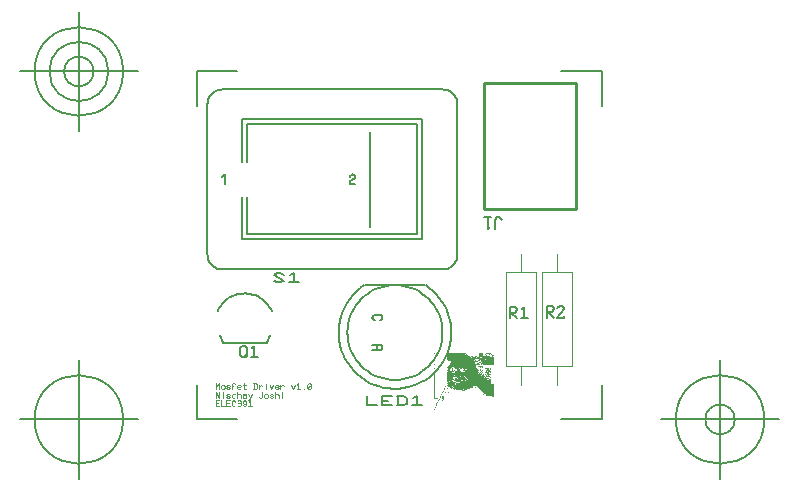
<source format=gbr>
G04 Generated by Ultiboard 14.2 *
%FSLAX24Y24*%
%MOIN*%

%ADD10C,0.0001*%
%ADD11C,0.0080*%
%ADD12C,0.0061*%
%ADD13C,0.0079*%
%ADD14C,0.0100*%
%ADD15C,0.0039*%
%ADD16C,0.0031*%
%ADD17C,0.0001*%
%ADD18C,0.0050*%


G04 ColorRGB FFFF00 for the following layer *
%LNSilkscreen Top*%
%LPD*%
G54D10*
G54D11*
X-144Y-4830D02*
X-144Y-5127D01*
X189Y-5127D01*
X689Y-5127D02*
X356Y-5127D01*
X356Y-4979D01*
X356Y-4830D01*
X689Y-4830D01*
X356Y-4979D02*
X578Y-4979D01*
X856Y-5127D02*
X1078Y-5127D01*
X1189Y-5068D01*
X1189Y-4889D01*
X1078Y-4830D01*
X856Y-4830D01*
X911Y-4830D02*
X911Y-5127D01*
X1411Y-4889D02*
X1522Y-4830D01*
X1522Y-5127D01*
X1356Y-5127D02*
X1689Y-5127D01*
X-221Y-1127D02*
X-354Y-1222D01*
X-479Y-1329D01*
X-593Y-1445D01*
X-697Y-1572D01*
X-790Y-1706D01*
X-871Y-1849D01*
X-938Y-1998D01*
X-993Y-2152D01*
X-1034Y-2310D01*
X-1061Y-2471D01*
X-1074Y-2635D01*
X-1072Y-2798D01*
X-1057Y-2961D01*
X-1027Y-3122D01*
X-983Y-3279D01*
X-926Y-3433D01*
X-856Y-3580D01*
X-773Y-3721D01*
X-678Y-3854D01*
X-571Y-3979D01*
X-455Y-4093D01*
X-328Y-4197D01*
X-194Y-4290D01*
X-51Y-4371D01*
X98Y-4438D01*
X252Y-4493D01*
X410Y-4534D01*
X571Y-4561D01*
X735Y-4574D01*
X898Y-4572D01*
X1061Y-4557D01*
X1222Y-4527D01*
X1379Y-4483D01*
X1533Y-4426D01*
X1680Y-4356D01*
X1821Y-4273D01*
X1954Y-4178D01*
X2079Y-4071D01*
X2193Y-3955D01*
X2297Y-3828D01*
X2390Y-3694D01*
X2471Y-3551D01*
X2538Y-3402D01*
X2593Y-3248D01*
X2634Y-3090D01*
X2661Y-2929D01*
X2674Y-2765D01*
X2672Y-2602D01*
X2657Y-2439D01*
X2627Y-2278D01*
X2583Y-2121D01*
X2526Y-1967D01*
X2456Y-1820D01*
X2373Y-1679D01*
X2278Y-1546D01*
X2171Y-1421D01*
X2055Y-1307D01*
X1928Y-1203D01*
X1821Y-1127D01*
X800Y-4283D02*
X938Y-4277D01*
X1075Y-4259D01*
X1210Y-4229D01*
X1342Y-4188D01*
X1469Y-4135D01*
X1592Y-4071D01*
X1708Y-3997D01*
X1818Y-3913D01*
X1920Y-3820D01*
X2013Y-3718D01*
X2097Y-3608D01*
X2171Y-3492D01*
X2235Y-3369D01*
X2288Y-3242D01*
X2329Y-3110D01*
X2359Y-2975D01*
X2377Y-2838D01*
X2383Y-2700D01*
X2377Y-2562D01*
X2359Y-2425D01*
X2329Y-2290D01*
X2288Y-2158D01*
X2235Y-2031D01*
X2171Y-1908D01*
X2097Y-1792D01*
X2013Y-1682D01*
X1920Y-1580D01*
X1818Y-1487D01*
X1708Y-1403D01*
X1592Y-1329D01*
X1469Y-1265D01*
X1342Y-1212D01*
X1210Y-1171D01*
X1075Y-1141D01*
X938Y-1123D01*
X800Y-1117D01*
X662Y-1123D01*
X525Y-1141D01*
X390Y-1171D01*
X258Y-1212D01*
X131Y-1265D01*
X8Y-1329D01*
X-108Y-1403D01*
X-218Y-1487D01*
X-320Y-1580D01*
X-413Y-1682D01*
X-497Y-1792D01*
X-571Y-1908D01*
X-635Y-2031D01*
X-688Y-2158D01*
X-729Y-2290D01*
X-759Y-2425D01*
X-777Y-2562D01*
X-783Y-2700D01*
X-777Y-2838D01*
X-759Y-2975D01*
X-729Y-3110D01*
X-688Y-3242D01*
X-635Y-3369D01*
X-571Y-3492D01*
X-497Y-3608D01*
X-413Y-3718D01*
X-320Y-3820D01*
X-218Y-3913D01*
X-108Y-3997D01*
X8Y-4071D01*
X131Y-4135D01*
X258Y-4188D01*
X390Y-4229D01*
X525Y-4259D01*
X662Y-4277D01*
X800Y-4283D01*
X50Y-3117D02*
X300Y-3117D01*
X300Y-3283D02*
X307Y-3283D01*
X314Y-3282D01*
X322Y-3280D01*
X329Y-3278D01*
X335Y-3276D01*
X342Y-3272D01*
X348Y-3268D01*
X354Y-3264D01*
X359Y-3259D01*
X364Y-3254D01*
X368Y-3248D01*
X372Y-3242D01*
X376Y-3235D01*
X378Y-3229D01*
X380Y-3222D01*
X382Y-3214D01*
X383Y-3207D01*
X383Y-3200D01*
X383Y-3193D01*
X382Y-3186D01*
X380Y-3178D01*
X378Y-3171D01*
X376Y-3165D01*
X372Y-3158D01*
X368Y-3152D01*
X364Y-3146D01*
X359Y-3141D01*
X354Y-3136D01*
X348Y-3132D01*
X342Y-3128D01*
X335Y-3124D01*
X329Y-3122D01*
X322Y-3120D01*
X314Y-3118D01*
X307Y-3117D01*
X300Y-3117D01*
X217Y-3117D02*
X217Y-3283D01*
X1800Y-1117D02*
X-200Y-1117D01*
X133Y-2117D02*
X126Y-2117D01*
X119Y-2118D01*
X112Y-2120D01*
X105Y-2122D01*
X98Y-2124D01*
X92Y-2128D01*
X86Y-2132D01*
X80Y-2136D01*
X74Y-2141D01*
X70Y-2146D01*
X65Y-2152D01*
X61Y-2158D01*
X58Y-2165D01*
X55Y-2171D01*
X53Y-2178D01*
X51Y-2186D01*
X50Y-2193D01*
X50Y-2200D01*
X50Y-2207D01*
X51Y-2214D01*
X53Y-2222D01*
X55Y-2229D01*
X58Y-2235D01*
X61Y-2242D01*
X65Y-2248D01*
X70Y-2254D01*
X74Y-2259D01*
X80Y-2264D01*
X86Y-2268D01*
X92Y-2272D01*
X98Y-2276D01*
X105Y-2278D01*
X112Y-2280D01*
X119Y-2282D01*
X126Y-2283D01*
X133Y-2283D01*
X133Y-2283D01*
X300Y-2283D02*
X307Y-2283D01*
X314Y-2282D01*
X322Y-2280D01*
X329Y-2278D01*
X335Y-2276D01*
X342Y-2272D01*
X348Y-2268D01*
X354Y-2264D01*
X359Y-2259D01*
X364Y-2254D01*
X368Y-2248D01*
X372Y-2242D01*
X376Y-2235D01*
X378Y-2229D01*
X380Y-2222D01*
X382Y-2214D01*
X383Y-2207D01*
X383Y-2200D01*
X383Y-2193D01*
X382Y-2186D01*
X380Y-2178D01*
X378Y-2171D01*
X376Y-2165D01*
X372Y-2158D01*
X368Y-2152D01*
X364Y-2146D01*
X359Y-2141D01*
X354Y-2136D01*
X348Y-2132D01*
X342Y-2128D01*
X335Y-2124D01*
X329Y-2122D01*
X322Y-2120D01*
X314Y-2118D01*
X307Y-2117D01*
X300Y-2117D01*
X133Y-2117D02*
X300Y-2117D01*
X50Y-3283D02*
X300Y-3283D01*
X-4928Y-3051D02*
X-3471Y-3051D01*
X-3304Y-1989D02*
X-3343Y-1911D01*
X-3388Y-1837D01*
X-3439Y-1768D01*
X-3496Y-1703D01*
X-3559Y-1643D01*
X-3626Y-1589D01*
X-3698Y-1541D01*
X-3774Y-1500D01*
X-3853Y-1465D01*
X-3935Y-1438D01*
X-4019Y-1417D01*
X-4104Y-1404D01*
X-4191Y-1399D01*
X-4277Y-1401D01*
X-4363Y-1411D01*
X-4448Y-1428D01*
X-4531Y-1452D01*
X-4611Y-1484D01*
X-4689Y-1522D01*
X-4762Y-1567D01*
X-4832Y-1618D01*
X-4897Y-1675D01*
X-4956Y-1738D01*
X-5010Y-1805D01*
X-5058Y-1877D01*
X-5100Y-1953D01*
X-5115Y-1987D01*
X-3244Y-968D02*
X-3133Y-1027D01*
X-3022Y-1027D01*
X-2911Y-968D01*
X-3244Y-789D01*
X-3133Y-730D01*
X-3022Y-730D01*
X-2911Y-789D01*
X-2689Y-789D02*
X-2578Y-730D01*
X-2578Y-1027D01*
X-2744Y-1027D02*
X-2411Y-1027D01*
X2383Y-600D02*
X-4950Y-600D01*
X-4950Y5400D02*
X2383Y5400D01*
X1717Y400D02*
X-4283Y400D01*
X-4283Y4400D02*
X1717Y4400D01*
X1550Y567D02*
X-4117Y567D01*
X-4117Y4233D02*
X1550Y4233D01*
X-5450Y4900D02*
X-5450Y-100D01*
X-4283Y400D02*
X-4283Y1817D01*
X-4117Y567D02*
X-4117Y1817D01*
X-5450Y-100D02*
X-5448Y-144D01*
X-5442Y-187D01*
X-5433Y-229D01*
X-5420Y-271D01*
X-5403Y-311D01*
X-5383Y-350D01*
X-5360Y-387D01*
X-5333Y-421D01*
X-5304Y-454D01*
X-5271Y-483D01*
X-5237Y-510D01*
X-5200Y-533D01*
X-5161Y-553D01*
X-5121Y-570D01*
X-5079Y-583D01*
X-5037Y-592D01*
X-4994Y-598D01*
X-4950Y-600D01*
X-4950Y-600D01*
X-4283Y2983D02*
X-4283Y4400D01*
X-4117Y2983D02*
X-4117Y4233D01*
X-4867Y2233D02*
X-4867Y2567D01*
X-4950Y2483D01*
X-4950Y5400D02*
X-4994Y5398D01*
X-5037Y5392D01*
X-5079Y5383D01*
X-5121Y5370D01*
X-5161Y5353D01*
X-5200Y5333D01*
X-5237Y5310D01*
X-5271Y5283D01*
X-5304Y5254D01*
X-5333Y5221D01*
X-5360Y5187D01*
X-5383Y5150D01*
X-5403Y5111D01*
X-5420Y5071D01*
X-5433Y5029D01*
X-5442Y4987D01*
X-5448Y4944D01*
X-5450Y4900D01*
X-5450Y4900D01*
X-33Y3983D02*
X-33Y817D01*
X1717Y4400D02*
X1717Y400D01*
X1550Y4233D02*
X1550Y567D01*
X2883Y4900D02*
X2883Y-100D01*
X2383Y-600D02*
X2427Y-598D01*
X2470Y-592D01*
X2513Y-583D01*
X2554Y-570D01*
X2595Y-553D01*
X2633Y-533D01*
X2670Y-510D01*
X2705Y-483D01*
X2737Y-454D01*
X2766Y-421D01*
X2793Y-387D01*
X2816Y-350D01*
X2837Y-311D01*
X2853Y-271D01*
X2866Y-229D01*
X2876Y-187D01*
X2881Y-144D01*
X2883Y-100D01*
X2883Y-100D01*
X-533Y2233D02*
X-700Y2233D01*
X-617Y2400D02*
X-609Y2400D01*
X-602Y2401D01*
X-595Y2403D01*
X-588Y2405D01*
X-581Y2408D01*
X-575Y2411D01*
X-569Y2415D01*
X-563Y2420D01*
X-558Y2424D01*
X-553Y2430D01*
X-548Y2436D01*
X-544Y2442D01*
X-541Y2448D01*
X-538Y2455D01*
X-536Y2462D01*
X-535Y2469D01*
X-534Y2476D01*
X-533Y2483D01*
X-534Y2491D01*
X-535Y2498D01*
X-536Y2505D01*
X-538Y2512D01*
X-541Y2519D01*
X-544Y2525D01*
X-548Y2531D01*
X-553Y2537D01*
X-558Y2542D01*
X-563Y2547D01*
X-569Y2552D01*
X-575Y2556D01*
X-581Y2559D01*
X-588Y2562D01*
X-595Y2564D01*
X-602Y2565D01*
X-609Y2566D01*
X-617Y2567D01*
X-624Y2566D01*
X-631Y2565D01*
X-638Y2564D01*
X-645Y2562D01*
X-652Y2559D01*
X-658Y2556D01*
X-664Y2552D01*
X-670Y2547D01*
X-676Y2542D01*
X-680Y2537D01*
X-685Y2531D01*
X-689Y2525D01*
X-692Y2519D01*
X-695Y2512D01*
X-697Y2505D01*
X-699Y2498D01*
X-700Y2491D01*
X-700Y2483D01*
X-617Y2400D02*
X-624Y2400D01*
X-631Y2399D01*
X-638Y2397D01*
X-645Y2395D01*
X-652Y2392D01*
X-658Y2389D01*
X-664Y2385D01*
X-670Y2380D01*
X-676Y2376D01*
X-680Y2370D01*
X-685Y2364D01*
X-689Y2358D01*
X-692Y2352D01*
X-695Y2345D01*
X-697Y2338D01*
X-699Y2331D01*
X-700Y2324D01*
X-700Y2317D01*
X-700Y2233D02*
X-700Y2317D01*
X2883Y4900D02*
X2881Y4944D01*
X2876Y4987D01*
X2866Y5029D01*
X2853Y5071D01*
X2836Y5111D01*
X2816Y5150D01*
X2793Y5187D01*
X2766Y5221D01*
X2737Y5254D01*
X2705Y5283D01*
X2670Y5310D01*
X2633Y5333D01*
X2595Y5353D01*
X2554Y5370D01*
X2513Y5383D01*
X2470Y5392D01*
X2427Y5398D01*
X2383Y5400D01*
X4639Y-2233D02*
X4639Y-1839D01*
X4796Y-1839D01*
X4874Y-1918D01*
X4874Y-1957D01*
X4796Y-2036D01*
X4639Y-2036D01*
X4678Y-2036D02*
X4874Y-2233D01*
X5031Y-1918D02*
X5110Y-1839D01*
X5110Y-2233D01*
X4992Y-2233D02*
X5227Y-2233D01*
X5862Y-2205D02*
X5862Y-1811D01*
X6019Y-1811D01*
X6097Y-1890D01*
X6097Y-1929D01*
X6019Y-2008D01*
X5862Y-2008D01*
X5901Y-2008D02*
X6097Y-2205D01*
X6215Y-1890D02*
X6293Y-1811D01*
X6372Y-1811D01*
X6450Y-1890D01*
X6450Y-1929D01*
X6215Y-2205D01*
X6450Y-2205D01*
X6450Y-2165D01*
G54D12*
X-4361Y-3454D02*
X-4283Y-3532D01*
X-4204Y-3532D01*
X-4126Y-3454D01*
X-4126Y-3218D01*
X-4204Y-3139D01*
X-4283Y-3139D01*
X-4361Y-3218D01*
X-4361Y-3454D01*
X-4204Y-3454D02*
X-4126Y-3532D01*
X-3970Y-3218D02*
X-3892Y-3139D01*
X-3892Y-3532D01*
X-4009Y-3532D02*
X-3774Y-3532D01*
X4361Y1054D02*
X4282Y1133D01*
X4204Y1133D01*
X4126Y1054D01*
X4126Y739D01*
X3969Y818D02*
X3890Y739D01*
X3890Y1133D01*
X4008Y1133D02*
X3773Y1133D01*
G54D13*
X-4934Y-3053D02*
X-5037Y-2774D01*
X-3469Y-3051D02*
X-3371Y-2768D01*
G54D14*
X3754Y5604D02*
X6824Y5604D01*
X6824Y1431D01*
X3754Y1431D01*
X3754Y5604D01*
G54D15*
X4492Y-3819D02*
X5496Y-3819D01*
X5496Y-669D01*
X4492Y-669D01*
X4492Y-3819D01*
X5000Y-4449D02*
X5000Y-3819D01*
X5000Y-669D02*
X5000Y-79D01*
X5692Y-3819D02*
X6696Y-3819D01*
X6696Y-669D01*
X5692Y-669D01*
X5692Y-3819D01*
X6200Y-4449D02*
X6200Y-3819D01*
X6200Y-669D02*
X6200Y-79D01*
G54D16*
X-5180Y-4599D02*
X-5180Y-4398D01*
X-5120Y-4499D01*
X-5060Y-4398D01*
X-5060Y-4599D01*
X-5000Y-4559D02*
X-4960Y-4599D01*
X-4920Y-4599D01*
X-4880Y-4559D01*
X-4880Y-4499D01*
X-4920Y-4459D01*
X-4960Y-4459D01*
X-5000Y-4499D01*
X-5000Y-4559D01*
X-4820Y-4559D02*
X-4780Y-4599D01*
X-4740Y-4599D01*
X-4700Y-4559D01*
X-4820Y-4499D01*
X-4780Y-4459D01*
X-4740Y-4459D01*
X-4700Y-4499D01*
X-4620Y-4599D02*
X-4620Y-4418D01*
X-4600Y-4398D01*
X-4560Y-4398D01*
X-4540Y-4418D01*
X-4640Y-4479D02*
X-4600Y-4479D01*
X-4340Y-4559D02*
X-4380Y-4599D01*
X-4420Y-4599D01*
X-4460Y-4559D01*
X-4460Y-4499D01*
X-4420Y-4459D01*
X-4380Y-4459D01*
X-4340Y-4499D01*
X-4360Y-4519D01*
X-4460Y-4519D01*
X-4180Y-4579D02*
X-4200Y-4599D01*
X-4220Y-4579D01*
X-4220Y-4398D01*
X-4260Y-4459D02*
X-4180Y-4459D01*
X-3920Y-4599D02*
X-3841Y-4599D01*
X-3801Y-4559D01*
X-3801Y-4438D01*
X-3841Y-4398D01*
X-3920Y-4398D01*
X-3901Y-4398D02*
X-3901Y-4599D01*
X-3741Y-4519D02*
X-3681Y-4459D01*
X-3661Y-4459D01*
X-3621Y-4499D01*
X-3741Y-4599D02*
X-3741Y-4459D01*
X-3501Y-4599D02*
X-3501Y-4479D01*
X-3501Y-4438D02*
X-3501Y-4418D01*
X-3381Y-4459D02*
X-3321Y-4599D01*
X-3261Y-4459D01*
X-3081Y-4559D02*
X-3121Y-4599D01*
X-3161Y-4599D01*
X-3201Y-4559D01*
X-3201Y-4499D01*
X-3161Y-4459D01*
X-3121Y-4459D01*
X-3081Y-4499D01*
X-3101Y-4519D01*
X-3201Y-4519D01*
X-3021Y-4519D02*
X-2961Y-4459D01*
X-2941Y-4459D01*
X-2901Y-4499D01*
X-3021Y-4599D02*
X-3021Y-4459D01*
X-2661Y-4459D02*
X-2601Y-4599D01*
X-2541Y-4459D01*
X-2461Y-4438D02*
X-2421Y-4398D01*
X-2421Y-4599D01*
X-2481Y-4599D02*
X-2361Y-4599D01*
X-2241Y-4599D02*
X-2241Y-4579D01*
X-2121Y-4438D02*
X-2081Y-4398D01*
X-2041Y-4398D01*
X-2001Y-4438D01*
X-2001Y-4559D01*
X-2041Y-4599D01*
X-2081Y-4599D01*
X-2121Y-4559D01*
X-2121Y-4438D01*
X-2001Y-4438D02*
X-2121Y-4559D01*
X-5180Y-4880D02*
X-5180Y-4679D01*
X-5060Y-4880D01*
X-5060Y-4679D01*
X-4940Y-4880D02*
X-4940Y-4760D01*
X-4940Y-4720D02*
X-4940Y-4700D01*
X-4820Y-4840D02*
X-4780Y-4880D01*
X-4740Y-4880D01*
X-4700Y-4840D01*
X-4820Y-4780D01*
X-4780Y-4740D01*
X-4740Y-4740D01*
X-4700Y-4780D01*
X-4540Y-4860D02*
X-4560Y-4880D01*
X-4600Y-4880D01*
X-4640Y-4840D01*
X-4640Y-4780D01*
X-4600Y-4740D01*
X-4560Y-4740D01*
X-4540Y-4760D01*
X-4460Y-4780D02*
X-4420Y-4740D01*
X-4380Y-4740D01*
X-4340Y-4780D01*
X-4340Y-4880D01*
X-4460Y-4679D02*
X-4460Y-4880D01*
X-4260Y-4740D02*
X-4200Y-4740D01*
X-4180Y-4760D01*
X-4180Y-4860D01*
X-4200Y-4880D01*
X-4260Y-4880D01*
X-4280Y-4860D01*
X-4280Y-4820D01*
X-4260Y-4800D01*
X-4180Y-4800D01*
X-4180Y-4860D02*
X-4160Y-4880D01*
X-4100Y-4941D02*
X-4080Y-4941D01*
X-3980Y-4740D01*
X-4100Y-4740D02*
X-4040Y-4860D01*
X-3741Y-4840D02*
X-3701Y-4880D01*
X-3661Y-4880D01*
X-3621Y-4840D01*
X-3621Y-4679D01*
X-3561Y-4840D02*
X-3521Y-4880D01*
X-3481Y-4880D01*
X-3441Y-4840D01*
X-3441Y-4780D01*
X-3481Y-4740D01*
X-3521Y-4740D01*
X-3561Y-4780D01*
X-3561Y-4840D01*
X-3381Y-4840D02*
X-3341Y-4880D01*
X-3301Y-4880D01*
X-3261Y-4840D01*
X-3381Y-4780D01*
X-3341Y-4740D01*
X-3301Y-4740D01*
X-3261Y-4780D01*
X-3201Y-4780D02*
X-3161Y-4740D01*
X-3121Y-4740D01*
X-3081Y-4780D01*
X-3081Y-4880D01*
X-3201Y-4679D02*
X-3201Y-4880D01*
X-2961Y-4880D02*
X-2961Y-4760D01*
X-2961Y-4720D02*
X-2961Y-4700D01*
X-5060Y-5162D02*
X-5180Y-5162D01*
X-5180Y-5061D01*
X-5180Y-4961D01*
X-5060Y-4961D01*
X-5180Y-5061D02*
X-5100Y-5061D01*
X-5000Y-4961D02*
X-5000Y-5162D01*
X-4880Y-5162D01*
X-4700Y-5162D02*
X-4820Y-5162D01*
X-4820Y-5061D01*
X-4820Y-4961D01*
X-4700Y-4961D01*
X-4820Y-5061D02*
X-4740Y-5061D01*
X-4520Y-5121D02*
X-4560Y-5162D01*
X-4600Y-5162D01*
X-4640Y-5121D01*
X-4640Y-5001D01*
X-4600Y-4961D01*
X-4560Y-4961D01*
X-4520Y-5001D01*
X-4440Y-4981D02*
X-4420Y-4961D01*
X-4380Y-4961D01*
X-4340Y-5001D01*
X-4340Y-5041D01*
X-4360Y-5061D01*
X-4340Y-5081D01*
X-4340Y-5121D01*
X-4380Y-5162D01*
X-4420Y-5162D01*
X-4440Y-5141D01*
X-4420Y-5061D02*
X-4360Y-5061D01*
X-4280Y-5121D02*
X-4240Y-5162D01*
X-4200Y-5162D01*
X-4160Y-5121D01*
X-4160Y-5041D01*
X-4160Y-5001D01*
X-4200Y-4961D01*
X-4240Y-4961D01*
X-4280Y-5001D01*
X-4280Y-5041D01*
X-4240Y-5081D01*
X-4200Y-5081D01*
X-4160Y-5041D01*
X-4080Y-5001D02*
X-4040Y-4961D01*
X-4040Y-5162D01*
X-4100Y-5162D02*
X-3980Y-5162D01*
G54D17*
G36*
X2100Y-3409D02*
X2100Y-3409D01*
X2127Y-3409D01*
X2127Y-3400D01*
X2100Y-3400D01*
X2100Y-3409D01*
D02*
G37*
G36*
X2526Y-3409D02*
X2526Y-3409D01*
X3173Y-3409D01*
X3173Y-3400D01*
X2526Y-3400D01*
X2526Y-3409D01*
D02*
G37*
G36*
X3589Y-3409D02*
X3589Y-3409D01*
X3740Y-3409D01*
X3740Y-3400D01*
X3589Y-3400D01*
X3589Y-3409D01*
D02*
G37*
G36*
X3758Y-3409D02*
X3758Y-3409D01*
X3775Y-3409D01*
X3775Y-3400D01*
X3758Y-3400D01*
X3758Y-3409D01*
D02*
G37*
G36*
X3793Y-3409D02*
X3793Y-3409D01*
X3802Y-3409D01*
X3802Y-3400D01*
X3793Y-3400D01*
X3793Y-3409D01*
D02*
G37*
G36*
X3838Y-3409D02*
X3838Y-3409D01*
X4006Y-3409D01*
X4006Y-3400D01*
X3838Y-3400D01*
X3838Y-3409D01*
D02*
G37*
G36*
X2100Y-3418D02*
X2100Y-3418D01*
X2127Y-3418D01*
X2127Y-3409D01*
X2100Y-3409D01*
X2100Y-3418D01*
D02*
G37*
G36*
X2534Y-3418D02*
X2534Y-3418D01*
X3190Y-3418D01*
X3190Y-3409D01*
X2534Y-3409D01*
X2534Y-3418D01*
D02*
G37*
G36*
X3199Y-3418D02*
X3199Y-3418D01*
X3217Y-3418D01*
X3217Y-3409D01*
X3199Y-3409D01*
X3199Y-3418D01*
D02*
G37*
G36*
X3474Y-3418D02*
X3474Y-3418D01*
X3483Y-3418D01*
X3483Y-3409D01*
X3474Y-3409D01*
X3474Y-3418D01*
D02*
G37*
G36*
X3589Y-3418D02*
X3589Y-3418D01*
X3731Y-3418D01*
X3731Y-3409D01*
X3589Y-3409D01*
X3589Y-3418D01*
D02*
G37*
G36*
X3758Y-3418D02*
X3758Y-3418D01*
X3775Y-3418D01*
X3775Y-3409D01*
X3758Y-3409D01*
X3758Y-3418D01*
D02*
G37*
G36*
X3873Y-3418D02*
X3873Y-3418D01*
X3953Y-3418D01*
X3953Y-3409D01*
X3873Y-3409D01*
X3873Y-3418D01*
D02*
G37*
G36*
X3979Y-3418D02*
X3979Y-3418D01*
X4015Y-3418D01*
X4015Y-3409D01*
X3979Y-3409D01*
X3979Y-3418D01*
D02*
G37*
G36*
X2100Y-3427D02*
X2100Y-3427D01*
X2109Y-3427D01*
X2109Y-3418D01*
X2100Y-3418D01*
X2100Y-3427D01*
D02*
G37*
G36*
X2534Y-3427D02*
X2534Y-3427D01*
X3164Y-3427D01*
X3164Y-3418D01*
X2534Y-3418D01*
X2534Y-3427D01*
D02*
G37*
G36*
X3173Y-3427D02*
X3173Y-3427D01*
X3208Y-3427D01*
X3208Y-3418D01*
X3173Y-3418D01*
X3173Y-3427D01*
D02*
G37*
G36*
X3589Y-3427D02*
X3589Y-3427D01*
X3749Y-3427D01*
X3749Y-3418D01*
X3589Y-3418D01*
X3589Y-3427D01*
D02*
G37*
G36*
X3979Y-3427D02*
X3979Y-3427D01*
X4024Y-3427D01*
X4024Y-3418D01*
X3979Y-3418D01*
X3979Y-3427D01*
D02*
G37*
G36*
X2100Y-3435D02*
X2100Y-3435D01*
X2109Y-3435D01*
X2109Y-3427D01*
X2100Y-3427D01*
X2100Y-3435D01*
D02*
G37*
G36*
X2534Y-3435D02*
X2534Y-3435D01*
X3146Y-3435D01*
X3146Y-3427D01*
X2534Y-3427D01*
X2534Y-3435D01*
D02*
G37*
G36*
X3173Y-3435D02*
X3173Y-3435D01*
X3208Y-3435D01*
X3208Y-3427D01*
X3173Y-3427D01*
X3173Y-3435D01*
D02*
G37*
G36*
X3226Y-3435D02*
X3226Y-3435D01*
X3235Y-3435D01*
X3235Y-3427D01*
X3226Y-3427D01*
X3226Y-3435D01*
D02*
G37*
G36*
X3589Y-3435D02*
X3589Y-3435D01*
X3740Y-3435D01*
X3740Y-3427D01*
X3589Y-3427D01*
X3589Y-3435D01*
D02*
G37*
G36*
X3811Y-3435D02*
X3811Y-3435D01*
X3838Y-3435D01*
X3838Y-3427D01*
X3811Y-3427D01*
X3811Y-3435D01*
D02*
G37*
G36*
X3864Y-3435D02*
X3864Y-3435D01*
X3873Y-3435D01*
X3873Y-3427D01*
X3864Y-3427D01*
X3864Y-3435D01*
D02*
G37*
G36*
X3944Y-3435D02*
X3944Y-3435D01*
X3971Y-3435D01*
X3971Y-3427D01*
X3944Y-3427D01*
X3944Y-3435D01*
D02*
G37*
G36*
X4015Y-3435D02*
X4015Y-3435D01*
X4024Y-3435D01*
X4024Y-3427D01*
X4015Y-3427D01*
X4015Y-3435D01*
D02*
G37*
G36*
X2100Y-3444D02*
X2100Y-3444D01*
X2109Y-3444D01*
X2109Y-3435D01*
X2100Y-3435D01*
X2100Y-3444D01*
D02*
G37*
G36*
X2534Y-3444D02*
X2534Y-3444D01*
X3190Y-3444D01*
X3190Y-3435D01*
X2534Y-3435D01*
X2534Y-3444D01*
D02*
G37*
G36*
X3199Y-3444D02*
X3199Y-3444D01*
X3235Y-3444D01*
X3235Y-3435D01*
X3199Y-3435D01*
X3199Y-3444D01*
D02*
G37*
G36*
X3518Y-3444D02*
X3518Y-3444D01*
X3545Y-3444D01*
X3545Y-3435D01*
X3518Y-3435D01*
X3518Y-3444D01*
D02*
G37*
G36*
X3589Y-3444D02*
X3589Y-3444D01*
X3740Y-3444D01*
X3740Y-3435D01*
X3589Y-3435D01*
X3589Y-3444D01*
D02*
G37*
G36*
X3767Y-3444D02*
X3767Y-3444D01*
X3784Y-3444D01*
X3784Y-3435D01*
X3767Y-3435D01*
X3767Y-3444D01*
D02*
G37*
G36*
X3820Y-3444D02*
X3820Y-3444D01*
X3829Y-3444D01*
X3829Y-3435D01*
X3820Y-3435D01*
X3820Y-3444D01*
D02*
G37*
G36*
X3908Y-3444D02*
X3908Y-3444D01*
X4024Y-3444D01*
X4024Y-3435D01*
X3908Y-3435D01*
X3908Y-3444D01*
D02*
G37*
G36*
X4050Y-3444D02*
X4050Y-3444D01*
X4059Y-3444D01*
X4059Y-3435D01*
X4050Y-3435D01*
X4050Y-3444D01*
D02*
G37*
G36*
X2100Y-3453D02*
X2100Y-3453D01*
X2109Y-3453D01*
X2109Y-3444D01*
X2100Y-3444D01*
X2100Y-3453D01*
D02*
G37*
G36*
X2543Y-3453D02*
X2543Y-3453D01*
X3190Y-3453D01*
X3190Y-3444D01*
X2543Y-3444D01*
X2543Y-3453D01*
D02*
G37*
G36*
X3483Y-3453D02*
X3483Y-3453D01*
X3492Y-3453D01*
X3492Y-3444D01*
X3483Y-3444D01*
X3483Y-3453D01*
D02*
G37*
G36*
X3518Y-3453D02*
X3518Y-3453D01*
X3527Y-3453D01*
X3527Y-3444D01*
X3518Y-3444D01*
X3518Y-3453D01*
D02*
G37*
G36*
X3536Y-3453D02*
X3536Y-3453D01*
X3563Y-3453D01*
X3563Y-3444D01*
X3536Y-3444D01*
X3536Y-3453D01*
D02*
G37*
G36*
X3580Y-3453D02*
X3580Y-3453D01*
X3749Y-3453D01*
X3749Y-3444D01*
X3580Y-3444D01*
X3580Y-3453D01*
D02*
G37*
G36*
X3775Y-3453D02*
X3775Y-3453D01*
X3802Y-3453D01*
X3802Y-3444D01*
X3775Y-3444D01*
X3775Y-3453D01*
D02*
G37*
G36*
X3811Y-3453D02*
X3811Y-3453D01*
X3944Y-3453D01*
X3944Y-3444D01*
X3811Y-3444D01*
X3811Y-3453D01*
D02*
G37*
G36*
X3953Y-3453D02*
X3953Y-3453D01*
X4059Y-3453D01*
X4059Y-3444D01*
X3953Y-3444D01*
X3953Y-3453D01*
D02*
G37*
G36*
X4077Y-3453D02*
X4077Y-3453D01*
X4086Y-3453D01*
X4086Y-3444D01*
X4077Y-3444D01*
X4077Y-3453D01*
D02*
G37*
G36*
X2543Y-3462D02*
X2543Y-3462D01*
X3217Y-3462D01*
X3217Y-3453D01*
X2543Y-3453D01*
X2543Y-3462D01*
D02*
G37*
G36*
X3518Y-3462D02*
X3518Y-3462D01*
X3527Y-3462D01*
X3527Y-3453D01*
X3518Y-3453D01*
X3518Y-3462D01*
D02*
G37*
G36*
X3580Y-3462D02*
X3580Y-3462D01*
X3749Y-3462D01*
X3749Y-3453D01*
X3580Y-3453D01*
X3580Y-3462D01*
D02*
G37*
G36*
X3784Y-3462D02*
X3784Y-3462D01*
X3820Y-3462D01*
X3820Y-3453D01*
X3784Y-3453D01*
X3784Y-3462D01*
D02*
G37*
G36*
X3829Y-3462D02*
X3829Y-3462D01*
X3944Y-3462D01*
X3944Y-3453D01*
X3829Y-3453D01*
X3829Y-3462D01*
D02*
G37*
G36*
X3962Y-3462D02*
X3962Y-3462D01*
X3979Y-3462D01*
X3979Y-3453D01*
X3962Y-3453D01*
X3962Y-3462D01*
D02*
G37*
G36*
X3997Y-3462D02*
X3997Y-3462D01*
X4059Y-3462D01*
X4059Y-3453D01*
X3997Y-3453D01*
X3997Y-3462D01*
D02*
G37*
G36*
X4068Y-3462D02*
X4068Y-3462D01*
X4086Y-3462D01*
X4086Y-3453D01*
X4068Y-3453D01*
X4068Y-3462D01*
D02*
G37*
G36*
X2109Y-3471D02*
X2109Y-3471D01*
X2118Y-3471D01*
X2118Y-3462D01*
X2109Y-3462D01*
X2109Y-3471D01*
D02*
G37*
G36*
X2534Y-3471D02*
X2534Y-3471D01*
X3235Y-3471D01*
X3235Y-3462D01*
X2534Y-3462D01*
X2534Y-3471D01*
D02*
G37*
G36*
X3589Y-3471D02*
X3589Y-3471D01*
X3740Y-3471D01*
X3740Y-3462D01*
X3589Y-3462D01*
X3589Y-3471D01*
D02*
G37*
G36*
X3767Y-3471D02*
X3767Y-3471D01*
X3775Y-3471D01*
X3775Y-3462D01*
X3767Y-3462D01*
X3767Y-3471D01*
D02*
G37*
G36*
X3793Y-3471D02*
X3793Y-3471D01*
X3802Y-3471D01*
X3802Y-3462D01*
X3793Y-3462D01*
X3793Y-3471D01*
D02*
G37*
G36*
X3838Y-3471D02*
X3838Y-3471D01*
X3864Y-3471D01*
X3864Y-3462D01*
X3838Y-3462D01*
X3838Y-3471D01*
D02*
G37*
G36*
X3953Y-3471D02*
X3953Y-3471D01*
X3979Y-3471D01*
X3979Y-3462D01*
X3953Y-3462D01*
X3953Y-3471D01*
D02*
G37*
G36*
X4033Y-3471D02*
X4033Y-3471D01*
X4095Y-3471D01*
X4095Y-3462D01*
X4033Y-3462D01*
X4033Y-3471D01*
D02*
G37*
G36*
X2534Y-3480D02*
X2534Y-3480D01*
X3252Y-3480D01*
X3252Y-3471D01*
X2534Y-3471D01*
X2534Y-3480D01*
D02*
G37*
G36*
X3589Y-3480D02*
X3589Y-3480D01*
X3722Y-3480D01*
X3722Y-3471D01*
X3589Y-3471D01*
X3589Y-3480D01*
D02*
G37*
G36*
X3731Y-3480D02*
X3731Y-3480D01*
X3740Y-3480D01*
X3740Y-3471D01*
X3731Y-3471D01*
X3731Y-3480D01*
D02*
G37*
G36*
X3758Y-3480D02*
X3758Y-3480D01*
X3775Y-3480D01*
X3775Y-3471D01*
X3758Y-3471D01*
X3758Y-3480D01*
D02*
G37*
G36*
X4041Y-3480D02*
X4041Y-3480D01*
X4095Y-3480D01*
X4095Y-3471D01*
X4041Y-3471D01*
X4041Y-3480D01*
D02*
G37*
G36*
X2552Y-3489D02*
X2552Y-3489D01*
X3279Y-3489D01*
X3279Y-3480D01*
X2552Y-3480D01*
X2552Y-3489D01*
D02*
G37*
G36*
X3297Y-3489D02*
X3297Y-3489D01*
X3350Y-3489D01*
X3350Y-3480D01*
X3297Y-3480D01*
X3297Y-3489D01*
D02*
G37*
G36*
X3589Y-3489D02*
X3589Y-3489D01*
X3731Y-3489D01*
X3731Y-3480D01*
X3589Y-3480D01*
X3589Y-3489D01*
D02*
G37*
G36*
X3740Y-3489D02*
X3740Y-3489D01*
X3758Y-3489D01*
X3758Y-3480D01*
X3740Y-3480D01*
X3740Y-3489D01*
D02*
G37*
G36*
X3775Y-3489D02*
X3775Y-3489D01*
X3793Y-3489D01*
X3793Y-3480D01*
X3775Y-3480D01*
X3775Y-3489D01*
D02*
G37*
G36*
X3811Y-3489D02*
X3811Y-3489D01*
X3829Y-3489D01*
X3829Y-3480D01*
X3811Y-3480D01*
X3811Y-3489D01*
D02*
G37*
G36*
X3846Y-3489D02*
X3846Y-3489D01*
X3864Y-3489D01*
X3864Y-3480D01*
X3846Y-3480D01*
X3846Y-3489D01*
D02*
G37*
G36*
X4041Y-3489D02*
X4041Y-3489D01*
X4095Y-3489D01*
X4095Y-3480D01*
X4041Y-3480D01*
X4041Y-3489D01*
D02*
G37*
G36*
X2552Y-3498D02*
X2552Y-3498D01*
X3297Y-3498D01*
X3297Y-3489D01*
X2552Y-3489D01*
X2552Y-3498D01*
D02*
G37*
G36*
X3306Y-3498D02*
X3306Y-3498D01*
X3315Y-3498D01*
X3315Y-3489D01*
X3306Y-3489D01*
X3306Y-3498D01*
D02*
G37*
G36*
X3332Y-3498D02*
X3332Y-3498D01*
X3359Y-3498D01*
X3359Y-3489D01*
X3332Y-3489D01*
X3332Y-3498D01*
D02*
G37*
G36*
X3385Y-3498D02*
X3385Y-3498D01*
X3403Y-3498D01*
X3403Y-3489D01*
X3385Y-3489D01*
X3385Y-3498D01*
D02*
G37*
G36*
X3589Y-3498D02*
X3589Y-3498D01*
X3802Y-3498D01*
X3802Y-3489D01*
X3589Y-3489D01*
X3589Y-3498D01*
D02*
G37*
G36*
X3811Y-3498D02*
X3811Y-3498D01*
X3829Y-3498D01*
X3829Y-3489D01*
X3811Y-3489D01*
X3811Y-3498D01*
D02*
G37*
G36*
X3846Y-3498D02*
X3846Y-3498D01*
X3864Y-3498D01*
X3864Y-3489D01*
X3846Y-3489D01*
X3846Y-3498D01*
D02*
G37*
G36*
X3891Y-3498D02*
X3891Y-3498D01*
X3908Y-3498D01*
X3908Y-3489D01*
X3891Y-3489D01*
X3891Y-3498D01*
D02*
G37*
G36*
X4041Y-3498D02*
X4041Y-3498D01*
X4068Y-3498D01*
X4068Y-3489D01*
X4041Y-3489D01*
X4041Y-3498D01*
D02*
G37*
G36*
X4086Y-3498D02*
X4086Y-3498D01*
X4095Y-3498D01*
X4095Y-3489D01*
X4086Y-3489D01*
X4086Y-3498D01*
D02*
G37*
G36*
X2543Y-3506D02*
X2543Y-3506D01*
X3315Y-3506D01*
X3315Y-3497D01*
X2543Y-3498D01*
X2543Y-3506D01*
D02*
G37*
G36*
X3323Y-3506D02*
X3323Y-3506D01*
X3412Y-3506D01*
X3412Y-3497D01*
X3323Y-3498D01*
X3323Y-3506D01*
D02*
G37*
G36*
X3421Y-3506D02*
X3421Y-3506D01*
X3439Y-3506D01*
X3439Y-3497D01*
X3421Y-3498D01*
X3421Y-3506D01*
D02*
G37*
G36*
X3456Y-3506D02*
X3456Y-3506D01*
X3510Y-3506D01*
X3510Y-3497D01*
X3456Y-3498D01*
X3456Y-3506D01*
D02*
G37*
G36*
X3518Y-3506D02*
X3518Y-3506D01*
X3545Y-3506D01*
X3545Y-3497D01*
X3518Y-3498D01*
X3518Y-3506D01*
D02*
G37*
G36*
X3589Y-3506D02*
X3589Y-3506D01*
X3979Y-3506D01*
X3979Y-3497D01*
X3589Y-3498D01*
X3589Y-3506D01*
D02*
G37*
G36*
X4033Y-3506D02*
X4033Y-3506D01*
X4059Y-3506D01*
X4059Y-3497D01*
X4033Y-3498D01*
X4033Y-3506D01*
D02*
G37*
G36*
X2543Y-3515D02*
X2543Y-3515D01*
X3439Y-3515D01*
X3439Y-3506D01*
X2543Y-3506D01*
X2543Y-3515D01*
D02*
G37*
G36*
X3447Y-3515D02*
X3447Y-3515D01*
X3510Y-3515D01*
X3510Y-3506D01*
X3447Y-3506D01*
X3447Y-3515D01*
D02*
G37*
G36*
X3518Y-3515D02*
X3518Y-3515D01*
X4068Y-3515D01*
X4068Y-3506D01*
X3518Y-3506D01*
X3518Y-3515D01*
D02*
G37*
G36*
X2534Y-3524D02*
X2534Y-3524D01*
X3332Y-3524D01*
X3332Y-3515D01*
X2534Y-3515D01*
X2534Y-3524D01*
D02*
G37*
G36*
X3350Y-3524D02*
X3350Y-3524D01*
X3368Y-3524D01*
X3368Y-3515D01*
X3350Y-3515D01*
X3350Y-3524D01*
D02*
G37*
G36*
X3377Y-3524D02*
X3377Y-3524D01*
X3439Y-3524D01*
X3439Y-3515D01*
X3377Y-3515D01*
X3377Y-3524D01*
D02*
G37*
G36*
X3447Y-3524D02*
X3447Y-3524D01*
X3510Y-3524D01*
X3510Y-3515D01*
X3447Y-3515D01*
X3447Y-3524D01*
D02*
G37*
G36*
X3518Y-3524D02*
X3518Y-3524D01*
X3589Y-3524D01*
X3589Y-3515D01*
X3518Y-3515D01*
X3518Y-3524D01*
D02*
G37*
G36*
X3598Y-3524D02*
X3598Y-3524D01*
X4095Y-3524D01*
X4095Y-3515D01*
X3598Y-3515D01*
X3598Y-3524D01*
D02*
G37*
G36*
X2526Y-3533D02*
X2526Y-3533D01*
X3465Y-3533D01*
X3465Y-3524D01*
X2526Y-3524D01*
X2526Y-3533D01*
D02*
G37*
G36*
X3483Y-3533D02*
X3483Y-3533D01*
X3510Y-3533D01*
X3510Y-3524D01*
X3483Y-3524D01*
X3483Y-3533D01*
D02*
G37*
G36*
X3518Y-3533D02*
X3518Y-3533D01*
X3563Y-3533D01*
X3563Y-3524D01*
X3518Y-3524D01*
X3518Y-3533D01*
D02*
G37*
G36*
X3598Y-3533D02*
X3598Y-3533D01*
X3643Y-3533D01*
X3643Y-3524D01*
X3598Y-3524D01*
X3598Y-3533D01*
D02*
G37*
G36*
X3660Y-3533D02*
X3660Y-3533D01*
X4095Y-3533D01*
X4095Y-3524D01*
X3660Y-3524D01*
X3660Y-3533D01*
D02*
G37*
G36*
X2100Y-3542D02*
X2100Y-3542D01*
X2109Y-3542D01*
X2109Y-3533D01*
X2100Y-3533D01*
X2100Y-3542D01*
D02*
G37*
G36*
X2543Y-3542D02*
X2543Y-3542D01*
X3350Y-3542D01*
X3350Y-3533D01*
X2543Y-3533D01*
X2543Y-3542D01*
D02*
G37*
G36*
X3368Y-3542D02*
X3368Y-3542D01*
X3465Y-3542D01*
X3465Y-3533D01*
X3368Y-3533D01*
X3368Y-3542D01*
D02*
G37*
G36*
X3483Y-3542D02*
X3483Y-3542D01*
X3518Y-3542D01*
X3518Y-3533D01*
X3483Y-3533D01*
X3483Y-3542D01*
D02*
G37*
G36*
X3545Y-3542D02*
X3545Y-3542D01*
X3589Y-3542D01*
X3589Y-3533D01*
X3545Y-3533D01*
X3545Y-3542D01*
D02*
G37*
G36*
X3598Y-3542D02*
X3598Y-3542D01*
X3643Y-3542D01*
X3643Y-3533D01*
X3598Y-3533D01*
X3598Y-3542D01*
D02*
G37*
G36*
X3687Y-3542D02*
X3687Y-3542D01*
X4095Y-3542D01*
X4095Y-3533D01*
X3687Y-3533D01*
X3687Y-3542D01*
D02*
G37*
G36*
X2100Y-3551D02*
X2100Y-3551D01*
X2109Y-3551D01*
X2109Y-3542D01*
X2100Y-3542D01*
X2100Y-3551D01*
D02*
G37*
G36*
X2534Y-3551D02*
X2534Y-3551D01*
X3368Y-3551D01*
X3368Y-3542D01*
X2534Y-3542D01*
X2534Y-3551D01*
D02*
G37*
G36*
X3385Y-3551D02*
X3385Y-3551D01*
X3403Y-3551D01*
X3403Y-3542D01*
X3385Y-3542D01*
X3385Y-3551D01*
D02*
G37*
G36*
X3412Y-3551D02*
X3412Y-3551D01*
X3430Y-3551D01*
X3430Y-3542D01*
X3412Y-3542D01*
X3412Y-3551D01*
D02*
G37*
G36*
X3439Y-3551D02*
X3439Y-3551D01*
X3483Y-3551D01*
X3483Y-3542D01*
X3439Y-3542D01*
X3439Y-3551D01*
D02*
G37*
G36*
X3501Y-3551D02*
X3501Y-3551D01*
X4095Y-3551D01*
X4095Y-3542D01*
X3501Y-3542D01*
X3501Y-3551D01*
D02*
G37*
G36*
X2534Y-3560D02*
X2534Y-3560D01*
X3368Y-3560D01*
X3368Y-3551D01*
X2534Y-3551D01*
X2534Y-3560D01*
D02*
G37*
G36*
X3377Y-3560D02*
X3377Y-3560D01*
X3403Y-3560D01*
X3403Y-3551D01*
X3377Y-3551D01*
X3377Y-3560D01*
D02*
G37*
G36*
X3412Y-3560D02*
X3412Y-3560D01*
X3501Y-3560D01*
X3501Y-3551D01*
X3412Y-3551D01*
X3412Y-3560D01*
D02*
G37*
G36*
X3518Y-3560D02*
X3518Y-3560D01*
X3589Y-3560D01*
X3589Y-3551D01*
X3518Y-3551D01*
X3518Y-3560D01*
D02*
G37*
G36*
X3616Y-3560D02*
X3616Y-3560D01*
X4095Y-3560D01*
X4095Y-3551D01*
X3616Y-3551D01*
X3616Y-3560D01*
D02*
G37*
G36*
X2534Y-3568D02*
X2534Y-3568D01*
X3385Y-3568D01*
X3385Y-3560D01*
X2534Y-3560D01*
X2534Y-3568D01*
D02*
G37*
G36*
X3403Y-3568D02*
X3403Y-3568D01*
X3430Y-3568D01*
X3430Y-3560D01*
X3403Y-3560D01*
X3403Y-3568D01*
D02*
G37*
G36*
X3439Y-3568D02*
X3439Y-3568D01*
X3465Y-3568D01*
X3465Y-3560D01*
X3439Y-3560D01*
X3439Y-3568D01*
D02*
G37*
G36*
X3483Y-3568D02*
X3483Y-3568D01*
X3501Y-3568D01*
X3501Y-3560D01*
X3483Y-3560D01*
X3483Y-3568D01*
D02*
G37*
G36*
X3518Y-3568D02*
X3518Y-3568D01*
X4095Y-3568D01*
X4095Y-3560D01*
X3518Y-3560D01*
X3518Y-3568D01*
D02*
G37*
G36*
X2100Y-3577D02*
X2100Y-3577D01*
X2109Y-3577D01*
X2109Y-3568D01*
X2100Y-3568D01*
X2100Y-3577D01*
D02*
G37*
G36*
X2543Y-3577D02*
X2543Y-3577D01*
X3385Y-3577D01*
X3385Y-3568D01*
X2543Y-3568D01*
X2543Y-3577D01*
D02*
G37*
G36*
X3403Y-3577D02*
X3403Y-3577D01*
X3660Y-3577D01*
X3660Y-3568D01*
X3403Y-3568D01*
X3403Y-3577D01*
D02*
G37*
G36*
X3669Y-3577D02*
X3669Y-3577D01*
X4095Y-3577D01*
X4095Y-3568D01*
X3669Y-3568D01*
X3669Y-3577D01*
D02*
G37*
G36*
X2100Y-3586D02*
X2100Y-3586D01*
X2109Y-3586D01*
X2109Y-3577D01*
X2100Y-3577D01*
X2100Y-3586D01*
D02*
G37*
G36*
X2118Y-3586D02*
X2118Y-3586D01*
X2127Y-3586D01*
X2127Y-3577D01*
X2118Y-3577D01*
X2118Y-3586D01*
D02*
G37*
G36*
X2543Y-3586D02*
X2543Y-3586D01*
X3403Y-3586D01*
X3403Y-3577D01*
X2543Y-3577D01*
X2543Y-3586D01*
D02*
G37*
G36*
X3421Y-3586D02*
X3421Y-3586D01*
X3439Y-3586D01*
X3439Y-3577D01*
X3421Y-3577D01*
X3421Y-3586D01*
D02*
G37*
G36*
X3456Y-3586D02*
X3456Y-3586D01*
X3589Y-3586D01*
X3589Y-3577D01*
X3456Y-3577D01*
X3456Y-3586D01*
D02*
G37*
G36*
X3678Y-3586D02*
X3678Y-3586D01*
X4095Y-3586D01*
X4095Y-3577D01*
X3678Y-3577D01*
X3678Y-3586D01*
D02*
G37*
G36*
X2109Y-3595D02*
X2109Y-3595D01*
X2118Y-3595D01*
X2118Y-3586D01*
X2109Y-3586D01*
X2109Y-3595D01*
D02*
G37*
G36*
X2552Y-3595D02*
X2552Y-3595D01*
X3403Y-3595D01*
X3403Y-3586D01*
X2552Y-3586D01*
X2552Y-3595D01*
D02*
G37*
G36*
X3421Y-3595D02*
X3421Y-3595D01*
X3447Y-3595D01*
X3447Y-3586D01*
X3421Y-3586D01*
X3421Y-3595D01*
D02*
G37*
G36*
X3465Y-3595D02*
X3465Y-3595D01*
X3492Y-3595D01*
X3492Y-3586D01*
X3465Y-3586D01*
X3465Y-3595D01*
D02*
G37*
G36*
X3501Y-3595D02*
X3501Y-3595D01*
X3518Y-3595D01*
X3518Y-3586D01*
X3501Y-3586D01*
X3501Y-3595D01*
D02*
G37*
G36*
X3616Y-3595D02*
X3616Y-3595D01*
X4095Y-3595D01*
X4095Y-3586D01*
X3616Y-3586D01*
X3616Y-3595D01*
D02*
G37*
G36*
X2100Y-3604D02*
X2100Y-3604D01*
X2118Y-3604D01*
X2118Y-3595D01*
X2100Y-3595D01*
X2100Y-3604D01*
D02*
G37*
G36*
X2534Y-3604D02*
X2534Y-3604D01*
X3421Y-3604D01*
X3421Y-3595D01*
X2534Y-3595D01*
X2534Y-3604D01*
D02*
G37*
G36*
X3439Y-3604D02*
X3439Y-3604D01*
X3474Y-3604D01*
X3474Y-3595D01*
X3439Y-3595D01*
X3439Y-3604D01*
D02*
G37*
G36*
X3501Y-3604D02*
X3501Y-3604D01*
X3518Y-3604D01*
X3518Y-3595D01*
X3501Y-3595D01*
X3501Y-3604D01*
D02*
G37*
G36*
X3589Y-3604D02*
X3589Y-3604D01*
X3811Y-3604D01*
X3811Y-3595D01*
X3589Y-3595D01*
X3589Y-3604D01*
D02*
G37*
G36*
X3820Y-3604D02*
X3820Y-3604D01*
X4095Y-3604D01*
X4095Y-3595D01*
X3820Y-3595D01*
X3820Y-3604D01*
D02*
G37*
G36*
X2100Y-3613D02*
X2100Y-3613D01*
X2118Y-3613D01*
X2118Y-3604D01*
X2100Y-3604D01*
X2100Y-3613D01*
D02*
G37*
G36*
X2534Y-3613D02*
X2534Y-3613D01*
X3412Y-3613D01*
X3412Y-3604D01*
X2534Y-3604D01*
X2534Y-3613D01*
D02*
G37*
G36*
X3421Y-3613D02*
X3421Y-3613D01*
X3439Y-3613D01*
X3439Y-3604D01*
X3421Y-3604D01*
X3421Y-3613D01*
D02*
G37*
G36*
X3447Y-3613D02*
X3447Y-3613D01*
X3501Y-3613D01*
X3501Y-3604D01*
X3447Y-3604D01*
X3447Y-3613D01*
D02*
G37*
G36*
X3660Y-3613D02*
X3660Y-3613D01*
X4095Y-3613D01*
X4095Y-3604D01*
X3660Y-3604D01*
X3660Y-3613D01*
D02*
G37*
G36*
X2109Y-3622D02*
X2109Y-3622D01*
X2118Y-3622D01*
X2118Y-3613D01*
X2109Y-3613D01*
X2109Y-3622D01*
D02*
G37*
G36*
X2543Y-3622D02*
X2543Y-3622D01*
X3421Y-3622D01*
X3421Y-3613D01*
X2543Y-3613D01*
X2543Y-3622D01*
D02*
G37*
G36*
X3447Y-3622D02*
X3447Y-3622D01*
X3501Y-3622D01*
X3501Y-3613D01*
X3447Y-3613D01*
X3447Y-3622D01*
D02*
G37*
G36*
X3572Y-3622D02*
X3572Y-3622D01*
X3598Y-3622D01*
X3598Y-3613D01*
X3572Y-3613D01*
X3572Y-3622D01*
D02*
G37*
G36*
X3616Y-3622D02*
X3616Y-3622D01*
X3625Y-3622D01*
X3625Y-3613D01*
X3616Y-3613D01*
X3616Y-3622D01*
D02*
G37*
G36*
X3651Y-3622D02*
X3651Y-3622D01*
X3687Y-3622D01*
X3687Y-3613D01*
X3651Y-3613D01*
X3651Y-3622D01*
D02*
G37*
G36*
X3705Y-3622D02*
X3705Y-3622D01*
X3864Y-3622D01*
X3864Y-3613D01*
X3705Y-3613D01*
X3705Y-3622D01*
D02*
G37*
G36*
X3873Y-3622D02*
X3873Y-3622D01*
X4095Y-3622D01*
X4095Y-3613D01*
X3873Y-3613D01*
X3873Y-3622D01*
D02*
G37*
G36*
X2100Y-3630D02*
X2100Y-3630D01*
X2109Y-3630D01*
X2109Y-3622D01*
X2100Y-3622D01*
X2100Y-3630D01*
D02*
G37*
G36*
X2543Y-3630D02*
X2543Y-3630D01*
X3447Y-3630D01*
X3447Y-3622D01*
X2543Y-3622D01*
X2543Y-3630D01*
D02*
G37*
G36*
X3483Y-3630D02*
X3483Y-3630D01*
X3518Y-3630D01*
X3518Y-3622D01*
X3483Y-3622D01*
X3483Y-3630D01*
D02*
G37*
G36*
X3572Y-3630D02*
X3572Y-3630D01*
X3598Y-3630D01*
X3598Y-3622D01*
X3572Y-3622D01*
X3572Y-3630D01*
D02*
G37*
G36*
X3607Y-3630D02*
X3607Y-3630D01*
X4095Y-3630D01*
X4095Y-3622D01*
X3607Y-3622D01*
X3607Y-3630D01*
D02*
G37*
G36*
X2552Y-3639D02*
X2552Y-3639D01*
X3439Y-3639D01*
X3439Y-3630D01*
X2552Y-3630D01*
X2552Y-3639D01*
D02*
G37*
G36*
X3465Y-3639D02*
X3465Y-3639D01*
X3510Y-3639D01*
X3510Y-3630D01*
X3465Y-3630D01*
X3465Y-3639D01*
D02*
G37*
G36*
X3580Y-3639D02*
X3580Y-3639D01*
X3598Y-3639D01*
X3598Y-3630D01*
X3580Y-3630D01*
X3580Y-3639D01*
D02*
G37*
G36*
X3616Y-3639D02*
X3616Y-3639D01*
X3643Y-3639D01*
X3643Y-3630D01*
X3616Y-3630D01*
X3616Y-3639D01*
D02*
G37*
G36*
X3660Y-3639D02*
X3660Y-3639D01*
X4095Y-3639D01*
X4095Y-3630D01*
X3660Y-3630D01*
X3660Y-3639D01*
D02*
G37*
G36*
X2109Y-3648D02*
X2109Y-3648D01*
X2118Y-3648D01*
X2118Y-3639D01*
X2109Y-3639D01*
X2109Y-3648D01*
D02*
G37*
G36*
X2570Y-3648D02*
X2570Y-3648D01*
X3439Y-3648D01*
X3439Y-3639D01*
X2570Y-3639D01*
X2570Y-3648D01*
D02*
G37*
G36*
X3456Y-3648D02*
X3456Y-3648D01*
X3501Y-3648D01*
X3501Y-3639D01*
X3456Y-3639D01*
X3456Y-3648D01*
D02*
G37*
G36*
X3589Y-3648D02*
X3589Y-3648D01*
X3598Y-3648D01*
X3598Y-3639D01*
X3589Y-3639D01*
X3589Y-3648D01*
D02*
G37*
G36*
X3705Y-3648D02*
X3705Y-3648D01*
X4095Y-3648D01*
X4095Y-3639D01*
X3705Y-3639D01*
X3705Y-3648D01*
D02*
G37*
G36*
X2596Y-3657D02*
X2596Y-3657D01*
X3447Y-3657D01*
X3447Y-3648D01*
X2596Y-3648D01*
X2596Y-3657D01*
D02*
G37*
G36*
X3456Y-3657D02*
X3456Y-3657D01*
X3474Y-3657D01*
X3474Y-3648D01*
X3456Y-3648D01*
X3456Y-3657D01*
D02*
G37*
G36*
X3492Y-3657D02*
X3492Y-3657D01*
X3510Y-3657D01*
X3510Y-3648D01*
X3492Y-3648D01*
X3492Y-3657D01*
D02*
G37*
G36*
X3589Y-3657D02*
X3589Y-3657D01*
X3616Y-3657D01*
X3616Y-3648D01*
X3589Y-3648D01*
X3589Y-3657D01*
D02*
G37*
G36*
X3643Y-3657D02*
X3643Y-3657D01*
X3660Y-3657D01*
X3660Y-3648D01*
X3643Y-3648D01*
X3643Y-3657D01*
D02*
G37*
G36*
X3731Y-3657D02*
X3731Y-3657D01*
X4095Y-3657D01*
X4095Y-3648D01*
X3731Y-3648D01*
X3731Y-3657D01*
D02*
G37*
G36*
X2632Y-3666D02*
X2632Y-3666D01*
X3465Y-3666D01*
X3465Y-3657D01*
X2632Y-3657D01*
X2632Y-3666D01*
D02*
G37*
G36*
X3483Y-3666D02*
X3483Y-3666D01*
X3545Y-3666D01*
X3545Y-3657D01*
X3483Y-3657D01*
X3483Y-3666D01*
D02*
G37*
G36*
X3607Y-3666D02*
X3607Y-3666D01*
X3625Y-3666D01*
X3625Y-3657D01*
X3607Y-3657D01*
X3607Y-3666D01*
D02*
G37*
G36*
X3678Y-3666D02*
X3678Y-3666D01*
X3722Y-3666D01*
X3722Y-3657D01*
X3678Y-3657D01*
X3678Y-3666D01*
D02*
G37*
G36*
X3731Y-3666D02*
X3731Y-3666D01*
X4095Y-3666D01*
X4095Y-3657D01*
X3731Y-3657D01*
X3731Y-3666D01*
D02*
G37*
G36*
X2641Y-3675D02*
X2641Y-3675D01*
X2650Y-3675D01*
X2650Y-3666D01*
X2641Y-3666D01*
X2641Y-3675D01*
D02*
G37*
G36*
X2667Y-3675D02*
X2667Y-3675D01*
X3465Y-3675D01*
X3465Y-3666D01*
X2667Y-3666D01*
X2667Y-3675D01*
D02*
G37*
G36*
X3474Y-3675D02*
X3474Y-3675D01*
X3554Y-3675D01*
X3554Y-3666D01*
X3474Y-3666D01*
X3474Y-3675D01*
D02*
G37*
G36*
X3660Y-3675D02*
X3660Y-3675D01*
X3864Y-3675D01*
X3864Y-3666D01*
X3660Y-3666D01*
X3660Y-3675D01*
D02*
G37*
G36*
X3873Y-3675D02*
X3873Y-3675D01*
X4095Y-3675D01*
X4095Y-3666D01*
X3873Y-3666D01*
X3873Y-3675D01*
D02*
G37*
G36*
X2667Y-3684D02*
X2667Y-3684D01*
X3465Y-3684D01*
X3465Y-3675D01*
X2667Y-3675D01*
X2667Y-3684D01*
D02*
G37*
G36*
X3483Y-3684D02*
X3483Y-3684D01*
X3492Y-3684D01*
X3492Y-3675D01*
X3483Y-3675D01*
X3483Y-3684D01*
D02*
G37*
G36*
X3510Y-3684D02*
X3510Y-3684D01*
X3554Y-3684D01*
X3554Y-3675D01*
X3510Y-3675D01*
X3510Y-3684D01*
D02*
G37*
G36*
X3589Y-3684D02*
X3589Y-3684D01*
X3607Y-3684D01*
X3607Y-3675D01*
X3589Y-3675D01*
X3589Y-3684D01*
D02*
G37*
G36*
X3634Y-3684D02*
X3634Y-3684D01*
X3651Y-3684D01*
X3651Y-3675D01*
X3634Y-3675D01*
X3634Y-3684D01*
D02*
G37*
G36*
X3669Y-3684D02*
X3669Y-3684D01*
X4095Y-3684D01*
X4095Y-3675D01*
X3669Y-3675D01*
X3669Y-3684D01*
D02*
G37*
G36*
X2100Y-3693D02*
X2100Y-3693D01*
X2109Y-3693D01*
X2109Y-3684D01*
X2100Y-3684D01*
X2100Y-3693D01*
D02*
G37*
G36*
X2667Y-3693D02*
X2667Y-3693D01*
X3465Y-3693D01*
X3465Y-3684D01*
X2667Y-3684D01*
X2667Y-3693D01*
D02*
G37*
G36*
X3492Y-3693D02*
X3492Y-3693D01*
X3501Y-3693D01*
X3501Y-3684D01*
X3492Y-3684D01*
X3492Y-3693D01*
D02*
G37*
G36*
X3527Y-3693D02*
X3527Y-3693D01*
X3545Y-3693D01*
X3545Y-3684D01*
X3527Y-3684D01*
X3527Y-3693D01*
D02*
G37*
G36*
X3572Y-3693D02*
X3572Y-3693D01*
X3731Y-3693D01*
X3731Y-3684D01*
X3572Y-3684D01*
X3572Y-3693D01*
D02*
G37*
G36*
X3740Y-3693D02*
X3740Y-3693D01*
X3758Y-3693D01*
X3758Y-3684D01*
X3740Y-3684D01*
X3740Y-3693D01*
D02*
G37*
G36*
X3775Y-3693D02*
X3775Y-3693D01*
X3793Y-3693D01*
X3793Y-3684D01*
X3775Y-3684D01*
X3775Y-3693D01*
D02*
G37*
G36*
X3802Y-3693D02*
X3802Y-3693D01*
X4095Y-3693D01*
X4095Y-3684D01*
X3802Y-3684D01*
X3802Y-3693D01*
D02*
G37*
G36*
X2658Y-3701D02*
X2658Y-3701D01*
X3474Y-3701D01*
X3474Y-3692D01*
X2658Y-3693D01*
X2658Y-3701D01*
D02*
G37*
G36*
X3501Y-3701D02*
X3501Y-3701D01*
X3518Y-3701D01*
X3518Y-3692D01*
X3501Y-3693D01*
X3501Y-3701D01*
D02*
G37*
G36*
X3607Y-3701D02*
X3607Y-3701D01*
X3660Y-3701D01*
X3660Y-3692D01*
X3607Y-3693D01*
X3607Y-3701D01*
D02*
G37*
G36*
X3687Y-3701D02*
X3687Y-3701D01*
X4095Y-3701D01*
X4095Y-3692D01*
X3687Y-3693D01*
X3687Y-3701D01*
D02*
G37*
G36*
X2658Y-3710D02*
X2658Y-3710D01*
X3483Y-3710D01*
X3483Y-3701D01*
X2658Y-3701D01*
X2658Y-3710D01*
D02*
G37*
G36*
X3501Y-3710D02*
X3501Y-3710D01*
X3510Y-3710D01*
X3510Y-3701D01*
X3501Y-3701D01*
X3501Y-3710D01*
D02*
G37*
G36*
X3518Y-3710D02*
X3518Y-3710D01*
X3527Y-3710D01*
X3527Y-3701D01*
X3518Y-3701D01*
X3518Y-3710D01*
D02*
G37*
G36*
X3563Y-3710D02*
X3563Y-3710D01*
X3572Y-3710D01*
X3572Y-3701D01*
X3563Y-3701D01*
X3563Y-3710D01*
D02*
G37*
G36*
X3660Y-3710D02*
X3660Y-3710D01*
X3687Y-3710D01*
X3687Y-3701D01*
X3660Y-3701D01*
X3660Y-3710D01*
D02*
G37*
G36*
X3731Y-3710D02*
X3731Y-3710D01*
X3740Y-3710D01*
X3740Y-3701D01*
X3731Y-3701D01*
X3731Y-3710D01*
D02*
G37*
G36*
X3758Y-3710D02*
X3758Y-3710D01*
X4095Y-3710D01*
X4095Y-3701D01*
X3758Y-3701D01*
X3758Y-3710D01*
D02*
G37*
G36*
X2100Y-3719D02*
X2100Y-3719D01*
X2109Y-3719D01*
X2109Y-3710D01*
X2100Y-3710D01*
X2100Y-3719D01*
D02*
G37*
G36*
X2658Y-3719D02*
X2658Y-3719D01*
X3492Y-3719D01*
X3492Y-3710D01*
X2658Y-3710D01*
X2658Y-3719D01*
D02*
G37*
G36*
X3501Y-3719D02*
X3501Y-3719D01*
X3510Y-3719D01*
X3510Y-3710D01*
X3501Y-3710D01*
X3501Y-3719D01*
D02*
G37*
G36*
X3518Y-3719D02*
X3518Y-3719D01*
X3536Y-3719D01*
X3536Y-3710D01*
X3518Y-3710D01*
X3518Y-3719D01*
D02*
G37*
G36*
X3545Y-3719D02*
X3545Y-3719D01*
X3589Y-3719D01*
X3589Y-3710D01*
X3545Y-3710D01*
X3545Y-3719D01*
D02*
G37*
G36*
X3660Y-3719D02*
X3660Y-3719D01*
X3669Y-3719D01*
X3669Y-3710D01*
X3660Y-3710D01*
X3660Y-3719D01*
D02*
G37*
G36*
X3731Y-3719D02*
X3731Y-3719D01*
X3740Y-3719D01*
X3740Y-3710D01*
X3731Y-3710D01*
X3731Y-3719D01*
D02*
G37*
G36*
X3758Y-3719D02*
X3758Y-3719D01*
X3775Y-3719D01*
X3775Y-3710D01*
X3758Y-3710D01*
X3758Y-3719D01*
D02*
G37*
G36*
X3793Y-3719D02*
X3793Y-3719D01*
X4095Y-3719D01*
X4095Y-3710D01*
X3793Y-3710D01*
X3793Y-3719D01*
D02*
G37*
G36*
X2100Y-3728D02*
X2100Y-3728D01*
X2109Y-3728D01*
X2109Y-3719D01*
X2100Y-3719D01*
X2100Y-3728D01*
D02*
G37*
G36*
X2650Y-3728D02*
X2650Y-3728D01*
X3492Y-3728D01*
X3492Y-3719D01*
X2650Y-3719D01*
X2650Y-3728D01*
D02*
G37*
G36*
X3501Y-3728D02*
X3501Y-3728D01*
X3510Y-3728D01*
X3510Y-3719D01*
X3501Y-3719D01*
X3501Y-3728D01*
D02*
G37*
G36*
X3518Y-3728D02*
X3518Y-3728D01*
X3589Y-3728D01*
X3589Y-3719D01*
X3518Y-3719D01*
X3518Y-3728D01*
D02*
G37*
G36*
X3722Y-3728D02*
X3722Y-3728D01*
X3740Y-3728D01*
X3740Y-3719D01*
X3722Y-3719D01*
X3722Y-3728D01*
D02*
G37*
G36*
X3758Y-3728D02*
X3758Y-3728D01*
X3784Y-3728D01*
X3784Y-3719D01*
X3758Y-3719D01*
X3758Y-3728D01*
D02*
G37*
G36*
X3793Y-3728D02*
X3793Y-3728D01*
X4095Y-3728D01*
X4095Y-3719D01*
X3793Y-3719D01*
X3793Y-3728D01*
D02*
G37*
G36*
X2650Y-3737D02*
X2650Y-3737D01*
X3483Y-3737D01*
X3483Y-3728D01*
X2650Y-3728D01*
X2650Y-3737D01*
D02*
G37*
G36*
X3501Y-3737D02*
X3501Y-3737D01*
X3518Y-3737D01*
X3518Y-3728D01*
X3501Y-3728D01*
X3501Y-3737D01*
D02*
G37*
G36*
X3527Y-3737D02*
X3527Y-3737D01*
X3563Y-3737D01*
X3563Y-3728D01*
X3527Y-3728D01*
X3527Y-3737D01*
D02*
G37*
G36*
X3580Y-3737D02*
X3580Y-3737D01*
X3589Y-3737D01*
X3589Y-3728D01*
X3580Y-3728D01*
X3580Y-3737D01*
D02*
G37*
G36*
X3660Y-3737D02*
X3660Y-3737D01*
X4095Y-3737D01*
X4095Y-3728D01*
X3660Y-3728D01*
X3660Y-3737D01*
D02*
G37*
G36*
X2641Y-3746D02*
X2641Y-3746D01*
X3483Y-3746D01*
X3483Y-3737D01*
X2641Y-3737D01*
X2641Y-3746D01*
D02*
G37*
G36*
X3492Y-3746D02*
X3492Y-3746D01*
X3518Y-3746D01*
X3518Y-3737D01*
X3492Y-3737D01*
X3492Y-3746D01*
D02*
G37*
G36*
X3536Y-3746D02*
X3536Y-3746D01*
X3589Y-3746D01*
X3589Y-3737D01*
X3536Y-3737D01*
X3536Y-3746D01*
D02*
G37*
G36*
X3607Y-3746D02*
X3607Y-3746D01*
X4095Y-3746D01*
X4095Y-3737D01*
X3607Y-3737D01*
X3607Y-3746D01*
D02*
G37*
G36*
X2100Y-3755D02*
X2100Y-3755D01*
X2109Y-3755D01*
X2109Y-3746D01*
X2100Y-3746D01*
X2100Y-3755D01*
D02*
G37*
G36*
X2641Y-3755D02*
X2641Y-3755D01*
X3483Y-3755D01*
X3483Y-3746D01*
X2641Y-3746D01*
X2641Y-3755D01*
D02*
G37*
G36*
X3492Y-3755D02*
X3492Y-3755D01*
X3501Y-3755D01*
X3501Y-3746D01*
X3492Y-3746D01*
X3492Y-3755D01*
D02*
G37*
G36*
X3510Y-3755D02*
X3510Y-3755D01*
X3660Y-3755D01*
X3660Y-3746D01*
X3510Y-3746D01*
X3510Y-3755D01*
D02*
G37*
G36*
X3696Y-3755D02*
X3696Y-3755D01*
X4095Y-3755D01*
X4095Y-3746D01*
X3696Y-3746D01*
X3696Y-3755D01*
D02*
G37*
G36*
X2100Y-3763D02*
X2100Y-3763D01*
X2109Y-3763D01*
X2109Y-3755D01*
X2100Y-3755D01*
X2100Y-3763D01*
D02*
G37*
G36*
X2118Y-3763D02*
X2118Y-3763D01*
X2127Y-3763D01*
X2127Y-3755D01*
X2118Y-3755D01*
X2118Y-3763D01*
D02*
G37*
G36*
X2641Y-3763D02*
X2641Y-3763D01*
X3607Y-3763D01*
X3607Y-3755D01*
X2641Y-3755D01*
X2641Y-3763D01*
D02*
G37*
G36*
X3643Y-3763D02*
X3643Y-3763D01*
X3660Y-3763D01*
X3660Y-3755D01*
X3643Y-3755D01*
X3643Y-3763D01*
D02*
G37*
G36*
X3696Y-3763D02*
X3696Y-3763D01*
X3731Y-3763D01*
X3731Y-3755D01*
X3696Y-3755D01*
X3696Y-3763D01*
D02*
G37*
G36*
X3740Y-3763D02*
X3740Y-3763D01*
X3811Y-3763D01*
X3811Y-3755D01*
X3740Y-3755D01*
X3740Y-3763D01*
D02*
G37*
G36*
X3829Y-3763D02*
X3829Y-3763D01*
X4095Y-3763D01*
X4095Y-3755D01*
X3829Y-3755D01*
X3829Y-3763D01*
D02*
G37*
G36*
X2100Y-3772D02*
X2100Y-3772D01*
X2127Y-3772D01*
X2127Y-3763D01*
X2100Y-3763D01*
X2100Y-3772D01*
D02*
G37*
G36*
X2641Y-3772D02*
X2641Y-3772D01*
X3501Y-3772D01*
X3501Y-3763D01*
X2641Y-3763D01*
X2641Y-3772D01*
D02*
G37*
G36*
X3510Y-3772D02*
X3510Y-3772D01*
X3651Y-3772D01*
X3651Y-3763D01*
X3510Y-3763D01*
X3510Y-3772D01*
D02*
G37*
G36*
X3660Y-3772D02*
X3660Y-3772D01*
X3713Y-3772D01*
X3713Y-3763D01*
X3660Y-3763D01*
X3660Y-3772D01*
D02*
G37*
G36*
X3749Y-3772D02*
X3749Y-3772D01*
X4033Y-3772D01*
X4033Y-3763D01*
X3749Y-3763D01*
X3749Y-3772D01*
D02*
G37*
G36*
X4041Y-3772D02*
X4041Y-3772D01*
X4095Y-3772D01*
X4095Y-3763D01*
X4041Y-3763D01*
X4041Y-3772D01*
D02*
G37*
G36*
X2100Y-3781D02*
X2100Y-3781D01*
X2118Y-3781D01*
X2118Y-3772D01*
X2100Y-3772D01*
X2100Y-3781D01*
D02*
G37*
G36*
X2632Y-3781D02*
X2632Y-3781D01*
X3501Y-3781D01*
X3501Y-3772D01*
X2632Y-3772D01*
X2632Y-3781D01*
D02*
G37*
G36*
X3510Y-3781D02*
X3510Y-3781D01*
X3572Y-3781D01*
X3572Y-3772D01*
X3510Y-3772D01*
X3510Y-3781D01*
D02*
G37*
G36*
X3598Y-3781D02*
X3598Y-3781D01*
X3643Y-3781D01*
X3643Y-3772D01*
X3598Y-3772D01*
X3598Y-3781D01*
D02*
G37*
G36*
X3660Y-3781D02*
X3660Y-3781D01*
X3722Y-3781D01*
X3722Y-3772D01*
X3660Y-3772D01*
X3660Y-3781D01*
D02*
G37*
G36*
X3758Y-3781D02*
X3758Y-3781D01*
X3846Y-3781D01*
X3846Y-3772D01*
X3758Y-3772D01*
X3758Y-3781D01*
D02*
G37*
G36*
X3855Y-3781D02*
X3855Y-3781D01*
X3891Y-3781D01*
X3891Y-3772D01*
X3855Y-3772D01*
X3855Y-3781D01*
D02*
G37*
G36*
X3908Y-3781D02*
X3908Y-3781D01*
X4068Y-3781D01*
X4068Y-3772D01*
X3908Y-3772D01*
X3908Y-3781D01*
D02*
G37*
G36*
X4077Y-3781D02*
X4077Y-3781D01*
X4095Y-3781D01*
X4095Y-3772D01*
X4077Y-3772D01*
X4077Y-3781D01*
D02*
G37*
G36*
X2100Y-3790D02*
X2100Y-3790D01*
X2127Y-3790D01*
X2127Y-3781D01*
X2100Y-3781D01*
X2100Y-3790D01*
D02*
G37*
G36*
X2632Y-3790D02*
X2632Y-3790D01*
X3492Y-3790D01*
X3492Y-3781D01*
X2632Y-3781D01*
X2632Y-3790D01*
D02*
G37*
G36*
X3510Y-3790D02*
X3510Y-3790D01*
X3518Y-3790D01*
X3518Y-3781D01*
X3510Y-3781D01*
X3510Y-3790D01*
D02*
G37*
G36*
X3589Y-3790D02*
X3589Y-3790D01*
X3616Y-3790D01*
X3616Y-3781D01*
X3589Y-3781D01*
X3589Y-3790D01*
D02*
G37*
G36*
X3625Y-3790D02*
X3625Y-3790D01*
X3643Y-3790D01*
X3643Y-3781D01*
X3625Y-3781D01*
X3625Y-3790D01*
D02*
G37*
G36*
X3651Y-3790D02*
X3651Y-3790D01*
X3740Y-3790D01*
X3740Y-3781D01*
X3651Y-3781D01*
X3651Y-3790D01*
D02*
G37*
G36*
X3775Y-3790D02*
X3775Y-3790D01*
X3793Y-3790D01*
X3793Y-3781D01*
X3775Y-3781D01*
X3775Y-3790D01*
D02*
G37*
G36*
X3820Y-3790D02*
X3820Y-3790D01*
X3829Y-3790D01*
X3829Y-3781D01*
X3820Y-3781D01*
X3820Y-3790D01*
D02*
G37*
G36*
X4033Y-3790D02*
X4033Y-3790D01*
X4041Y-3790D01*
X4041Y-3781D01*
X4033Y-3781D01*
X4033Y-3790D01*
D02*
G37*
G36*
X4077Y-3790D02*
X4077Y-3790D01*
X4086Y-3790D01*
X4086Y-3781D01*
X4077Y-3781D01*
X4077Y-3790D01*
D02*
G37*
G36*
X2100Y-3799D02*
X2100Y-3799D01*
X2118Y-3799D01*
X2118Y-3790D01*
X2100Y-3790D01*
X2100Y-3799D01*
D02*
G37*
G36*
X2588Y-3799D02*
X2588Y-3799D01*
X2596Y-3799D01*
X2596Y-3790D01*
X2588Y-3790D01*
X2588Y-3799D01*
D02*
G37*
G36*
X2605Y-3799D02*
X2605Y-3799D01*
X3492Y-3799D01*
X3492Y-3790D01*
X2605Y-3790D01*
X2605Y-3799D01*
D02*
G37*
G36*
X3589Y-3799D02*
X3589Y-3799D01*
X3607Y-3799D01*
X3607Y-3790D01*
X3589Y-3790D01*
X3589Y-3799D01*
D02*
G37*
G36*
X3651Y-3799D02*
X3651Y-3799D01*
X3713Y-3799D01*
X3713Y-3790D01*
X3651Y-3790D01*
X3651Y-3799D01*
D02*
G37*
G36*
X3731Y-3799D02*
X3731Y-3799D01*
X3740Y-3799D01*
X3740Y-3790D01*
X3731Y-3790D01*
X3731Y-3799D01*
D02*
G37*
G36*
X2100Y-3808D02*
X2100Y-3808D01*
X2109Y-3808D01*
X2109Y-3799D01*
X2100Y-3799D01*
X2100Y-3808D01*
D02*
G37*
G36*
X2588Y-3808D02*
X2588Y-3808D01*
X3492Y-3808D01*
X3492Y-3799D01*
X2588Y-3799D01*
X2588Y-3808D01*
D02*
G37*
G36*
X3660Y-3808D02*
X3660Y-3808D01*
X3669Y-3808D01*
X3669Y-3799D01*
X3660Y-3799D01*
X3660Y-3808D01*
D02*
G37*
G36*
X3687Y-3808D02*
X3687Y-3808D01*
X3713Y-3808D01*
X3713Y-3799D01*
X3687Y-3799D01*
X3687Y-3808D01*
D02*
G37*
G36*
X3731Y-3808D02*
X3731Y-3808D01*
X3740Y-3808D01*
X3740Y-3799D01*
X3731Y-3799D01*
X3731Y-3808D01*
D02*
G37*
G36*
X2100Y-3817D02*
X2100Y-3817D01*
X2109Y-3817D01*
X2109Y-3808D01*
X2100Y-3808D01*
X2100Y-3817D01*
D02*
G37*
G36*
X2579Y-3817D02*
X2579Y-3817D01*
X3492Y-3817D01*
X3492Y-3808D01*
X2579Y-3808D01*
X2579Y-3817D01*
D02*
G37*
G36*
X3616Y-3817D02*
X3616Y-3817D01*
X3651Y-3817D01*
X3651Y-3808D01*
X3616Y-3808D01*
X3616Y-3817D01*
D02*
G37*
G36*
X3660Y-3817D02*
X3660Y-3817D01*
X3669Y-3817D01*
X3669Y-3808D01*
X3660Y-3808D01*
X3660Y-3817D01*
D02*
G37*
G36*
X3687Y-3817D02*
X3687Y-3817D01*
X3722Y-3817D01*
X3722Y-3808D01*
X3687Y-3808D01*
X3687Y-3817D01*
D02*
G37*
G36*
X3731Y-3817D02*
X3731Y-3817D01*
X3740Y-3817D01*
X3740Y-3808D01*
X3731Y-3808D01*
X3731Y-3817D01*
D02*
G37*
G36*
X2570Y-3826D02*
X2570Y-3826D01*
X3501Y-3826D01*
X3501Y-3817D01*
X2570Y-3817D01*
X2570Y-3826D01*
D02*
G37*
G36*
X3607Y-3826D02*
X3607Y-3826D01*
X3651Y-3826D01*
X3651Y-3817D01*
X3607Y-3817D01*
X3607Y-3826D01*
D02*
G37*
G36*
X3660Y-3826D02*
X3660Y-3826D01*
X3713Y-3826D01*
X3713Y-3817D01*
X3660Y-3817D01*
X3660Y-3826D01*
D02*
G37*
G36*
X3749Y-3826D02*
X3749Y-3826D01*
X3767Y-3826D01*
X3767Y-3817D01*
X3749Y-3817D01*
X3749Y-3826D01*
D02*
G37*
G36*
X2100Y-3834D02*
X2100Y-3834D01*
X2118Y-3834D01*
X2118Y-3825D01*
X2100Y-3826D01*
X2100Y-3834D01*
D02*
G37*
G36*
X2579Y-3834D02*
X2579Y-3834D01*
X3501Y-3834D01*
X3501Y-3825D01*
X2579Y-3826D01*
X2579Y-3834D01*
D02*
G37*
G36*
X3580Y-3834D02*
X3580Y-3834D01*
X3589Y-3834D01*
X3589Y-3825D01*
X3580Y-3826D01*
X3580Y-3834D01*
D02*
G37*
G36*
X3616Y-3834D02*
X3616Y-3834D01*
X3722Y-3834D01*
X3722Y-3825D01*
X3616Y-3826D01*
X3616Y-3834D01*
D02*
G37*
G36*
X2100Y-3843D02*
X2100Y-3843D01*
X2109Y-3843D01*
X2109Y-3834D01*
X2100Y-3834D01*
X2100Y-3843D01*
D02*
G37*
G36*
X2561Y-3843D02*
X2561Y-3843D01*
X3501Y-3843D01*
X3501Y-3834D01*
X2561Y-3834D01*
X2561Y-3843D01*
D02*
G37*
G36*
X3634Y-3843D02*
X3634Y-3843D01*
X3722Y-3843D01*
X3722Y-3834D01*
X3634Y-3834D01*
X3634Y-3843D01*
D02*
G37*
G36*
X3731Y-3843D02*
X3731Y-3843D01*
X3740Y-3843D01*
X3740Y-3834D01*
X3731Y-3834D01*
X3731Y-3843D01*
D02*
G37*
G36*
X2100Y-3852D02*
X2100Y-3852D01*
X2127Y-3852D01*
X2127Y-3843D01*
X2100Y-3843D01*
X2100Y-3852D01*
D02*
G37*
G36*
X2552Y-3852D02*
X2552Y-3852D01*
X3501Y-3852D01*
X3501Y-3843D01*
X2552Y-3843D01*
X2552Y-3852D01*
D02*
G37*
G36*
X3634Y-3852D02*
X3634Y-3852D01*
X3678Y-3852D01*
X3678Y-3843D01*
X3634Y-3843D01*
X3634Y-3852D01*
D02*
G37*
G36*
X3687Y-3852D02*
X3687Y-3852D01*
X3722Y-3852D01*
X3722Y-3843D01*
X3687Y-3843D01*
X3687Y-3852D01*
D02*
G37*
G36*
X3731Y-3852D02*
X3731Y-3852D01*
X3740Y-3852D01*
X3740Y-3843D01*
X3731Y-3843D01*
X3731Y-3852D01*
D02*
G37*
G36*
X2100Y-3861D02*
X2100Y-3861D01*
X2127Y-3861D01*
X2127Y-3852D01*
X2100Y-3852D01*
X2100Y-3861D01*
D02*
G37*
G36*
X2543Y-3861D02*
X2543Y-3861D01*
X3501Y-3861D01*
X3501Y-3852D01*
X2543Y-3852D01*
X2543Y-3861D01*
D02*
G37*
G36*
X3589Y-3861D02*
X3589Y-3861D01*
X3678Y-3861D01*
X3678Y-3852D01*
X3589Y-3852D01*
X3589Y-3861D01*
D02*
G37*
G36*
X3687Y-3861D02*
X3687Y-3861D01*
X3722Y-3861D01*
X3722Y-3852D01*
X3687Y-3852D01*
X3687Y-3861D01*
D02*
G37*
G36*
X2100Y-3870D02*
X2100Y-3870D01*
X2109Y-3870D01*
X2109Y-3861D01*
X2100Y-3861D01*
X2100Y-3870D01*
D02*
G37*
G36*
X2543Y-3870D02*
X2543Y-3870D01*
X2588Y-3870D01*
X2588Y-3861D01*
X2543Y-3861D01*
X2543Y-3870D01*
D02*
G37*
G36*
X2596Y-3870D02*
X2596Y-3870D01*
X2703Y-3870D01*
X2703Y-3861D01*
X2596Y-3861D01*
X2596Y-3870D01*
D02*
G37*
G36*
X2756Y-3870D02*
X2756Y-3870D01*
X3501Y-3870D01*
X3501Y-3861D01*
X2756Y-3861D01*
X2756Y-3870D01*
D02*
G37*
G36*
X3643Y-3870D02*
X3643Y-3870D01*
X3678Y-3870D01*
X3678Y-3861D01*
X3643Y-3861D01*
X3643Y-3870D01*
D02*
G37*
G36*
X3696Y-3870D02*
X3696Y-3870D01*
X3722Y-3870D01*
X3722Y-3861D01*
X3696Y-3861D01*
X3696Y-3870D01*
D02*
G37*
G36*
X2100Y-3879D02*
X2100Y-3879D01*
X2109Y-3879D01*
X2109Y-3870D01*
X2100Y-3870D01*
X2100Y-3879D01*
D02*
G37*
G36*
X2543Y-3879D02*
X2543Y-3879D01*
X2685Y-3879D01*
X2685Y-3870D01*
X2543Y-3870D01*
X2543Y-3879D01*
D02*
G37*
G36*
X2694Y-3879D02*
X2694Y-3879D01*
X2703Y-3879D01*
X2703Y-3870D01*
X2694Y-3870D01*
X2694Y-3879D01*
D02*
G37*
G36*
X2756Y-3879D02*
X2756Y-3879D01*
X3013Y-3879D01*
X3013Y-3870D01*
X2756Y-3870D01*
X2756Y-3879D01*
D02*
G37*
G36*
X3022Y-3879D02*
X3022Y-3879D01*
X3501Y-3879D01*
X3501Y-3870D01*
X3022Y-3870D01*
X3022Y-3879D01*
D02*
G37*
G36*
X3643Y-3879D02*
X3643Y-3879D01*
X3678Y-3879D01*
X3678Y-3870D01*
X3643Y-3870D01*
X3643Y-3879D01*
D02*
G37*
G36*
X3696Y-3879D02*
X3696Y-3879D01*
X3713Y-3879D01*
X3713Y-3870D01*
X3696Y-3870D01*
X3696Y-3879D01*
D02*
G37*
G36*
X2100Y-3888D02*
X2100Y-3888D01*
X2127Y-3888D01*
X2127Y-3879D01*
X2100Y-3879D01*
X2100Y-3888D01*
D02*
G37*
G36*
X2552Y-3888D02*
X2552Y-3888D01*
X2596Y-3888D01*
X2596Y-3879D01*
X2552Y-3879D01*
X2552Y-3888D01*
D02*
G37*
G36*
X2605Y-3888D02*
X2605Y-3888D01*
X2614Y-3888D01*
X2614Y-3879D01*
X2605Y-3879D01*
X2605Y-3888D01*
D02*
G37*
G36*
X2623Y-3888D02*
X2623Y-3888D01*
X2685Y-3888D01*
X2685Y-3879D01*
X2623Y-3879D01*
X2623Y-3888D01*
D02*
G37*
G36*
X2791Y-3888D02*
X2791Y-3888D01*
X3004Y-3888D01*
X3004Y-3879D01*
X2791Y-3879D01*
X2791Y-3888D01*
D02*
G37*
G36*
X3022Y-3888D02*
X3022Y-3888D01*
X3040Y-3888D01*
X3040Y-3879D01*
X3022Y-3879D01*
X3022Y-3888D01*
D02*
G37*
G36*
X3049Y-3888D02*
X3049Y-3888D01*
X3501Y-3888D01*
X3501Y-3879D01*
X3049Y-3879D01*
X3049Y-3888D01*
D02*
G37*
G36*
X3589Y-3888D02*
X3589Y-3888D01*
X3643Y-3888D01*
X3643Y-3879D01*
X3589Y-3879D01*
X3589Y-3888D01*
D02*
G37*
G36*
X3660Y-3888D02*
X3660Y-3888D01*
X3678Y-3888D01*
X3678Y-3879D01*
X3660Y-3879D01*
X3660Y-3888D01*
D02*
G37*
G36*
X3696Y-3888D02*
X3696Y-3888D01*
X3713Y-3888D01*
X3713Y-3879D01*
X3696Y-3879D01*
X3696Y-3888D01*
D02*
G37*
G36*
X3731Y-3888D02*
X3731Y-3888D01*
X3740Y-3888D01*
X3740Y-3879D01*
X3731Y-3879D01*
X3731Y-3888D01*
D02*
G37*
G36*
X3873Y-3888D02*
X3873Y-3888D01*
X3882Y-3888D01*
X3882Y-3879D01*
X3873Y-3879D01*
X3873Y-3888D01*
D02*
G37*
G36*
X2100Y-3896D02*
X2100Y-3896D01*
X2118Y-3896D01*
X2118Y-3888D01*
X2100Y-3888D01*
X2100Y-3896D01*
D02*
G37*
G36*
X2552Y-3896D02*
X2552Y-3896D01*
X2570Y-3896D01*
X2570Y-3888D01*
X2552Y-3888D01*
X2552Y-3896D01*
D02*
G37*
G36*
X2588Y-3896D02*
X2588Y-3896D01*
X2596Y-3896D01*
X2596Y-3888D01*
X2588Y-3888D01*
X2588Y-3896D01*
D02*
G37*
G36*
X2605Y-3896D02*
X2605Y-3896D01*
X2694Y-3896D01*
X2694Y-3888D01*
X2605Y-3888D01*
X2605Y-3896D01*
D02*
G37*
G36*
X2703Y-3896D02*
X2703Y-3896D01*
X2712Y-3896D01*
X2712Y-3888D01*
X2703Y-3888D01*
X2703Y-3896D01*
D02*
G37*
G36*
X2800Y-3896D02*
X2800Y-3896D01*
X2995Y-3896D01*
X2995Y-3888D01*
X2800Y-3888D01*
X2800Y-3896D01*
D02*
G37*
G36*
X3004Y-3896D02*
X3004Y-3896D01*
X3022Y-3896D01*
X3022Y-3888D01*
X3004Y-3888D01*
X3004Y-3896D01*
D02*
G37*
G36*
X3049Y-3896D02*
X3049Y-3896D01*
X3075Y-3896D01*
X3075Y-3888D01*
X3049Y-3888D01*
X3049Y-3896D01*
D02*
G37*
G36*
X3084Y-3896D02*
X3084Y-3896D01*
X3111Y-3896D01*
X3111Y-3888D01*
X3084Y-3888D01*
X3084Y-3896D01*
D02*
G37*
G36*
X3155Y-3896D02*
X3155Y-3896D01*
X3536Y-3896D01*
X3536Y-3888D01*
X3155Y-3888D01*
X3155Y-3896D01*
D02*
G37*
G36*
X3643Y-3896D02*
X3643Y-3896D01*
X3678Y-3896D01*
X3678Y-3888D01*
X3643Y-3888D01*
X3643Y-3896D01*
D02*
G37*
G36*
X3696Y-3896D02*
X3696Y-3896D01*
X3713Y-3896D01*
X3713Y-3888D01*
X3696Y-3888D01*
X3696Y-3896D01*
D02*
G37*
G36*
X3740Y-3896D02*
X3740Y-3896D01*
X3749Y-3896D01*
X3749Y-3888D01*
X3740Y-3888D01*
X3740Y-3896D01*
D02*
G37*
G36*
X3767Y-3896D02*
X3767Y-3896D01*
X3775Y-3896D01*
X3775Y-3888D01*
X3767Y-3888D01*
X3767Y-3896D01*
D02*
G37*
G36*
X3873Y-3896D02*
X3873Y-3896D01*
X3891Y-3896D01*
X3891Y-3888D01*
X3873Y-3888D01*
X3873Y-3896D01*
D02*
G37*
G36*
X3900Y-3896D02*
X3900Y-3896D01*
X3935Y-3896D01*
X3935Y-3888D01*
X3900Y-3888D01*
X3900Y-3896D01*
D02*
G37*
G36*
X3953Y-3896D02*
X3953Y-3896D01*
X3971Y-3896D01*
X3971Y-3888D01*
X3953Y-3888D01*
X3953Y-3896D01*
D02*
G37*
G36*
X2100Y-3905D02*
X2100Y-3905D01*
X2127Y-3905D01*
X2127Y-3896D01*
X2100Y-3896D01*
X2100Y-3905D01*
D02*
G37*
G36*
X2552Y-3905D02*
X2552Y-3905D01*
X2605Y-3905D01*
X2605Y-3896D01*
X2552Y-3896D01*
X2552Y-3905D01*
D02*
G37*
G36*
X2614Y-3905D02*
X2614Y-3905D01*
X2658Y-3905D01*
X2658Y-3896D01*
X2614Y-3896D01*
X2614Y-3905D01*
D02*
G37*
G36*
X2712Y-3905D02*
X2712Y-3905D01*
X2747Y-3905D01*
X2747Y-3896D01*
X2712Y-3896D01*
X2712Y-3905D01*
D02*
G37*
G36*
X2818Y-3905D02*
X2818Y-3905D01*
X2951Y-3905D01*
X2951Y-3896D01*
X2818Y-3896D01*
X2818Y-3905D01*
D02*
G37*
G36*
X2960Y-3905D02*
X2960Y-3905D01*
X3022Y-3905D01*
X3022Y-3896D01*
X2960Y-3896D01*
X2960Y-3905D01*
D02*
G37*
G36*
X3031Y-3905D02*
X3031Y-3905D01*
X3049Y-3905D01*
X3049Y-3896D01*
X3031Y-3896D01*
X3031Y-3905D01*
D02*
G37*
G36*
X3057Y-3905D02*
X3057Y-3905D01*
X3075Y-3905D01*
X3075Y-3896D01*
X3057Y-3896D01*
X3057Y-3905D01*
D02*
G37*
G36*
X3084Y-3905D02*
X3084Y-3905D01*
X3137Y-3905D01*
X3137Y-3896D01*
X3084Y-3896D01*
X3084Y-3905D01*
D02*
G37*
G36*
X3146Y-3905D02*
X3146Y-3905D01*
X3155Y-3905D01*
X3155Y-3896D01*
X3146Y-3896D01*
X3146Y-3905D01*
D02*
G37*
G36*
X3173Y-3905D02*
X3173Y-3905D01*
X3545Y-3905D01*
X3545Y-3896D01*
X3173Y-3896D01*
X3173Y-3905D01*
D02*
G37*
G36*
X3589Y-3905D02*
X3589Y-3905D01*
X3598Y-3905D01*
X3598Y-3896D01*
X3589Y-3896D01*
X3589Y-3905D01*
D02*
G37*
G36*
X3811Y-3905D02*
X3811Y-3905D01*
X3829Y-3905D01*
X3829Y-3896D01*
X3811Y-3896D01*
X3811Y-3905D01*
D02*
G37*
G36*
X3846Y-3905D02*
X3846Y-3905D01*
X3864Y-3905D01*
X3864Y-3896D01*
X3846Y-3896D01*
X3846Y-3905D01*
D02*
G37*
G36*
X3873Y-3905D02*
X3873Y-3905D01*
X3944Y-3905D01*
X3944Y-3896D01*
X3873Y-3896D01*
X3873Y-3905D01*
D02*
G37*
G36*
X3953Y-3905D02*
X3953Y-3905D01*
X3988Y-3905D01*
X3988Y-3896D01*
X3953Y-3896D01*
X3953Y-3905D01*
D02*
G37*
G36*
X2100Y-3914D02*
X2100Y-3914D01*
X2118Y-3914D01*
X2118Y-3905D01*
X2100Y-3905D01*
X2100Y-3914D01*
D02*
G37*
G36*
X2543Y-3914D02*
X2543Y-3914D01*
X2605Y-3914D01*
X2605Y-3905D01*
X2543Y-3905D01*
X2543Y-3914D01*
D02*
G37*
G36*
X2623Y-3914D02*
X2623Y-3914D01*
X2658Y-3914D01*
X2658Y-3905D01*
X2623Y-3905D01*
X2623Y-3914D01*
D02*
G37*
G36*
X2685Y-3914D02*
X2685Y-3914D01*
X2703Y-3914D01*
X2703Y-3905D01*
X2685Y-3905D01*
X2685Y-3914D01*
D02*
G37*
G36*
X2738Y-3914D02*
X2738Y-3914D01*
X2765Y-3914D01*
X2765Y-3905D01*
X2738Y-3905D01*
X2738Y-3914D01*
D02*
G37*
G36*
X2836Y-3914D02*
X2836Y-3914D01*
X2978Y-3914D01*
X2978Y-3905D01*
X2836Y-3905D01*
X2836Y-3914D01*
D02*
G37*
G36*
X3031Y-3914D02*
X3031Y-3914D01*
X3049Y-3914D01*
X3049Y-3905D01*
X3031Y-3905D01*
X3031Y-3914D01*
D02*
G37*
G36*
X3084Y-3914D02*
X3084Y-3914D01*
X3093Y-3914D01*
X3093Y-3905D01*
X3084Y-3905D01*
X3084Y-3914D01*
D02*
G37*
G36*
X3128Y-3914D02*
X3128Y-3914D01*
X3155Y-3914D01*
X3155Y-3905D01*
X3128Y-3905D01*
X3128Y-3914D01*
D02*
G37*
G36*
X3182Y-3914D02*
X3182Y-3914D01*
X3554Y-3914D01*
X3554Y-3905D01*
X3182Y-3905D01*
X3182Y-3914D01*
D02*
G37*
G36*
X3580Y-3914D02*
X3580Y-3914D01*
X3589Y-3914D01*
X3589Y-3905D01*
X3580Y-3905D01*
X3580Y-3914D01*
D02*
G37*
G36*
X3625Y-3914D02*
X3625Y-3914D01*
X3643Y-3914D01*
X3643Y-3905D01*
X3625Y-3905D01*
X3625Y-3914D01*
D02*
G37*
G36*
X3802Y-3914D02*
X3802Y-3914D01*
X3864Y-3914D01*
X3864Y-3905D01*
X3802Y-3905D01*
X3802Y-3914D01*
D02*
G37*
G36*
X3873Y-3914D02*
X3873Y-3914D01*
X3944Y-3914D01*
X3944Y-3905D01*
X3873Y-3905D01*
X3873Y-3914D01*
D02*
G37*
G36*
X3953Y-3914D02*
X3953Y-3914D01*
X3962Y-3914D01*
X3962Y-3905D01*
X3953Y-3905D01*
X3953Y-3914D01*
D02*
G37*
G36*
X3971Y-3914D02*
X3971Y-3914D01*
X3988Y-3914D01*
X3988Y-3905D01*
X3971Y-3905D01*
X3971Y-3914D01*
D02*
G37*
G36*
X2100Y-3923D02*
X2100Y-3923D01*
X2109Y-3923D01*
X2109Y-3914D01*
X2100Y-3914D01*
X2100Y-3923D01*
D02*
G37*
G36*
X2543Y-3923D02*
X2543Y-3923D01*
X2570Y-3923D01*
X2570Y-3914D01*
X2543Y-3914D01*
X2543Y-3923D01*
D02*
G37*
G36*
X2588Y-3923D02*
X2588Y-3923D01*
X2658Y-3923D01*
X2658Y-3914D01*
X2588Y-3914D01*
X2588Y-3923D01*
D02*
G37*
G36*
X2747Y-3923D02*
X2747Y-3923D01*
X2774Y-3923D01*
X2774Y-3914D01*
X2747Y-3914D01*
X2747Y-3923D01*
D02*
G37*
G36*
X2845Y-3923D02*
X2845Y-3923D01*
X2987Y-3923D01*
X2987Y-3914D01*
X2845Y-3914D01*
X2845Y-3923D01*
D02*
G37*
G36*
X3013Y-3923D02*
X3013Y-3923D01*
X3031Y-3923D01*
X3031Y-3914D01*
X3013Y-3914D01*
X3013Y-3923D01*
D02*
G37*
G36*
X3111Y-3923D02*
X3111Y-3923D01*
X3119Y-3923D01*
X3119Y-3914D01*
X3111Y-3914D01*
X3111Y-3923D01*
D02*
G37*
G36*
X3155Y-3923D02*
X3155Y-3923D01*
X3182Y-3923D01*
X3182Y-3914D01*
X3155Y-3914D01*
X3155Y-3923D01*
D02*
G37*
G36*
X3190Y-3923D02*
X3190Y-3923D01*
X3554Y-3923D01*
X3554Y-3914D01*
X3190Y-3914D01*
X3190Y-3923D01*
D02*
G37*
G36*
X3607Y-3923D02*
X3607Y-3923D01*
X3634Y-3923D01*
X3634Y-3914D01*
X3607Y-3914D01*
X3607Y-3923D01*
D02*
G37*
G36*
X3731Y-3923D02*
X3731Y-3923D01*
X3740Y-3923D01*
X3740Y-3914D01*
X3731Y-3914D01*
X3731Y-3923D01*
D02*
G37*
G36*
X3793Y-3923D02*
X3793Y-3923D01*
X3802Y-3923D01*
X3802Y-3914D01*
X3793Y-3914D01*
X3793Y-3923D01*
D02*
G37*
G36*
X3829Y-3923D02*
X3829Y-3923D01*
X3962Y-3923D01*
X3962Y-3914D01*
X3829Y-3914D01*
X3829Y-3923D01*
D02*
G37*
G36*
X2100Y-3932D02*
X2100Y-3932D01*
X2109Y-3932D01*
X2109Y-3923D01*
X2100Y-3923D01*
X2100Y-3932D01*
D02*
G37*
G36*
X2543Y-3932D02*
X2543Y-3932D01*
X2667Y-3932D01*
X2667Y-3923D01*
X2543Y-3923D01*
X2543Y-3932D01*
D02*
G37*
G36*
X2703Y-3932D02*
X2703Y-3932D01*
X2721Y-3932D01*
X2721Y-3923D01*
X2703Y-3923D01*
X2703Y-3932D01*
D02*
G37*
G36*
X2774Y-3932D02*
X2774Y-3932D01*
X2791Y-3932D01*
X2791Y-3923D01*
X2774Y-3923D01*
X2774Y-3932D01*
D02*
G37*
G36*
X2845Y-3932D02*
X2845Y-3932D01*
X2995Y-3932D01*
X2995Y-3923D01*
X2845Y-3923D01*
X2845Y-3932D01*
D02*
G37*
G36*
X3013Y-3932D02*
X3013Y-3932D01*
X3022Y-3932D01*
X3022Y-3923D01*
X3013Y-3923D01*
X3013Y-3932D01*
D02*
G37*
G36*
X3102Y-3932D02*
X3102Y-3932D01*
X3137Y-3932D01*
X3137Y-3923D01*
X3102Y-3923D01*
X3102Y-3932D01*
D02*
G37*
G36*
X3208Y-3932D02*
X3208Y-3932D01*
X3563Y-3932D01*
X3563Y-3923D01*
X3208Y-3923D01*
X3208Y-3932D01*
D02*
G37*
G36*
X3802Y-3932D02*
X3802Y-3932D01*
X3811Y-3932D01*
X3811Y-3923D01*
X3802Y-3923D01*
X3802Y-3932D01*
D02*
G37*
G36*
X3829Y-3932D02*
X3829Y-3932D01*
X3846Y-3932D01*
X3846Y-3923D01*
X3829Y-3923D01*
X3829Y-3932D01*
D02*
G37*
G36*
X3864Y-3932D02*
X3864Y-3932D01*
X3953Y-3932D01*
X3953Y-3923D01*
X3864Y-3923D01*
X3864Y-3932D01*
D02*
G37*
G36*
X3979Y-3932D02*
X3979Y-3932D01*
X3997Y-3932D01*
X3997Y-3923D01*
X3979Y-3923D01*
X3979Y-3932D01*
D02*
G37*
G36*
X2100Y-3941D02*
X2100Y-3941D01*
X2118Y-3941D01*
X2118Y-3932D01*
X2100Y-3932D01*
X2100Y-3941D01*
D02*
G37*
G36*
X2552Y-3941D02*
X2552Y-3941D01*
X2650Y-3941D01*
X2650Y-3932D01*
X2552Y-3932D01*
X2552Y-3941D01*
D02*
G37*
G36*
X2685Y-3941D02*
X2685Y-3941D01*
X2721Y-3941D01*
X2721Y-3932D01*
X2685Y-3932D01*
X2685Y-3941D01*
D02*
G37*
G36*
X2854Y-3941D02*
X2854Y-3941D01*
X2969Y-3941D01*
X2969Y-3932D01*
X2854Y-3932D01*
X2854Y-3941D01*
D02*
G37*
G36*
X3093Y-3941D02*
X3093Y-3941D01*
X3146Y-3941D01*
X3146Y-3932D01*
X3093Y-3932D01*
X3093Y-3941D01*
D02*
G37*
G36*
X3217Y-3941D02*
X3217Y-3941D01*
X3527Y-3941D01*
X3527Y-3932D01*
X3217Y-3932D01*
X3217Y-3941D01*
D02*
G37*
G36*
X3536Y-3941D02*
X3536Y-3941D01*
X3563Y-3941D01*
X3563Y-3932D01*
X3536Y-3932D01*
X3536Y-3941D01*
D02*
G37*
G36*
X3651Y-3941D02*
X3651Y-3941D01*
X3660Y-3941D01*
X3660Y-3932D01*
X3651Y-3932D01*
X3651Y-3941D01*
D02*
G37*
G36*
X3802Y-3941D02*
X3802Y-3941D01*
X3811Y-3941D01*
X3811Y-3932D01*
X3802Y-3932D01*
X3802Y-3941D01*
D02*
G37*
G36*
X3829Y-3941D02*
X3829Y-3941D01*
X3846Y-3941D01*
X3846Y-3932D01*
X3829Y-3932D01*
X3829Y-3941D01*
D02*
G37*
G36*
X3864Y-3941D02*
X3864Y-3941D01*
X3944Y-3941D01*
X3944Y-3932D01*
X3864Y-3932D01*
X3864Y-3941D01*
D02*
G37*
G36*
X3971Y-3941D02*
X3971Y-3941D01*
X3997Y-3941D01*
X3997Y-3932D01*
X3971Y-3932D01*
X3971Y-3941D01*
D02*
G37*
G36*
X2100Y-3950D02*
X2100Y-3950D01*
X2118Y-3950D01*
X2118Y-3941D01*
X2100Y-3941D01*
X2100Y-3950D01*
D02*
G37*
G36*
X2543Y-3950D02*
X2543Y-3950D01*
X2641Y-3950D01*
X2641Y-3941D01*
X2543Y-3941D01*
X2543Y-3950D01*
D02*
G37*
G36*
X2685Y-3950D02*
X2685Y-3950D01*
X2694Y-3950D01*
X2694Y-3941D01*
X2685Y-3941D01*
X2685Y-3950D01*
D02*
G37*
G36*
X2854Y-3950D02*
X2854Y-3950D01*
X2969Y-3950D01*
X2969Y-3941D01*
X2854Y-3941D01*
X2854Y-3950D01*
D02*
G37*
G36*
X3031Y-3950D02*
X3031Y-3950D01*
X3049Y-3950D01*
X3049Y-3941D01*
X3031Y-3941D01*
X3031Y-3950D01*
D02*
G37*
G36*
X3084Y-3950D02*
X3084Y-3950D01*
X3137Y-3950D01*
X3137Y-3941D01*
X3084Y-3941D01*
X3084Y-3950D01*
D02*
G37*
G36*
X3217Y-3950D02*
X3217Y-3950D01*
X3518Y-3950D01*
X3518Y-3941D01*
X3217Y-3941D01*
X3217Y-3950D01*
D02*
G37*
G36*
X3536Y-3950D02*
X3536Y-3950D01*
X3572Y-3950D01*
X3572Y-3941D01*
X3536Y-3941D01*
X3536Y-3950D01*
D02*
G37*
G36*
X3589Y-3950D02*
X3589Y-3950D01*
X3607Y-3950D01*
X3607Y-3941D01*
X3589Y-3941D01*
X3589Y-3950D01*
D02*
G37*
G36*
X3643Y-3950D02*
X3643Y-3950D01*
X3660Y-3950D01*
X3660Y-3941D01*
X3643Y-3941D01*
X3643Y-3950D01*
D02*
G37*
G36*
X3731Y-3950D02*
X3731Y-3950D01*
X3740Y-3950D01*
X3740Y-3941D01*
X3731Y-3941D01*
X3731Y-3950D01*
D02*
G37*
G36*
X3793Y-3950D02*
X3793Y-3950D01*
X3802Y-3950D01*
X3802Y-3941D01*
X3793Y-3941D01*
X3793Y-3950D01*
D02*
G37*
G36*
X3829Y-3950D02*
X3829Y-3950D01*
X3944Y-3950D01*
X3944Y-3941D01*
X3829Y-3941D01*
X3829Y-3950D01*
D02*
G37*
G36*
X3971Y-3950D02*
X3971Y-3950D01*
X3997Y-3950D01*
X3997Y-3941D01*
X3971Y-3941D01*
X3971Y-3950D01*
D02*
G37*
G36*
X2100Y-3958D02*
X2100Y-3958D01*
X2118Y-3958D01*
X2118Y-3950D01*
X2100Y-3950D01*
X2100Y-3958D01*
D02*
G37*
G36*
X2543Y-3958D02*
X2543Y-3958D01*
X2658Y-3958D01*
X2658Y-3950D01*
X2543Y-3950D01*
X2543Y-3958D01*
D02*
G37*
G36*
X2712Y-3958D02*
X2712Y-3958D01*
X2729Y-3958D01*
X2729Y-3950D01*
X2712Y-3950D01*
X2712Y-3958D01*
D02*
G37*
G36*
X2765Y-3958D02*
X2765Y-3958D01*
X2791Y-3958D01*
X2791Y-3950D01*
X2765Y-3950D01*
X2765Y-3958D01*
D02*
G37*
G36*
X2854Y-3958D02*
X2854Y-3958D01*
X2987Y-3958D01*
X2987Y-3950D01*
X2854Y-3950D01*
X2854Y-3958D01*
D02*
G37*
G36*
X3040Y-3958D02*
X3040Y-3958D01*
X3049Y-3958D01*
X3049Y-3950D01*
X3040Y-3950D01*
X3040Y-3958D01*
D02*
G37*
G36*
X3084Y-3958D02*
X3084Y-3958D01*
X3102Y-3958D01*
X3102Y-3950D01*
X3084Y-3950D01*
X3084Y-3958D01*
D02*
G37*
G36*
X3146Y-3958D02*
X3146Y-3958D01*
X3199Y-3958D01*
X3199Y-3950D01*
X3146Y-3950D01*
X3146Y-3958D01*
D02*
G37*
G36*
X3235Y-3958D02*
X3235Y-3958D01*
X3572Y-3958D01*
X3572Y-3950D01*
X3235Y-3950D01*
X3235Y-3958D01*
D02*
G37*
G36*
X3589Y-3958D02*
X3589Y-3958D01*
X3598Y-3958D01*
X3598Y-3950D01*
X3589Y-3950D01*
X3589Y-3958D01*
D02*
G37*
G36*
X3634Y-3958D02*
X3634Y-3958D01*
X3651Y-3958D01*
X3651Y-3950D01*
X3634Y-3950D01*
X3634Y-3958D01*
D02*
G37*
G36*
X3802Y-3958D02*
X3802Y-3958D01*
X3864Y-3958D01*
X3864Y-3950D01*
X3802Y-3950D01*
X3802Y-3958D01*
D02*
G37*
G36*
X3873Y-3958D02*
X3873Y-3958D01*
X3944Y-3958D01*
X3944Y-3950D01*
X3873Y-3950D01*
X3873Y-3958D01*
D02*
G37*
G36*
X3953Y-3958D02*
X3953Y-3958D01*
X3988Y-3958D01*
X3988Y-3950D01*
X3953Y-3950D01*
X3953Y-3958D01*
D02*
G37*
G36*
X2100Y-3967D02*
X2100Y-3967D01*
X2118Y-3967D01*
X2118Y-3958D01*
X2100Y-3959D01*
X2100Y-3967D01*
D02*
G37*
G36*
X2543Y-3967D02*
X2543Y-3967D01*
X2658Y-3967D01*
X2658Y-3958D01*
X2543Y-3959D01*
X2543Y-3967D01*
D02*
G37*
G36*
X2703Y-3967D02*
X2703Y-3967D01*
X2721Y-3967D01*
X2721Y-3958D01*
X2703Y-3959D01*
X2703Y-3967D01*
D02*
G37*
G36*
X2756Y-3967D02*
X2756Y-3967D01*
X2791Y-3967D01*
X2791Y-3958D01*
X2756Y-3959D01*
X2756Y-3967D01*
D02*
G37*
G36*
X2845Y-3967D02*
X2845Y-3967D01*
X2951Y-3967D01*
X2951Y-3958D01*
X2845Y-3959D01*
X2845Y-3967D01*
D02*
G37*
G36*
X2969Y-3967D02*
X2969Y-3967D01*
X2987Y-3967D01*
X2987Y-3958D01*
X2969Y-3959D01*
X2969Y-3967D01*
D02*
G37*
G36*
X3066Y-3967D02*
X3066Y-3967D01*
X3075Y-3967D01*
X3075Y-3958D01*
X3066Y-3959D01*
X3066Y-3967D01*
D02*
G37*
G36*
X3093Y-3967D02*
X3093Y-3967D01*
X3102Y-3967D01*
X3102Y-3958D01*
X3093Y-3959D01*
X3093Y-3967D01*
D02*
G37*
G36*
X3111Y-3967D02*
X3111Y-3967D01*
X3128Y-3967D01*
X3128Y-3958D01*
X3111Y-3959D01*
X3111Y-3967D01*
D02*
G37*
G36*
X3137Y-3967D02*
X3137Y-3967D01*
X3563Y-3967D01*
X3563Y-3958D01*
X3137Y-3959D01*
X3137Y-3967D01*
D02*
G37*
G36*
X3580Y-3967D02*
X3580Y-3967D01*
X3589Y-3967D01*
X3589Y-3958D01*
X3580Y-3959D01*
X3580Y-3967D01*
D02*
G37*
G36*
X3625Y-3967D02*
X3625Y-3967D01*
X3643Y-3967D01*
X3643Y-3958D01*
X3625Y-3959D01*
X3625Y-3967D01*
D02*
G37*
G36*
X3811Y-3967D02*
X3811Y-3967D01*
X3829Y-3967D01*
X3829Y-3958D01*
X3811Y-3959D01*
X3811Y-3967D01*
D02*
G37*
G36*
X3846Y-3967D02*
X3846Y-3967D01*
X3864Y-3967D01*
X3864Y-3958D01*
X3846Y-3959D01*
X3846Y-3967D01*
D02*
G37*
G36*
X3873Y-3967D02*
X3873Y-3967D01*
X3979Y-3967D01*
X3979Y-3958D01*
X3873Y-3959D01*
X3873Y-3967D01*
D02*
G37*
G36*
X2100Y-3976D02*
X2100Y-3976D01*
X2118Y-3976D01*
X2118Y-3967D01*
X2100Y-3967D01*
X2100Y-3976D01*
D02*
G37*
G36*
X2543Y-3976D02*
X2543Y-3976D01*
X2641Y-3976D01*
X2641Y-3967D01*
X2543Y-3967D01*
X2543Y-3976D01*
D02*
G37*
G36*
X2694Y-3976D02*
X2694Y-3976D01*
X2721Y-3976D01*
X2721Y-3967D01*
X2694Y-3967D01*
X2694Y-3976D01*
D02*
G37*
G36*
X2756Y-3976D02*
X2756Y-3976D01*
X2800Y-3976D01*
X2800Y-3967D01*
X2756Y-3967D01*
X2756Y-3976D01*
D02*
G37*
G36*
X2854Y-3976D02*
X2854Y-3976D01*
X2969Y-3976D01*
X2969Y-3967D01*
X2854Y-3967D01*
X2854Y-3976D01*
D02*
G37*
G36*
X3075Y-3976D02*
X3075Y-3976D01*
X3563Y-3976D01*
X3563Y-3967D01*
X3075Y-3967D01*
X3075Y-3976D01*
D02*
G37*
G36*
X3580Y-3976D02*
X3580Y-3976D01*
X3589Y-3976D01*
X3589Y-3967D01*
X3580Y-3967D01*
X3580Y-3976D01*
D02*
G37*
G36*
X3643Y-3976D02*
X3643Y-3976D01*
X3660Y-3976D01*
X3660Y-3967D01*
X3643Y-3967D01*
X3643Y-3976D01*
D02*
G37*
G36*
X3705Y-3976D02*
X3705Y-3976D01*
X3731Y-3976D01*
X3731Y-3967D01*
X3705Y-3967D01*
X3705Y-3976D01*
D02*
G37*
G36*
X3838Y-3976D02*
X3838Y-3976D01*
X3971Y-3976D01*
X3971Y-3967D01*
X3838Y-3967D01*
X3838Y-3976D01*
D02*
G37*
G36*
X3988Y-3976D02*
X3988Y-3976D01*
X3997Y-3976D01*
X3997Y-3967D01*
X3988Y-3967D01*
X3988Y-3976D01*
D02*
G37*
G36*
X2100Y-3985D02*
X2100Y-3985D01*
X2118Y-3985D01*
X2118Y-3976D01*
X2100Y-3976D01*
X2100Y-3985D01*
D02*
G37*
G36*
X2543Y-3985D02*
X2543Y-3985D01*
X2579Y-3985D01*
X2579Y-3976D01*
X2543Y-3976D01*
X2543Y-3985D01*
D02*
G37*
G36*
X2605Y-3985D02*
X2605Y-3985D01*
X2641Y-3985D01*
X2641Y-3976D01*
X2605Y-3976D01*
X2605Y-3985D01*
D02*
G37*
G36*
X2694Y-3985D02*
X2694Y-3985D01*
X2721Y-3985D01*
X2721Y-3976D01*
X2694Y-3976D01*
X2694Y-3985D01*
D02*
G37*
G36*
X2756Y-3985D02*
X2756Y-3985D01*
X2809Y-3985D01*
X2809Y-3976D01*
X2756Y-3976D01*
X2756Y-3985D01*
D02*
G37*
G36*
X2854Y-3985D02*
X2854Y-3985D01*
X2995Y-3985D01*
X2995Y-3976D01*
X2854Y-3976D01*
X2854Y-3985D01*
D02*
G37*
G36*
X3075Y-3985D02*
X3075Y-3985D01*
X3146Y-3985D01*
X3146Y-3976D01*
X3075Y-3976D01*
X3075Y-3985D01*
D02*
G37*
G36*
X3173Y-3985D02*
X3173Y-3985D01*
X3572Y-3985D01*
X3572Y-3976D01*
X3173Y-3976D01*
X3173Y-3985D01*
D02*
G37*
G36*
X3651Y-3985D02*
X3651Y-3985D01*
X3660Y-3985D01*
X3660Y-3976D01*
X3651Y-3976D01*
X3651Y-3985D01*
D02*
G37*
G36*
X3722Y-3985D02*
X3722Y-3985D01*
X3731Y-3985D01*
X3731Y-3976D01*
X3722Y-3976D01*
X3722Y-3985D01*
D02*
G37*
G36*
X3820Y-3985D02*
X3820Y-3985D01*
X3838Y-3985D01*
X3838Y-3976D01*
X3820Y-3976D01*
X3820Y-3985D01*
D02*
G37*
G36*
X3855Y-3985D02*
X3855Y-3985D01*
X3962Y-3985D01*
X3962Y-3976D01*
X3855Y-3976D01*
X3855Y-3985D01*
D02*
G37*
G36*
X3971Y-3985D02*
X3971Y-3985D01*
X3988Y-3985D01*
X3988Y-3976D01*
X3971Y-3976D01*
X3971Y-3985D01*
D02*
G37*
G36*
X2100Y-3994D02*
X2100Y-3994D01*
X2127Y-3994D01*
X2127Y-3985D01*
X2100Y-3985D01*
X2100Y-3994D01*
D02*
G37*
G36*
X2543Y-3994D02*
X2543Y-3994D01*
X2632Y-3994D01*
X2632Y-3985D01*
X2543Y-3985D01*
X2543Y-3994D01*
D02*
G37*
G36*
X2658Y-3994D02*
X2658Y-3994D01*
X2756Y-3994D01*
X2756Y-3985D01*
X2658Y-3985D01*
X2658Y-3994D01*
D02*
G37*
G36*
X2774Y-3994D02*
X2774Y-3994D01*
X2827Y-3994D01*
X2827Y-3985D01*
X2774Y-3985D01*
X2774Y-3994D01*
D02*
G37*
G36*
X2845Y-3994D02*
X2845Y-3994D01*
X3013Y-3994D01*
X3013Y-3985D01*
X2845Y-3985D01*
X2845Y-3994D01*
D02*
G37*
G36*
X3066Y-3994D02*
X3066Y-3994D01*
X3119Y-3994D01*
X3119Y-3985D01*
X3066Y-3985D01*
X3066Y-3994D01*
D02*
G37*
G36*
X3146Y-3994D02*
X3146Y-3994D01*
X3572Y-3994D01*
X3572Y-3985D01*
X3146Y-3985D01*
X3146Y-3994D01*
D02*
G37*
G36*
X3660Y-3994D02*
X3660Y-3994D01*
X3678Y-3994D01*
X3678Y-3985D01*
X3660Y-3985D01*
X3660Y-3994D01*
D02*
G37*
G36*
X3820Y-3994D02*
X3820Y-3994D01*
X3838Y-3994D01*
X3838Y-3985D01*
X3820Y-3985D01*
X3820Y-3994D01*
D02*
G37*
G36*
X3855Y-3994D02*
X3855Y-3994D01*
X3926Y-3994D01*
X3926Y-3985D01*
X3855Y-3985D01*
X3855Y-3994D01*
D02*
G37*
G36*
X3944Y-3994D02*
X3944Y-3994D01*
X3953Y-3994D01*
X3953Y-3985D01*
X3944Y-3985D01*
X3944Y-3994D01*
D02*
G37*
G36*
X3971Y-3994D02*
X3971Y-3994D01*
X3988Y-3994D01*
X3988Y-3985D01*
X3971Y-3985D01*
X3971Y-3994D01*
D02*
G37*
G36*
X2100Y-4003D02*
X2100Y-4003D01*
X2127Y-4003D01*
X2127Y-3994D01*
X2100Y-3994D01*
X2100Y-4003D01*
D02*
G37*
G36*
X2552Y-4003D02*
X2552Y-4003D01*
X2641Y-4003D01*
X2641Y-3994D01*
X2552Y-3994D01*
X2552Y-4003D01*
D02*
G37*
G36*
X2650Y-4003D02*
X2650Y-4003D01*
X2783Y-4003D01*
X2783Y-3994D01*
X2650Y-3994D01*
X2650Y-4003D01*
D02*
G37*
G36*
X2791Y-4003D02*
X2791Y-4003D01*
X2827Y-4003D01*
X2827Y-3994D01*
X2791Y-3994D01*
X2791Y-4003D01*
D02*
G37*
G36*
X2845Y-4003D02*
X2845Y-4003D01*
X3013Y-4003D01*
X3013Y-3994D01*
X2845Y-3994D01*
X2845Y-4003D01*
D02*
G37*
G36*
X3137Y-4003D02*
X3137Y-4003D01*
X3580Y-4003D01*
X3580Y-3994D01*
X3137Y-3994D01*
X3137Y-4003D01*
D02*
G37*
G36*
X3660Y-4003D02*
X3660Y-4003D01*
X3687Y-4003D01*
X3687Y-3994D01*
X3660Y-3994D01*
X3660Y-4003D01*
D02*
G37*
G36*
X3802Y-4003D02*
X3802Y-4003D01*
X3811Y-4003D01*
X3811Y-3994D01*
X3802Y-3994D01*
X3802Y-4003D01*
D02*
G37*
G36*
X3838Y-4003D02*
X3838Y-4003D01*
X3864Y-4003D01*
X3864Y-3994D01*
X3838Y-3994D01*
X3838Y-4003D01*
D02*
G37*
G36*
X3891Y-4003D02*
X3891Y-4003D01*
X3926Y-4003D01*
X3926Y-3994D01*
X3891Y-3994D01*
X3891Y-4003D01*
D02*
G37*
G36*
X3944Y-4003D02*
X3944Y-4003D01*
X3953Y-4003D01*
X3953Y-3994D01*
X3944Y-3994D01*
X3944Y-4003D01*
D02*
G37*
G36*
X3971Y-4003D02*
X3971Y-4003D01*
X3988Y-4003D01*
X3988Y-3994D01*
X3971Y-3994D01*
X3971Y-4003D01*
D02*
G37*
G36*
X2100Y-4012D02*
X2100Y-4012D01*
X2127Y-4012D01*
X2127Y-4003D01*
X2100Y-4003D01*
X2100Y-4012D01*
D02*
G37*
G36*
X2552Y-4012D02*
X2552Y-4012D01*
X2588Y-4012D01*
X2588Y-4003D01*
X2552Y-4003D01*
X2552Y-4012D01*
D02*
G37*
G36*
X2605Y-4012D02*
X2605Y-4012D01*
X2818Y-4012D01*
X2818Y-4003D01*
X2605Y-4003D01*
X2605Y-4012D01*
D02*
G37*
G36*
X2836Y-4012D02*
X2836Y-4012D01*
X3022Y-4012D01*
X3022Y-4003D01*
X2836Y-4003D01*
X2836Y-4012D01*
D02*
G37*
G36*
X3119Y-4012D02*
X3119Y-4012D01*
X3580Y-4012D01*
X3580Y-4003D01*
X3119Y-4003D01*
X3119Y-4012D01*
D02*
G37*
G36*
X3660Y-4012D02*
X3660Y-4012D01*
X3696Y-4012D01*
X3696Y-4003D01*
X3660Y-4003D01*
X3660Y-4012D01*
D02*
G37*
G36*
X3802Y-4012D02*
X3802Y-4012D01*
X3811Y-4012D01*
X3811Y-4003D01*
X3802Y-4003D01*
X3802Y-4012D01*
D02*
G37*
G36*
X3838Y-4012D02*
X3838Y-4012D01*
X3864Y-4012D01*
X3864Y-4003D01*
X3838Y-4003D01*
X3838Y-4012D01*
D02*
G37*
G36*
X3891Y-4012D02*
X3891Y-4012D01*
X3917Y-4012D01*
X3917Y-4003D01*
X3891Y-4003D01*
X3891Y-4012D01*
D02*
G37*
G36*
X3953Y-4012D02*
X3953Y-4012D01*
X3971Y-4012D01*
X3971Y-4003D01*
X3953Y-4003D01*
X3953Y-4012D01*
D02*
G37*
G36*
X3979Y-4012D02*
X3979Y-4012D01*
X3997Y-4012D01*
X3997Y-4003D01*
X3979Y-4003D01*
X3979Y-4012D01*
D02*
G37*
G36*
X2100Y-4021D02*
X2100Y-4021D01*
X2127Y-4021D01*
X2127Y-4012D01*
X2100Y-4012D01*
X2100Y-4021D01*
D02*
G37*
G36*
X2552Y-4021D02*
X2552Y-4021D01*
X2729Y-4021D01*
X2729Y-4012D01*
X2552Y-4012D01*
X2552Y-4021D01*
D02*
G37*
G36*
X2738Y-4021D02*
X2738Y-4021D01*
X2765Y-4021D01*
X2765Y-4012D01*
X2738Y-4012D01*
X2738Y-4021D01*
D02*
G37*
G36*
X2774Y-4021D02*
X2774Y-4021D01*
X2800Y-4021D01*
X2800Y-4012D01*
X2774Y-4012D01*
X2774Y-4021D01*
D02*
G37*
G36*
X2827Y-4021D02*
X2827Y-4021D01*
X3580Y-4021D01*
X3580Y-4012D01*
X2827Y-4012D01*
X2827Y-4021D01*
D02*
G37*
G36*
X3660Y-4021D02*
X3660Y-4021D01*
X3696Y-4021D01*
X3696Y-4012D01*
X3660Y-4012D01*
X3660Y-4021D01*
D02*
G37*
G36*
X3811Y-4021D02*
X3811Y-4021D01*
X3838Y-4021D01*
X3838Y-4012D01*
X3811Y-4012D01*
X3811Y-4021D01*
D02*
G37*
G36*
X3864Y-4021D02*
X3864Y-4021D01*
X3873Y-4021D01*
X3873Y-4012D01*
X3864Y-4012D01*
X3864Y-4021D01*
D02*
G37*
G36*
X3882Y-4021D02*
X3882Y-4021D01*
X3926Y-4021D01*
X3926Y-4012D01*
X3882Y-4012D01*
X3882Y-4021D01*
D02*
G37*
G36*
X3953Y-4021D02*
X3953Y-4021D01*
X3971Y-4021D01*
X3971Y-4012D01*
X3953Y-4012D01*
X3953Y-4021D01*
D02*
G37*
G36*
X3979Y-4021D02*
X3979Y-4021D01*
X3997Y-4021D01*
X3997Y-4012D01*
X3979Y-4012D01*
X3979Y-4021D01*
D02*
G37*
G36*
X2100Y-4029D02*
X2100Y-4029D01*
X2127Y-4029D01*
X2127Y-4021D01*
X2100Y-4021D01*
X2100Y-4029D01*
D02*
G37*
G36*
X2552Y-4029D02*
X2552Y-4029D01*
X2685Y-4029D01*
X2685Y-4021D01*
X2552Y-4021D01*
X2552Y-4029D01*
D02*
G37*
G36*
X2818Y-4029D02*
X2818Y-4029D01*
X3589Y-4029D01*
X3589Y-4021D01*
X2818Y-4021D01*
X2818Y-4029D01*
D02*
G37*
G36*
X3634Y-4029D02*
X3634Y-4029D01*
X3660Y-4029D01*
X3660Y-4021D01*
X3634Y-4021D01*
X3634Y-4029D01*
D02*
G37*
G36*
X3687Y-4029D02*
X3687Y-4029D01*
X3731Y-4029D01*
X3731Y-4021D01*
X3687Y-4021D01*
X3687Y-4029D01*
D02*
G37*
G36*
X3811Y-4029D02*
X3811Y-4029D01*
X3838Y-4029D01*
X3838Y-4021D01*
X3811Y-4021D01*
X3811Y-4029D01*
D02*
G37*
G36*
X3864Y-4029D02*
X3864Y-4029D01*
X3935Y-4029D01*
X3935Y-4021D01*
X3864Y-4021D01*
X3864Y-4029D01*
D02*
G37*
G36*
X3971Y-4029D02*
X3971Y-4029D01*
X3988Y-4029D01*
X3988Y-4021D01*
X3971Y-4021D01*
X3971Y-4029D01*
D02*
G37*
G36*
X2100Y-4038D02*
X2100Y-4038D01*
X2127Y-4038D01*
X2127Y-4029D01*
X2100Y-4029D01*
X2100Y-4038D01*
D02*
G37*
G36*
X2543Y-4038D02*
X2543Y-4038D01*
X2605Y-4038D01*
X2605Y-4029D01*
X2543Y-4029D01*
X2543Y-4038D01*
D02*
G37*
G36*
X2614Y-4038D02*
X2614Y-4038D01*
X2712Y-4038D01*
X2712Y-4029D01*
X2614Y-4029D01*
X2614Y-4038D01*
D02*
G37*
G36*
X2791Y-4038D02*
X2791Y-4038D01*
X2800Y-4038D01*
X2800Y-4029D01*
X2791Y-4029D01*
X2791Y-4038D01*
D02*
G37*
G36*
X2818Y-4038D02*
X2818Y-4038D01*
X3607Y-4038D01*
X3607Y-4029D01*
X2818Y-4029D01*
X2818Y-4038D01*
D02*
G37*
G36*
X3634Y-4038D02*
X3634Y-4038D01*
X3660Y-4038D01*
X3660Y-4029D01*
X3634Y-4029D01*
X3634Y-4038D01*
D02*
G37*
G36*
X3696Y-4038D02*
X3696Y-4038D01*
X3731Y-4038D01*
X3731Y-4029D01*
X3696Y-4029D01*
X3696Y-4038D01*
D02*
G37*
G36*
X3802Y-4038D02*
X3802Y-4038D01*
X3820Y-4038D01*
X3820Y-4029D01*
X3802Y-4029D01*
X3802Y-4038D01*
D02*
G37*
G36*
X3838Y-4038D02*
X3838Y-4038D01*
X3855Y-4038D01*
X3855Y-4029D01*
X3838Y-4029D01*
X3838Y-4038D01*
D02*
G37*
G36*
X3873Y-4038D02*
X3873Y-4038D01*
X3944Y-4038D01*
X3944Y-4029D01*
X3873Y-4029D01*
X3873Y-4038D01*
D02*
G37*
G36*
X3971Y-4038D02*
X3971Y-4038D01*
X3988Y-4038D01*
X3988Y-4029D01*
X3971Y-4029D01*
X3971Y-4038D01*
D02*
G37*
G36*
X2100Y-4047D02*
X2100Y-4047D01*
X2135Y-4047D01*
X2135Y-4038D01*
X2100Y-4038D01*
X2100Y-4047D01*
D02*
G37*
G36*
X2552Y-4047D02*
X2552Y-4047D01*
X3580Y-4047D01*
X3580Y-4038D01*
X2552Y-4038D01*
X2552Y-4047D01*
D02*
G37*
G36*
X3616Y-4047D02*
X3616Y-4047D01*
X3634Y-4047D01*
X3634Y-4038D01*
X3616Y-4038D01*
X3616Y-4047D01*
D02*
G37*
G36*
X3660Y-4047D02*
X3660Y-4047D01*
X3687Y-4047D01*
X3687Y-4038D01*
X3660Y-4038D01*
X3660Y-4047D01*
D02*
G37*
G36*
X3802Y-4047D02*
X3802Y-4047D01*
X3864Y-4047D01*
X3864Y-4038D01*
X3802Y-4038D01*
X3802Y-4047D01*
D02*
G37*
G36*
X3873Y-4047D02*
X3873Y-4047D01*
X3988Y-4047D01*
X3988Y-4038D01*
X3873Y-4038D01*
X3873Y-4047D01*
D02*
G37*
G36*
X2100Y-4056D02*
X2100Y-4056D01*
X2135Y-4056D01*
X2135Y-4047D01*
X2100Y-4047D01*
X2100Y-4056D01*
D02*
G37*
G36*
X2543Y-4056D02*
X2543Y-4056D01*
X3474Y-4056D01*
X3474Y-4047D01*
X2543Y-4047D01*
X2543Y-4056D01*
D02*
G37*
G36*
X3483Y-4056D02*
X3483Y-4056D01*
X3589Y-4056D01*
X3589Y-4047D01*
X3483Y-4047D01*
X3483Y-4056D01*
D02*
G37*
G36*
X3616Y-4056D02*
X3616Y-4056D01*
X3634Y-4056D01*
X3634Y-4047D01*
X3616Y-4047D01*
X3616Y-4056D01*
D02*
G37*
G36*
X3713Y-4056D02*
X3713Y-4056D01*
X3731Y-4056D01*
X3731Y-4047D01*
X3713Y-4047D01*
X3713Y-4056D01*
D02*
G37*
G36*
X3820Y-4056D02*
X3820Y-4056D01*
X3855Y-4056D01*
X3855Y-4047D01*
X3820Y-4047D01*
X3820Y-4056D01*
D02*
G37*
G36*
X3873Y-4056D02*
X3873Y-4056D01*
X3997Y-4056D01*
X3997Y-4047D01*
X3873Y-4047D01*
X3873Y-4056D01*
D02*
G37*
G36*
X2100Y-4065D02*
X2100Y-4065D01*
X2127Y-4065D01*
X2127Y-4056D01*
X2100Y-4056D01*
X2100Y-4065D01*
D02*
G37*
G36*
X2543Y-4065D02*
X2543Y-4065D01*
X3465Y-4065D01*
X3465Y-4056D01*
X2543Y-4056D01*
X2543Y-4065D01*
D02*
G37*
G36*
X3483Y-4065D02*
X3483Y-4065D01*
X3598Y-4065D01*
X3598Y-4056D01*
X3483Y-4056D01*
X3483Y-4065D01*
D02*
G37*
G36*
X3607Y-4065D02*
X3607Y-4065D01*
X3634Y-4065D01*
X3634Y-4056D01*
X3607Y-4056D01*
X3607Y-4065D01*
D02*
G37*
G36*
X3705Y-4065D02*
X3705Y-4065D01*
X3731Y-4065D01*
X3731Y-4056D01*
X3705Y-4056D01*
X3705Y-4065D01*
D02*
G37*
G36*
X3873Y-4065D02*
X3873Y-4065D01*
X3944Y-4065D01*
X3944Y-4056D01*
X3873Y-4056D01*
X3873Y-4065D01*
D02*
G37*
G36*
X3971Y-4065D02*
X3971Y-4065D01*
X3988Y-4065D01*
X3988Y-4056D01*
X3971Y-4056D01*
X3971Y-4065D01*
D02*
G37*
G36*
X2100Y-4074D02*
X2100Y-4074D01*
X2127Y-4074D01*
X2127Y-4065D01*
X2100Y-4065D01*
X2100Y-4074D01*
D02*
G37*
G36*
X2543Y-4074D02*
X2543Y-4074D01*
X3474Y-4074D01*
X3474Y-4065D01*
X2543Y-4065D01*
X2543Y-4074D01*
D02*
G37*
G36*
X3483Y-4074D02*
X3483Y-4074D01*
X3580Y-4074D01*
X3580Y-4065D01*
X3483Y-4065D01*
X3483Y-4074D01*
D02*
G37*
G36*
X3589Y-4074D02*
X3589Y-4074D01*
X3634Y-4074D01*
X3634Y-4065D01*
X3589Y-4065D01*
X3589Y-4074D01*
D02*
G37*
G36*
X3660Y-4074D02*
X3660Y-4074D01*
X3696Y-4074D01*
X3696Y-4065D01*
X3660Y-4065D01*
X3660Y-4074D01*
D02*
G37*
G36*
X3873Y-4074D02*
X3873Y-4074D01*
X3944Y-4074D01*
X3944Y-4065D01*
X3873Y-4065D01*
X3873Y-4074D01*
D02*
G37*
G36*
X2100Y-4083D02*
X2100Y-4083D01*
X2135Y-4083D01*
X2135Y-4074D01*
X2100Y-4074D01*
X2100Y-4083D01*
D02*
G37*
G36*
X2543Y-4083D02*
X2543Y-4083D01*
X3643Y-4083D01*
X3643Y-4074D01*
X2543Y-4074D01*
X2543Y-4083D01*
D02*
G37*
G36*
X3651Y-4083D02*
X3651Y-4083D01*
X3696Y-4083D01*
X3696Y-4074D01*
X3651Y-4074D01*
X3651Y-4083D01*
D02*
G37*
G36*
X3731Y-4083D02*
X3731Y-4083D01*
X3740Y-4083D01*
X3740Y-4074D01*
X3731Y-4074D01*
X3731Y-4083D01*
D02*
G37*
G36*
X3838Y-4083D02*
X3838Y-4083D01*
X3944Y-4083D01*
X3944Y-4074D01*
X3838Y-4074D01*
X3838Y-4083D01*
D02*
G37*
G36*
X3962Y-4083D02*
X3962Y-4083D01*
X3988Y-4083D01*
X3988Y-4074D01*
X3962Y-4074D01*
X3962Y-4083D01*
D02*
G37*
G36*
X2100Y-4091D02*
X2100Y-4091D01*
X2135Y-4091D01*
X2135Y-4083D01*
X2100Y-4083D01*
X2100Y-4091D01*
D02*
G37*
G36*
X2543Y-4091D02*
X2543Y-4091D01*
X3580Y-4091D01*
X3580Y-4083D01*
X2543Y-4083D01*
X2543Y-4091D01*
D02*
G37*
G36*
X3589Y-4091D02*
X3589Y-4091D01*
X3643Y-4091D01*
X3643Y-4083D01*
X3589Y-4083D01*
X3589Y-4091D01*
D02*
G37*
G36*
X3651Y-4091D02*
X3651Y-4091D01*
X3660Y-4091D01*
X3660Y-4083D01*
X3651Y-4083D01*
X3651Y-4091D01*
D02*
G37*
G36*
X3669Y-4091D02*
X3669Y-4091D01*
X3749Y-4091D01*
X3749Y-4083D01*
X3669Y-4083D01*
X3669Y-4091D01*
D02*
G37*
G36*
X3820Y-4091D02*
X3820Y-4091D01*
X3944Y-4091D01*
X3944Y-4083D01*
X3820Y-4083D01*
X3820Y-4091D01*
D02*
G37*
G36*
X3971Y-4091D02*
X3971Y-4091D01*
X3988Y-4091D01*
X3988Y-4083D01*
X3971Y-4083D01*
X3971Y-4091D01*
D02*
G37*
G36*
X2100Y-4100D02*
X2100Y-4100D01*
X2135Y-4100D01*
X2135Y-4091D01*
X2100Y-4091D01*
X2100Y-4100D01*
D02*
G37*
G36*
X2543Y-4100D02*
X2543Y-4100D01*
X3572Y-4100D01*
X3572Y-4091D01*
X2543Y-4091D01*
X2543Y-4100D01*
D02*
G37*
G36*
X3589Y-4100D02*
X3589Y-4100D01*
X3598Y-4100D01*
X3598Y-4091D01*
X3589Y-4091D01*
X3589Y-4100D01*
D02*
G37*
G36*
X3607Y-4100D02*
X3607Y-4100D01*
X3643Y-4100D01*
X3643Y-4091D01*
X3607Y-4091D01*
X3607Y-4100D01*
D02*
G37*
G36*
X3651Y-4100D02*
X3651Y-4100D01*
X3758Y-4100D01*
X3758Y-4091D01*
X3651Y-4091D01*
X3651Y-4100D01*
D02*
G37*
G36*
X3811Y-4100D02*
X3811Y-4100D01*
X3855Y-4100D01*
X3855Y-4091D01*
X3811Y-4091D01*
X3811Y-4100D01*
D02*
G37*
G36*
X3873Y-4100D02*
X3873Y-4100D01*
X3944Y-4100D01*
X3944Y-4091D01*
X3873Y-4091D01*
X3873Y-4100D01*
D02*
G37*
G36*
X3979Y-4100D02*
X3979Y-4100D01*
X3988Y-4100D01*
X3988Y-4091D01*
X3979Y-4091D01*
X3979Y-4100D01*
D02*
G37*
G36*
X2100Y-4109D02*
X2100Y-4109D01*
X2135Y-4109D01*
X2135Y-4100D01*
X2100Y-4100D01*
X2100Y-4109D01*
D02*
G37*
G36*
X2543Y-4109D02*
X2543Y-4109D01*
X3492Y-4109D01*
X3492Y-4100D01*
X2543Y-4100D01*
X2543Y-4109D01*
D02*
G37*
G36*
X3501Y-4109D02*
X3501Y-4109D01*
X3589Y-4109D01*
X3589Y-4100D01*
X3501Y-4100D01*
X3501Y-4109D01*
D02*
G37*
G36*
X3616Y-4109D02*
X3616Y-4109D01*
X3705Y-4109D01*
X3705Y-4100D01*
X3616Y-4100D01*
X3616Y-4109D01*
D02*
G37*
G36*
X3731Y-4109D02*
X3731Y-4109D01*
X3775Y-4109D01*
X3775Y-4100D01*
X3731Y-4100D01*
X3731Y-4109D01*
D02*
G37*
G36*
X3802Y-4109D02*
X3802Y-4109D01*
X3846Y-4109D01*
X3846Y-4100D01*
X3802Y-4100D01*
X3802Y-4109D01*
D02*
G37*
G36*
X3873Y-4109D02*
X3873Y-4109D01*
X3997Y-4109D01*
X3997Y-4100D01*
X3873Y-4100D01*
X3873Y-4109D01*
D02*
G37*
G36*
X2100Y-4118D02*
X2100Y-4118D01*
X2135Y-4118D01*
X2135Y-4109D01*
X2100Y-4109D01*
X2100Y-4118D01*
D02*
G37*
G36*
X2534Y-4118D02*
X2534Y-4118D01*
X3580Y-4118D01*
X3580Y-4109D01*
X2534Y-4109D01*
X2534Y-4118D01*
D02*
G37*
G36*
X3589Y-4118D02*
X3589Y-4118D01*
X3749Y-4118D01*
X3749Y-4109D01*
X3589Y-4109D01*
X3589Y-4118D01*
D02*
G37*
G36*
X3767Y-4118D02*
X3767Y-4118D01*
X3793Y-4118D01*
X3793Y-4109D01*
X3767Y-4109D01*
X3767Y-4118D01*
D02*
G37*
G36*
X3846Y-4118D02*
X3846Y-4118D01*
X3935Y-4118D01*
X3935Y-4109D01*
X3846Y-4109D01*
X3846Y-4118D01*
D02*
G37*
G36*
X3962Y-4118D02*
X3962Y-4118D01*
X3971Y-4118D01*
X3971Y-4109D01*
X3962Y-4109D01*
X3962Y-4118D01*
D02*
G37*
G36*
X3979Y-4118D02*
X3979Y-4118D01*
X3997Y-4118D01*
X3997Y-4109D01*
X3979Y-4109D01*
X3979Y-4118D01*
D02*
G37*
G36*
X2100Y-4127D02*
X2100Y-4127D01*
X2135Y-4127D01*
X2135Y-4118D01*
X2100Y-4118D01*
X2100Y-4127D01*
D02*
G37*
G36*
X2534Y-4127D02*
X2534Y-4127D01*
X2783Y-4127D01*
X2783Y-4118D01*
X2534Y-4118D01*
X2534Y-4127D01*
D02*
G37*
G36*
X2791Y-4127D02*
X2791Y-4127D01*
X3572Y-4127D01*
X3572Y-4118D01*
X2791Y-4118D01*
X2791Y-4127D01*
D02*
G37*
G36*
X3580Y-4127D02*
X3580Y-4127D01*
X3767Y-4127D01*
X3767Y-4118D01*
X3580Y-4118D01*
X3580Y-4127D01*
D02*
G37*
G36*
X3846Y-4127D02*
X3846Y-4127D01*
X3944Y-4127D01*
X3944Y-4118D01*
X3846Y-4118D01*
X3846Y-4127D01*
D02*
G37*
G36*
X2100Y-4136D02*
X2100Y-4136D01*
X2135Y-4136D01*
X2135Y-4127D01*
X2100Y-4127D01*
X2100Y-4136D01*
D02*
G37*
G36*
X2534Y-4136D02*
X2534Y-4136D01*
X2774Y-4136D01*
X2774Y-4127D01*
X2534Y-4127D01*
X2534Y-4136D01*
D02*
G37*
G36*
X2791Y-4136D02*
X2791Y-4136D01*
X3057Y-4136D01*
X3057Y-4127D01*
X2791Y-4127D01*
X2791Y-4136D01*
D02*
G37*
G36*
X3075Y-4136D02*
X3075Y-4136D01*
X3501Y-4136D01*
X3501Y-4127D01*
X3075Y-4127D01*
X3075Y-4136D01*
D02*
G37*
G36*
X3510Y-4136D02*
X3510Y-4136D01*
X3572Y-4136D01*
X3572Y-4127D01*
X3510Y-4127D01*
X3510Y-4136D01*
D02*
G37*
G36*
X3580Y-4136D02*
X3580Y-4136D01*
X3643Y-4136D01*
X3643Y-4127D01*
X3580Y-4127D01*
X3580Y-4136D01*
D02*
G37*
G36*
X3651Y-4136D02*
X3651Y-4136D01*
X3678Y-4136D01*
X3678Y-4127D01*
X3651Y-4127D01*
X3651Y-4136D01*
D02*
G37*
G36*
X3687Y-4136D02*
X3687Y-4136D01*
X3767Y-4136D01*
X3767Y-4127D01*
X3687Y-4127D01*
X3687Y-4136D01*
D02*
G37*
G36*
X3846Y-4136D02*
X3846Y-4136D01*
X3873Y-4136D01*
X3873Y-4127D01*
X3846Y-4127D01*
X3846Y-4136D01*
D02*
G37*
G36*
X3908Y-4136D02*
X3908Y-4136D01*
X3944Y-4136D01*
X3944Y-4127D01*
X3908Y-4127D01*
X3908Y-4136D01*
D02*
G37*
G36*
X2100Y-4145D02*
X2100Y-4145D01*
X2127Y-4145D01*
X2127Y-4136D01*
X2100Y-4136D01*
X2100Y-4145D01*
D02*
G37*
G36*
X2534Y-4145D02*
X2534Y-4145D01*
X3066Y-4145D01*
X3066Y-4136D01*
X2534Y-4136D01*
X2534Y-4145D01*
D02*
G37*
G36*
X3084Y-4145D02*
X3084Y-4145D01*
X3501Y-4145D01*
X3501Y-4136D01*
X3084Y-4136D01*
X3084Y-4145D01*
D02*
G37*
G36*
X3510Y-4145D02*
X3510Y-4145D01*
X3767Y-4145D01*
X3767Y-4136D01*
X3510Y-4136D01*
X3510Y-4145D01*
D02*
G37*
G36*
X3846Y-4145D02*
X3846Y-4145D01*
X3944Y-4145D01*
X3944Y-4136D01*
X3846Y-4136D01*
X3846Y-4145D01*
D02*
G37*
G36*
X2100Y-4154D02*
X2100Y-4154D01*
X2127Y-4154D01*
X2127Y-4145D01*
X2100Y-4145D01*
X2100Y-4154D01*
D02*
G37*
G36*
X2534Y-4154D02*
X2534Y-4154D01*
X2765Y-4154D01*
X2765Y-4145D01*
X2534Y-4145D01*
X2534Y-4154D01*
D02*
G37*
G36*
X2774Y-4154D02*
X2774Y-4154D01*
X3075Y-4154D01*
X3075Y-4145D01*
X2774Y-4145D01*
X2774Y-4154D01*
D02*
G37*
G36*
X3102Y-4154D02*
X3102Y-4154D01*
X3749Y-4154D01*
X3749Y-4145D01*
X3102Y-4145D01*
X3102Y-4154D01*
D02*
G37*
G36*
X3767Y-4154D02*
X3767Y-4154D01*
X3784Y-4154D01*
X3784Y-4145D01*
X3767Y-4145D01*
X3767Y-4154D01*
D02*
G37*
G36*
X3846Y-4154D02*
X3846Y-4154D01*
X3873Y-4154D01*
X3873Y-4145D01*
X3846Y-4145D01*
X3846Y-4154D01*
D02*
G37*
G36*
X3953Y-4154D02*
X3953Y-4154D01*
X3971Y-4154D01*
X3971Y-4145D01*
X3953Y-4145D01*
X3953Y-4154D01*
D02*
G37*
G36*
X2100Y-4162D02*
X2100Y-4162D01*
X2127Y-4162D01*
X2127Y-4153D01*
X2100Y-4154D01*
X2100Y-4162D01*
D02*
G37*
G36*
X2534Y-4162D02*
X2534Y-4162D01*
X2765Y-4162D01*
X2765Y-4153D01*
X2534Y-4154D01*
X2534Y-4162D01*
D02*
G37*
G36*
X2774Y-4162D02*
X2774Y-4162D01*
X2995Y-4162D01*
X2995Y-4153D01*
X2774Y-4154D01*
X2774Y-4162D01*
D02*
G37*
G36*
X3013Y-4162D02*
X3013Y-4162D01*
X3084Y-4162D01*
X3084Y-4153D01*
X3013Y-4154D01*
X3013Y-4162D01*
D02*
G37*
G36*
X3119Y-4162D02*
X3119Y-4162D01*
X3705Y-4162D01*
X3705Y-4153D01*
X3119Y-4154D01*
X3119Y-4162D01*
D02*
G37*
G36*
X3713Y-4162D02*
X3713Y-4162D01*
X3749Y-4162D01*
X3749Y-4153D01*
X3713Y-4154D01*
X3713Y-4162D01*
D02*
G37*
G36*
X3758Y-4162D02*
X3758Y-4162D01*
X3793Y-4162D01*
X3793Y-4153D01*
X3758Y-4154D01*
X3758Y-4162D01*
D02*
G37*
G36*
X3846Y-4162D02*
X3846Y-4162D01*
X3935Y-4162D01*
X3935Y-4153D01*
X3846Y-4154D01*
X3846Y-4162D01*
D02*
G37*
G36*
X3944Y-4162D02*
X3944Y-4162D01*
X3979Y-4162D01*
X3979Y-4153D01*
X3944Y-4154D01*
X3944Y-4162D01*
D02*
G37*
G36*
X2100Y-4171D02*
X2100Y-4171D01*
X2127Y-4171D01*
X2127Y-4162D01*
X2100Y-4162D01*
X2100Y-4171D01*
D02*
G37*
G36*
X2534Y-4171D02*
X2534Y-4171D01*
X2756Y-4171D01*
X2756Y-4162D01*
X2534Y-4162D01*
X2534Y-4171D01*
D02*
G37*
G36*
X2774Y-4171D02*
X2774Y-4171D01*
X2978Y-4171D01*
X2978Y-4162D01*
X2774Y-4162D01*
X2774Y-4171D01*
D02*
G37*
G36*
X3013Y-4171D02*
X3013Y-4171D01*
X3093Y-4171D01*
X3093Y-4162D01*
X3013Y-4162D01*
X3013Y-4171D01*
D02*
G37*
G36*
X3119Y-4171D02*
X3119Y-4171D01*
X3802Y-4171D01*
X3802Y-4162D01*
X3119Y-4162D01*
X3119Y-4171D01*
D02*
G37*
G36*
X3846Y-4171D02*
X3846Y-4171D01*
X3971Y-4171D01*
X3971Y-4162D01*
X3846Y-4162D01*
X3846Y-4171D01*
D02*
G37*
G36*
X2100Y-4180D02*
X2100Y-4180D01*
X2118Y-4180D01*
X2118Y-4171D01*
X2100Y-4171D01*
X2100Y-4180D01*
D02*
G37*
G36*
X2534Y-4180D02*
X2534Y-4180D01*
X2747Y-4180D01*
X2747Y-4171D01*
X2534Y-4171D01*
X2534Y-4180D01*
D02*
G37*
G36*
X2774Y-4180D02*
X2774Y-4180D01*
X2960Y-4180D01*
X2960Y-4171D01*
X2774Y-4171D01*
X2774Y-4180D01*
D02*
G37*
G36*
X2987Y-4180D02*
X2987Y-4180D01*
X3102Y-4180D01*
X3102Y-4171D01*
X2987Y-4171D01*
X2987Y-4180D01*
D02*
G37*
G36*
X3128Y-4180D02*
X3128Y-4180D01*
X3775Y-4180D01*
X3775Y-4171D01*
X3128Y-4171D01*
X3128Y-4180D01*
D02*
G37*
G36*
X3784Y-4180D02*
X3784Y-4180D01*
X3802Y-4180D01*
X3802Y-4171D01*
X3784Y-4171D01*
X3784Y-4180D01*
D02*
G37*
G36*
X3846Y-4180D02*
X3846Y-4180D01*
X3873Y-4180D01*
X3873Y-4171D01*
X3846Y-4171D01*
X3846Y-4180D01*
D02*
G37*
G36*
X3917Y-4180D02*
X3917Y-4180D01*
X3944Y-4180D01*
X3944Y-4171D01*
X3917Y-4171D01*
X3917Y-4180D01*
D02*
G37*
G36*
X3953Y-4180D02*
X3953Y-4180D01*
X3971Y-4180D01*
X3971Y-4171D01*
X3953Y-4171D01*
X3953Y-4180D01*
D02*
G37*
G36*
X2100Y-4189D02*
X2100Y-4189D01*
X2135Y-4189D01*
X2135Y-4180D01*
X2100Y-4180D01*
X2100Y-4189D01*
D02*
G37*
G36*
X2543Y-4189D02*
X2543Y-4189D01*
X2747Y-4189D01*
X2747Y-4180D01*
X2543Y-4180D01*
X2543Y-4189D01*
D02*
G37*
G36*
X2809Y-4189D02*
X2809Y-4189D01*
X2942Y-4189D01*
X2942Y-4180D01*
X2809Y-4180D01*
X2809Y-4189D01*
D02*
G37*
G36*
X2960Y-4189D02*
X2960Y-4189D01*
X3111Y-4189D01*
X3111Y-4180D01*
X2960Y-4180D01*
X2960Y-4189D01*
D02*
G37*
G36*
X3146Y-4189D02*
X3146Y-4189D01*
X3767Y-4189D01*
X3767Y-4180D01*
X3146Y-4180D01*
X3146Y-4189D01*
D02*
G37*
G36*
X3793Y-4189D02*
X3793Y-4189D01*
X3802Y-4189D01*
X3802Y-4180D01*
X3793Y-4180D01*
X3793Y-4189D01*
D02*
G37*
G36*
X3855Y-4189D02*
X3855Y-4189D01*
X3944Y-4189D01*
X3944Y-4180D01*
X3855Y-4180D01*
X3855Y-4189D01*
D02*
G37*
G36*
X3953Y-4189D02*
X3953Y-4189D01*
X3962Y-4189D01*
X3962Y-4180D01*
X3953Y-4180D01*
X3953Y-4189D01*
D02*
G37*
G36*
X2100Y-4198D02*
X2100Y-4198D01*
X2127Y-4198D01*
X2127Y-4189D01*
X2100Y-4189D01*
X2100Y-4198D01*
D02*
G37*
G36*
X2534Y-4198D02*
X2534Y-4198D01*
X2747Y-4198D01*
X2747Y-4189D01*
X2534Y-4189D01*
X2534Y-4198D01*
D02*
G37*
G36*
X2854Y-4198D02*
X2854Y-4198D01*
X2933Y-4198D01*
X2933Y-4189D01*
X2854Y-4189D01*
X2854Y-4198D01*
D02*
G37*
G36*
X2951Y-4198D02*
X2951Y-4198D01*
X3128Y-4198D01*
X3128Y-4189D01*
X2951Y-4189D01*
X2951Y-4198D01*
D02*
G37*
G36*
X3155Y-4198D02*
X3155Y-4198D01*
X3784Y-4198D01*
X3784Y-4189D01*
X3155Y-4189D01*
X3155Y-4198D01*
D02*
G37*
G36*
X3802Y-4198D02*
X3802Y-4198D01*
X3811Y-4198D01*
X3811Y-4189D01*
X3802Y-4189D01*
X3802Y-4198D01*
D02*
G37*
G36*
X3855Y-4198D02*
X3855Y-4198D01*
X3873Y-4198D01*
X3873Y-4189D01*
X3855Y-4189D01*
X3855Y-4198D01*
D02*
G37*
G36*
X3962Y-4198D02*
X3962Y-4198D01*
X3971Y-4198D01*
X3971Y-4189D01*
X3962Y-4189D01*
X3962Y-4198D01*
D02*
G37*
G36*
X2100Y-4207D02*
X2100Y-4207D01*
X2127Y-4207D01*
X2127Y-4198D01*
X2100Y-4198D01*
X2100Y-4207D01*
D02*
G37*
G36*
X2543Y-4207D02*
X2543Y-4207D01*
X2738Y-4207D01*
X2738Y-4198D01*
X2543Y-4198D01*
X2543Y-4207D01*
D02*
G37*
G36*
X2854Y-4207D02*
X2854Y-4207D01*
X3137Y-4207D01*
X3137Y-4198D01*
X2854Y-4198D01*
X2854Y-4207D01*
D02*
G37*
G36*
X3164Y-4207D02*
X3164Y-4207D01*
X3784Y-4207D01*
X3784Y-4198D01*
X3164Y-4198D01*
X3164Y-4207D01*
D02*
G37*
G36*
X3802Y-4207D02*
X3802Y-4207D01*
X3820Y-4207D01*
X3820Y-4198D01*
X3802Y-4198D01*
X3802Y-4207D01*
D02*
G37*
G36*
X3855Y-4207D02*
X3855Y-4207D01*
X3873Y-4207D01*
X3873Y-4198D01*
X3855Y-4198D01*
X3855Y-4207D01*
D02*
G37*
G36*
X3962Y-4207D02*
X3962Y-4207D01*
X3988Y-4207D01*
X3988Y-4198D01*
X3962Y-4198D01*
X3962Y-4207D01*
D02*
G37*
G36*
X2100Y-4216D02*
X2100Y-4216D01*
X2127Y-4216D01*
X2127Y-4207D01*
X2100Y-4207D01*
X2100Y-4216D01*
D02*
G37*
G36*
X2534Y-4216D02*
X2534Y-4216D01*
X2738Y-4216D01*
X2738Y-4207D01*
X2534Y-4207D01*
X2534Y-4216D01*
D02*
G37*
G36*
X2809Y-4216D02*
X2809Y-4216D01*
X2836Y-4216D01*
X2836Y-4207D01*
X2809Y-4207D01*
X2809Y-4216D01*
D02*
G37*
G36*
X2871Y-4216D02*
X2871Y-4216D01*
X2907Y-4216D01*
X2907Y-4207D01*
X2871Y-4207D01*
X2871Y-4216D01*
D02*
G37*
G36*
X2924Y-4216D02*
X2924Y-4216D01*
X3146Y-4216D01*
X3146Y-4207D01*
X2924Y-4207D01*
X2924Y-4216D01*
D02*
G37*
G36*
X3173Y-4216D02*
X3173Y-4216D01*
X3829Y-4216D01*
X3829Y-4207D01*
X3173Y-4207D01*
X3173Y-4216D01*
D02*
G37*
G36*
X3855Y-4216D02*
X3855Y-4216D01*
X3944Y-4216D01*
X3944Y-4207D01*
X3855Y-4207D01*
X3855Y-4216D01*
D02*
G37*
G36*
X3962Y-4216D02*
X3962Y-4216D01*
X3988Y-4216D01*
X3988Y-4207D01*
X3962Y-4207D01*
X3962Y-4216D01*
D02*
G37*
G36*
X2100Y-4224D02*
X2100Y-4224D01*
X2127Y-4224D01*
X2127Y-4216D01*
X2100Y-4216D01*
X2100Y-4224D01*
D02*
G37*
G36*
X2534Y-4224D02*
X2534Y-4224D01*
X2738Y-4224D01*
X2738Y-4216D01*
X2534Y-4216D01*
X2534Y-4224D01*
D02*
G37*
G36*
X2809Y-4224D02*
X2809Y-4224D01*
X2845Y-4224D01*
X2845Y-4216D01*
X2809Y-4216D01*
X2809Y-4224D01*
D02*
G37*
G36*
X2916Y-4224D02*
X2916Y-4224D01*
X3155Y-4224D01*
X3155Y-4216D01*
X2916Y-4216D01*
X2916Y-4224D01*
D02*
G37*
G36*
X3182Y-4224D02*
X3182Y-4224D01*
X3838Y-4224D01*
X3838Y-4216D01*
X3182Y-4216D01*
X3182Y-4224D01*
D02*
G37*
G36*
X3846Y-4224D02*
X3846Y-4224D01*
X3944Y-4224D01*
X3944Y-4216D01*
X3846Y-4216D01*
X3846Y-4224D01*
D02*
G37*
G36*
X3953Y-4224D02*
X3953Y-4224D01*
X3971Y-4224D01*
X3971Y-4216D01*
X3953Y-4216D01*
X3953Y-4224D01*
D02*
G37*
G36*
X2100Y-4233D02*
X2100Y-4233D01*
X2127Y-4233D01*
X2127Y-4224D01*
X2100Y-4224D01*
X2100Y-4233D01*
D02*
G37*
G36*
X2543Y-4233D02*
X2543Y-4233D01*
X2738Y-4233D01*
X2738Y-4224D01*
X2543Y-4224D01*
X2543Y-4233D01*
D02*
G37*
G36*
X2818Y-4233D02*
X2818Y-4233D01*
X2845Y-4233D01*
X2845Y-4224D01*
X2818Y-4224D01*
X2818Y-4233D01*
D02*
G37*
G36*
X2898Y-4233D02*
X2898Y-4233D01*
X3164Y-4233D01*
X3164Y-4224D01*
X2898Y-4224D01*
X2898Y-4233D01*
D02*
G37*
G36*
X3190Y-4233D02*
X3190Y-4233D01*
X3971Y-4233D01*
X3971Y-4224D01*
X3190Y-4224D01*
X3190Y-4233D01*
D02*
G37*
G36*
X2100Y-4242D02*
X2100Y-4242D01*
X2127Y-4242D01*
X2127Y-4233D01*
X2100Y-4233D01*
X2100Y-4242D01*
D02*
G37*
G36*
X2543Y-4242D02*
X2543Y-4242D01*
X2738Y-4242D01*
X2738Y-4233D01*
X2543Y-4233D01*
X2543Y-4242D01*
D02*
G37*
G36*
X2818Y-4242D02*
X2818Y-4242D01*
X2836Y-4242D01*
X2836Y-4233D01*
X2818Y-4233D01*
X2818Y-4242D01*
D02*
G37*
G36*
X2845Y-4242D02*
X2845Y-4242D01*
X2854Y-4242D01*
X2854Y-4233D01*
X2845Y-4233D01*
X2845Y-4242D01*
D02*
G37*
G36*
X2889Y-4242D02*
X2889Y-4242D01*
X3164Y-4242D01*
X3164Y-4233D01*
X2889Y-4233D01*
X2889Y-4242D01*
D02*
G37*
G36*
X3199Y-4242D02*
X3199Y-4242D01*
X3944Y-4242D01*
X3944Y-4233D01*
X3199Y-4233D01*
X3199Y-4242D01*
D02*
G37*
G36*
X3953Y-4242D02*
X3953Y-4242D01*
X3971Y-4242D01*
X3971Y-4233D01*
X3953Y-4233D01*
X3953Y-4242D01*
D02*
G37*
G36*
X2100Y-4251D02*
X2100Y-4251D01*
X2127Y-4251D01*
X2127Y-4242D01*
X2100Y-4242D01*
X2100Y-4251D01*
D02*
G37*
G36*
X2543Y-4251D02*
X2543Y-4251D01*
X2738Y-4251D01*
X2738Y-4242D01*
X2543Y-4242D01*
X2543Y-4251D01*
D02*
G37*
G36*
X2809Y-4251D02*
X2809Y-4251D01*
X2836Y-4251D01*
X2836Y-4242D01*
X2809Y-4242D01*
X2809Y-4251D01*
D02*
G37*
G36*
X2845Y-4251D02*
X2845Y-4251D01*
X2854Y-4251D01*
X2854Y-4242D01*
X2845Y-4242D01*
X2845Y-4251D01*
D02*
G37*
G36*
X2871Y-4251D02*
X2871Y-4251D01*
X3182Y-4251D01*
X3182Y-4242D01*
X2871Y-4242D01*
X2871Y-4251D01*
D02*
G37*
G36*
X3208Y-4251D02*
X3208Y-4251D01*
X3492Y-4251D01*
X3492Y-4242D01*
X3208Y-4242D01*
X3208Y-4251D01*
D02*
G37*
G36*
X3501Y-4251D02*
X3501Y-4251D01*
X3944Y-4251D01*
X3944Y-4242D01*
X3501Y-4242D01*
X3501Y-4251D01*
D02*
G37*
G36*
X3953Y-4251D02*
X3953Y-4251D01*
X3988Y-4251D01*
X3988Y-4242D01*
X3953Y-4242D01*
X3953Y-4251D01*
D02*
G37*
G36*
X2100Y-4260D02*
X2100Y-4260D01*
X2127Y-4260D01*
X2127Y-4251D01*
X2100Y-4251D01*
X2100Y-4260D01*
D02*
G37*
G36*
X2534Y-4260D02*
X2534Y-4260D01*
X2747Y-4260D01*
X2747Y-4251D01*
X2534Y-4251D01*
X2534Y-4260D01*
D02*
G37*
G36*
X2809Y-4260D02*
X2809Y-4260D01*
X2854Y-4260D01*
X2854Y-4251D01*
X2809Y-4251D01*
X2809Y-4260D01*
D02*
G37*
G36*
X2862Y-4260D02*
X2862Y-4260D01*
X3182Y-4260D01*
X3182Y-4251D01*
X2862Y-4251D01*
X2862Y-4260D01*
D02*
G37*
G36*
X3217Y-4260D02*
X3217Y-4260D01*
X3864Y-4260D01*
X3864Y-4251D01*
X3217Y-4251D01*
X3217Y-4260D01*
D02*
G37*
G36*
X3873Y-4260D02*
X3873Y-4260D01*
X3891Y-4260D01*
X3891Y-4251D01*
X3873Y-4251D01*
X3873Y-4260D01*
D02*
G37*
G36*
X3926Y-4260D02*
X3926Y-4260D01*
X3944Y-4260D01*
X3944Y-4251D01*
X3926Y-4251D01*
X3926Y-4260D01*
D02*
G37*
G36*
X3953Y-4260D02*
X3953Y-4260D01*
X3988Y-4260D01*
X3988Y-4251D01*
X3953Y-4251D01*
X3953Y-4260D01*
D02*
G37*
G36*
X2100Y-4269D02*
X2100Y-4269D01*
X2135Y-4269D01*
X2135Y-4260D01*
X2100Y-4260D01*
X2100Y-4269D01*
D02*
G37*
G36*
X2534Y-4269D02*
X2534Y-4269D01*
X2774Y-4269D01*
X2774Y-4260D01*
X2534Y-4260D01*
X2534Y-4269D01*
D02*
G37*
G36*
X2800Y-4269D02*
X2800Y-4269D01*
X3190Y-4269D01*
X3190Y-4260D01*
X2800Y-4260D01*
X2800Y-4269D01*
D02*
G37*
G36*
X3226Y-4269D02*
X3226Y-4269D01*
X3873Y-4269D01*
X3873Y-4260D01*
X3226Y-4260D01*
X3226Y-4269D01*
D02*
G37*
G36*
X3944Y-4269D02*
X3944Y-4269D01*
X3988Y-4269D01*
X3988Y-4260D01*
X3944Y-4260D01*
X3944Y-4269D01*
D02*
G37*
G36*
X2100Y-4278D02*
X2100Y-4278D01*
X2135Y-4278D01*
X2135Y-4269D01*
X2100Y-4269D01*
X2100Y-4278D01*
D02*
G37*
G36*
X2534Y-4278D02*
X2534Y-4278D01*
X2783Y-4278D01*
X2783Y-4269D01*
X2534Y-4269D01*
X2534Y-4278D01*
D02*
G37*
G36*
X2791Y-4278D02*
X2791Y-4278D01*
X3199Y-4278D01*
X3199Y-4269D01*
X2791Y-4269D01*
X2791Y-4278D01*
D02*
G37*
G36*
X3226Y-4278D02*
X3226Y-4278D01*
X3873Y-4278D01*
X3873Y-4269D01*
X3226Y-4269D01*
X3226Y-4278D01*
D02*
G37*
G36*
X3900Y-4278D02*
X3900Y-4278D01*
X3926Y-4278D01*
X3926Y-4269D01*
X3900Y-4269D01*
X3900Y-4278D01*
D02*
G37*
G36*
X3944Y-4278D02*
X3944Y-4278D01*
X3988Y-4278D01*
X3988Y-4269D01*
X3944Y-4269D01*
X3944Y-4278D01*
D02*
G37*
G36*
X2100Y-4287D02*
X2100Y-4287D01*
X2135Y-4287D01*
X2135Y-4278D01*
X2100Y-4278D01*
X2100Y-4287D01*
D02*
G37*
G36*
X2534Y-4287D02*
X2534Y-4287D01*
X2703Y-4287D01*
X2703Y-4278D01*
X2534Y-4278D01*
X2534Y-4287D01*
D02*
G37*
G36*
X2712Y-4287D02*
X2712Y-4287D01*
X3208Y-4287D01*
X3208Y-4278D01*
X2712Y-4278D01*
X2712Y-4287D01*
D02*
G37*
G36*
X3226Y-4287D02*
X3226Y-4287D01*
X3988Y-4287D01*
X3988Y-4278D01*
X3226Y-4278D01*
X3226Y-4287D01*
D02*
G37*
G36*
X2100Y-4295D02*
X2100Y-4295D01*
X2135Y-4295D01*
X2135Y-4286D01*
X2100Y-4287D01*
X2100Y-4295D01*
D02*
G37*
G36*
X2534Y-4295D02*
X2534Y-4295D01*
X2712Y-4295D01*
X2712Y-4286D01*
X2534Y-4287D01*
X2534Y-4295D01*
D02*
G37*
G36*
X2738Y-4295D02*
X2738Y-4295D01*
X3997Y-4295D01*
X3997Y-4286D01*
X2738Y-4287D01*
X2738Y-4295D01*
D02*
G37*
G36*
X2100Y-4304D02*
X2100Y-4304D01*
X2135Y-4304D01*
X2135Y-4295D01*
X2100Y-4295D01*
X2100Y-4304D01*
D02*
G37*
G36*
X2543Y-4304D02*
X2543Y-4304D01*
X2712Y-4304D01*
X2712Y-4295D01*
X2543Y-4295D01*
X2543Y-4304D01*
D02*
G37*
G36*
X2756Y-4304D02*
X2756Y-4304D01*
X2995Y-4304D01*
X2995Y-4295D01*
X2756Y-4295D01*
X2756Y-4304D01*
D02*
G37*
G36*
X3057Y-4304D02*
X3057Y-4304D01*
X3119Y-4304D01*
X3119Y-4295D01*
X3057Y-4295D01*
X3057Y-4304D01*
D02*
G37*
G36*
X3155Y-4304D02*
X3155Y-4304D01*
X3873Y-4304D01*
X3873Y-4295D01*
X3155Y-4295D01*
X3155Y-4304D01*
D02*
G37*
G36*
X3882Y-4304D02*
X3882Y-4304D01*
X3997Y-4304D01*
X3997Y-4295D01*
X3882Y-4295D01*
X3882Y-4304D01*
D02*
G37*
G36*
X2100Y-4313D02*
X2100Y-4313D01*
X2135Y-4313D01*
X2135Y-4304D01*
X2100Y-4304D01*
X2100Y-4313D01*
D02*
G37*
G36*
X2543Y-4313D02*
X2543Y-4313D01*
X2614Y-4313D01*
X2614Y-4304D01*
X2543Y-4304D01*
X2543Y-4313D01*
D02*
G37*
G36*
X2632Y-4313D02*
X2632Y-4313D01*
X2703Y-4313D01*
X2703Y-4304D01*
X2632Y-4304D01*
X2632Y-4313D01*
D02*
G37*
G36*
X2898Y-4313D02*
X2898Y-4313D01*
X2916Y-4313D01*
X2916Y-4304D01*
X2898Y-4304D01*
X2898Y-4313D01*
D02*
G37*
G36*
X2978Y-4313D02*
X2978Y-4313D01*
X2987Y-4313D01*
X2987Y-4304D01*
X2978Y-4304D01*
X2978Y-4313D01*
D02*
G37*
G36*
X3013Y-4313D02*
X3013Y-4313D01*
X3031Y-4313D01*
X3031Y-4304D01*
X3013Y-4304D01*
X3013Y-4313D01*
D02*
G37*
G36*
X3173Y-4313D02*
X3173Y-4313D01*
X3873Y-4313D01*
X3873Y-4304D01*
X3173Y-4304D01*
X3173Y-4313D01*
D02*
G37*
G36*
X3882Y-4313D02*
X3882Y-4313D01*
X3997Y-4313D01*
X3997Y-4304D01*
X3882Y-4304D01*
X3882Y-4313D01*
D02*
G37*
G36*
X2100Y-4322D02*
X2100Y-4322D01*
X2135Y-4322D01*
X2135Y-4313D01*
X2100Y-4313D01*
X2100Y-4322D01*
D02*
G37*
G36*
X2543Y-4322D02*
X2543Y-4322D01*
X2712Y-4322D01*
X2712Y-4313D01*
X2543Y-4313D01*
X2543Y-4322D01*
D02*
G37*
G36*
X2933Y-4322D02*
X2933Y-4322D01*
X3057Y-4322D01*
X3057Y-4313D01*
X2933Y-4313D01*
X2933Y-4322D01*
D02*
G37*
G36*
X3128Y-4322D02*
X3128Y-4322D01*
X3155Y-4322D01*
X3155Y-4313D01*
X3128Y-4313D01*
X3128Y-4322D01*
D02*
G37*
G36*
X3182Y-4322D02*
X3182Y-4322D01*
X3997Y-4322D01*
X3997Y-4313D01*
X3182Y-4313D01*
X3182Y-4322D01*
D02*
G37*
G36*
X2100Y-4331D02*
X2100Y-4331D01*
X2135Y-4331D01*
X2135Y-4322D01*
X2100Y-4322D01*
X2100Y-4331D01*
D02*
G37*
G36*
X2552Y-4331D02*
X2552Y-4331D01*
X2605Y-4331D01*
X2605Y-4322D01*
X2552Y-4322D01*
X2552Y-4331D01*
D02*
G37*
G36*
X2614Y-4331D02*
X2614Y-4331D01*
X2721Y-4331D01*
X2721Y-4322D01*
X2614Y-4322D01*
X2614Y-4331D01*
D02*
G37*
G36*
X2880Y-4331D02*
X2880Y-4331D01*
X3066Y-4331D01*
X3066Y-4322D01*
X2880Y-4322D01*
X2880Y-4331D01*
D02*
G37*
G36*
X3111Y-4331D02*
X3111Y-4331D01*
X3997Y-4331D01*
X3997Y-4322D01*
X3111Y-4322D01*
X3111Y-4331D01*
D02*
G37*
G36*
X2100Y-4340D02*
X2100Y-4340D01*
X2135Y-4340D01*
X2135Y-4331D01*
X2100Y-4331D01*
X2100Y-4340D01*
D02*
G37*
G36*
X2543Y-4340D02*
X2543Y-4340D01*
X2614Y-4340D01*
X2614Y-4331D01*
X2543Y-4331D01*
X2543Y-4340D01*
D02*
G37*
G36*
X2623Y-4340D02*
X2623Y-4340D01*
X2729Y-4340D01*
X2729Y-4331D01*
X2623Y-4331D01*
X2623Y-4340D01*
D02*
G37*
G36*
X2845Y-4340D02*
X2845Y-4340D01*
X3066Y-4340D01*
X3066Y-4331D01*
X2845Y-4331D01*
X2845Y-4340D01*
D02*
G37*
G36*
X3084Y-4340D02*
X3084Y-4340D01*
X3997Y-4340D01*
X3997Y-4331D01*
X3084Y-4331D01*
X3084Y-4340D01*
D02*
G37*
G36*
X2100Y-4349D02*
X2100Y-4349D01*
X2135Y-4349D01*
X2135Y-4340D01*
X2100Y-4340D01*
X2100Y-4349D01*
D02*
G37*
G36*
X2543Y-4349D02*
X2543Y-4349D01*
X2614Y-4349D01*
X2614Y-4340D01*
X2543Y-4340D01*
X2543Y-4349D01*
D02*
G37*
G36*
X2623Y-4349D02*
X2623Y-4349D01*
X2738Y-4349D01*
X2738Y-4340D01*
X2623Y-4340D01*
X2623Y-4349D01*
D02*
G37*
G36*
X2836Y-4349D02*
X2836Y-4349D01*
X3066Y-4349D01*
X3066Y-4340D01*
X2836Y-4340D01*
X2836Y-4349D01*
D02*
G37*
G36*
X3075Y-4349D02*
X3075Y-4349D01*
X3997Y-4349D01*
X3997Y-4340D01*
X3075Y-4340D01*
X3075Y-4349D01*
D02*
G37*
G36*
X2100Y-4357D02*
X2100Y-4357D01*
X2135Y-4357D01*
X2135Y-4349D01*
X2100Y-4349D01*
X2100Y-4357D01*
D02*
G37*
G36*
X2543Y-4357D02*
X2543Y-4357D01*
X2614Y-4357D01*
X2614Y-4349D01*
X2543Y-4349D01*
X2543Y-4357D01*
D02*
G37*
G36*
X2641Y-4357D02*
X2641Y-4357D01*
X2765Y-4357D01*
X2765Y-4349D01*
X2641Y-4349D01*
X2641Y-4357D01*
D02*
G37*
G36*
X2845Y-4357D02*
X2845Y-4357D01*
X2995Y-4357D01*
X2995Y-4349D01*
X2845Y-4349D01*
X2845Y-4357D01*
D02*
G37*
G36*
X3013Y-4357D02*
X3013Y-4357D01*
X3040Y-4357D01*
X3040Y-4349D01*
X3013Y-4349D01*
X3013Y-4357D01*
D02*
G37*
G36*
X3049Y-4357D02*
X3049Y-4357D01*
X3997Y-4357D01*
X3997Y-4349D01*
X3049Y-4349D01*
X3049Y-4357D01*
D02*
G37*
G36*
X2100Y-4366D02*
X2100Y-4366D01*
X2135Y-4366D01*
X2135Y-4357D01*
X2100Y-4357D01*
X2100Y-4366D01*
D02*
G37*
G36*
X2552Y-4366D02*
X2552Y-4366D01*
X2623Y-4366D01*
X2623Y-4357D01*
X2552Y-4357D01*
X2552Y-4366D01*
D02*
G37*
G36*
X2641Y-4366D02*
X2641Y-4366D01*
X2800Y-4366D01*
X2800Y-4357D01*
X2641Y-4357D01*
X2641Y-4366D01*
D02*
G37*
G36*
X2880Y-4366D02*
X2880Y-4366D01*
X2960Y-4366D01*
X2960Y-4357D01*
X2880Y-4357D01*
X2880Y-4366D01*
D02*
G37*
G36*
X2987Y-4366D02*
X2987Y-4366D01*
X3031Y-4366D01*
X3031Y-4357D01*
X2987Y-4357D01*
X2987Y-4366D01*
D02*
G37*
G36*
X3040Y-4366D02*
X3040Y-4366D01*
X4006Y-4366D01*
X4006Y-4357D01*
X3040Y-4357D01*
X3040Y-4366D01*
D02*
G37*
G36*
X2100Y-4375D02*
X2100Y-4375D01*
X2127Y-4375D01*
X2127Y-4366D01*
X2100Y-4366D01*
X2100Y-4375D01*
D02*
G37*
G36*
X2552Y-4375D02*
X2552Y-4375D01*
X2623Y-4375D01*
X2623Y-4366D01*
X2552Y-4366D01*
X2552Y-4375D01*
D02*
G37*
G36*
X2632Y-4375D02*
X2632Y-4375D01*
X2827Y-4375D01*
X2827Y-4366D01*
X2632Y-4366D01*
X2632Y-4375D01*
D02*
G37*
G36*
X2978Y-4375D02*
X2978Y-4375D01*
X4006Y-4375D01*
X4006Y-4366D01*
X2978Y-4366D01*
X2978Y-4375D01*
D02*
G37*
G36*
X2100Y-4384D02*
X2100Y-4384D01*
X2127Y-4384D01*
X2127Y-4375D01*
X2100Y-4375D01*
X2100Y-4384D01*
D02*
G37*
G36*
X2543Y-4384D02*
X2543Y-4384D01*
X2623Y-4384D01*
X2623Y-4375D01*
X2543Y-4375D01*
X2543Y-4384D01*
D02*
G37*
G36*
X2641Y-4384D02*
X2641Y-4384D01*
X2791Y-4384D01*
X2791Y-4375D01*
X2641Y-4375D01*
X2641Y-4384D01*
D02*
G37*
G36*
X2854Y-4384D02*
X2854Y-4384D01*
X2889Y-4384D01*
X2889Y-4375D01*
X2854Y-4375D01*
X2854Y-4384D01*
D02*
G37*
G36*
X2951Y-4384D02*
X2951Y-4384D01*
X4006Y-4384D01*
X4006Y-4375D01*
X2951Y-4375D01*
X2951Y-4384D01*
D02*
G37*
G36*
X2100Y-4393D02*
X2100Y-4393D01*
X2127Y-4393D01*
X2127Y-4384D01*
X2100Y-4384D01*
X2100Y-4393D01*
D02*
G37*
G36*
X2534Y-4393D02*
X2534Y-4393D01*
X2632Y-4393D01*
X2632Y-4384D01*
X2534Y-4384D01*
X2534Y-4393D01*
D02*
G37*
G36*
X2650Y-4393D02*
X2650Y-4393D01*
X2791Y-4393D01*
X2791Y-4384D01*
X2650Y-4384D01*
X2650Y-4393D01*
D02*
G37*
G36*
X2845Y-4393D02*
X2845Y-4393D01*
X3997Y-4393D01*
X3997Y-4384D01*
X2845Y-4384D01*
X2845Y-4393D01*
D02*
G37*
G36*
X2100Y-4402D02*
X2100Y-4402D01*
X2127Y-4402D01*
X2127Y-4393D01*
X2100Y-4393D01*
X2100Y-4402D01*
D02*
G37*
G36*
X2543Y-4402D02*
X2543Y-4402D01*
X2641Y-4402D01*
X2641Y-4393D01*
X2543Y-4393D01*
X2543Y-4402D01*
D02*
G37*
G36*
X2650Y-4402D02*
X2650Y-4402D01*
X2800Y-4402D01*
X2800Y-4393D01*
X2650Y-4393D01*
X2650Y-4402D01*
D02*
G37*
G36*
X2827Y-4402D02*
X2827Y-4402D01*
X3474Y-4402D01*
X3474Y-4393D01*
X2827Y-4393D01*
X2827Y-4402D01*
D02*
G37*
G36*
X3483Y-4402D02*
X3483Y-4402D01*
X3997Y-4402D01*
X3997Y-4393D01*
X3483Y-4393D01*
X3483Y-4402D01*
D02*
G37*
G36*
X4006Y-4402D02*
X4006Y-4402D01*
X4015Y-4402D01*
X4015Y-4393D01*
X4006Y-4393D01*
X4006Y-4402D01*
D02*
G37*
G36*
X2100Y-4411D02*
X2100Y-4411D01*
X2127Y-4411D01*
X2127Y-4402D01*
X2100Y-4402D01*
X2100Y-4411D01*
D02*
G37*
G36*
X2534Y-4411D02*
X2534Y-4411D01*
X2650Y-4411D01*
X2650Y-4402D01*
X2534Y-4402D01*
X2534Y-4411D01*
D02*
G37*
G36*
X2658Y-4411D02*
X2658Y-4411D01*
X2800Y-4411D01*
X2800Y-4402D01*
X2658Y-4402D01*
X2658Y-4411D01*
D02*
G37*
G36*
X2818Y-4411D02*
X2818Y-4411D01*
X4015Y-4411D01*
X4015Y-4402D01*
X2818Y-4402D01*
X2818Y-4411D01*
D02*
G37*
G36*
X2100Y-4419D02*
X2100Y-4419D01*
X2127Y-4419D01*
X2127Y-4411D01*
X2100Y-4411D01*
X2100Y-4419D01*
D02*
G37*
G36*
X2534Y-4419D02*
X2534Y-4419D01*
X2650Y-4419D01*
X2650Y-4411D01*
X2534Y-4411D01*
X2534Y-4419D01*
D02*
G37*
G36*
X2667Y-4419D02*
X2667Y-4419D01*
X2800Y-4419D01*
X2800Y-4411D01*
X2667Y-4411D01*
X2667Y-4419D01*
D02*
G37*
G36*
X2818Y-4419D02*
X2818Y-4419D01*
X4006Y-4419D01*
X4006Y-4411D01*
X2818Y-4411D01*
X2818Y-4419D01*
D02*
G37*
G36*
X2100Y-4428D02*
X2100Y-4428D01*
X2127Y-4428D01*
X2127Y-4419D01*
X2100Y-4419D01*
X2100Y-4428D01*
D02*
G37*
G36*
X2534Y-4428D02*
X2534Y-4428D01*
X2658Y-4428D01*
X2658Y-4419D01*
X2534Y-4419D01*
X2534Y-4428D01*
D02*
G37*
G36*
X2667Y-4428D02*
X2667Y-4428D01*
X2809Y-4428D01*
X2809Y-4419D01*
X2667Y-4419D01*
X2667Y-4428D01*
D02*
G37*
G36*
X2827Y-4428D02*
X2827Y-4428D01*
X4006Y-4428D01*
X4006Y-4419D01*
X2827Y-4419D01*
X2827Y-4428D01*
D02*
G37*
G36*
X4024Y-4428D02*
X4024Y-4428D01*
X4077Y-4428D01*
X4077Y-4419D01*
X4024Y-4419D01*
X4024Y-4428D01*
D02*
G37*
G36*
X2100Y-4437D02*
X2100Y-4437D01*
X2135Y-4437D01*
X2135Y-4428D01*
X2100Y-4428D01*
X2100Y-4437D01*
D02*
G37*
G36*
X2526Y-4437D02*
X2526Y-4437D01*
X2543Y-4437D01*
X2543Y-4428D01*
X2526Y-4428D01*
X2526Y-4437D01*
D02*
G37*
G36*
X2552Y-4437D02*
X2552Y-4437D01*
X2667Y-4437D01*
X2667Y-4428D01*
X2552Y-4428D01*
X2552Y-4437D01*
D02*
G37*
G36*
X2676Y-4437D02*
X2676Y-4437D01*
X2809Y-4437D01*
X2809Y-4428D01*
X2676Y-4428D01*
X2676Y-4437D01*
D02*
G37*
G36*
X2827Y-4437D02*
X2827Y-4437D01*
X4095Y-4437D01*
X4095Y-4428D01*
X2827Y-4428D01*
X2827Y-4437D01*
D02*
G37*
G36*
X2100Y-4446D02*
X2100Y-4446D01*
X2135Y-4446D01*
X2135Y-4437D01*
X2100Y-4437D01*
X2100Y-4446D01*
D02*
G37*
G36*
X2517Y-4446D02*
X2517Y-4446D01*
X2543Y-4446D01*
X2543Y-4437D01*
X2517Y-4437D01*
X2517Y-4446D01*
D02*
G37*
G36*
X2552Y-4446D02*
X2552Y-4446D01*
X4068Y-4446D01*
X4068Y-4437D01*
X2552Y-4437D01*
X2552Y-4446D01*
D02*
G37*
G36*
X4086Y-4446D02*
X4086Y-4446D01*
X4095Y-4446D01*
X4095Y-4437D01*
X4086Y-4437D01*
X4086Y-4446D01*
D02*
G37*
G36*
X2100Y-4455D02*
X2100Y-4455D01*
X2127Y-4455D01*
X2127Y-4446D01*
X2100Y-4446D01*
X2100Y-4455D01*
D02*
G37*
G36*
X2517Y-4455D02*
X2517Y-4455D01*
X2534Y-4455D01*
X2534Y-4446D01*
X2517Y-4446D01*
X2517Y-4455D01*
D02*
G37*
G36*
X2543Y-4455D02*
X2543Y-4455D01*
X2588Y-4455D01*
X2588Y-4446D01*
X2543Y-4446D01*
X2543Y-4455D01*
D02*
G37*
G36*
X2605Y-4455D02*
X2605Y-4455D01*
X2676Y-4455D01*
X2676Y-4446D01*
X2605Y-4446D01*
X2605Y-4455D01*
D02*
G37*
G36*
X2685Y-4455D02*
X2685Y-4455D01*
X4041Y-4455D01*
X4041Y-4446D01*
X2685Y-4446D01*
X2685Y-4455D01*
D02*
G37*
G36*
X4077Y-4455D02*
X4077Y-4455D01*
X4095Y-4455D01*
X4095Y-4446D01*
X4077Y-4446D01*
X4077Y-4455D01*
D02*
G37*
G36*
X2100Y-4464D02*
X2100Y-4464D01*
X2127Y-4464D01*
X2127Y-4455D01*
X2100Y-4455D01*
X2100Y-4464D01*
D02*
G37*
G36*
X2508Y-4464D02*
X2508Y-4464D01*
X2526Y-4464D01*
X2526Y-4455D01*
X2508Y-4455D01*
X2508Y-4464D01*
D02*
G37*
G36*
X2543Y-4464D02*
X2543Y-4464D01*
X2676Y-4464D01*
X2676Y-4455D01*
X2543Y-4455D01*
X2543Y-4464D01*
D02*
G37*
G36*
X2694Y-4464D02*
X2694Y-4464D01*
X3447Y-4464D01*
X3447Y-4455D01*
X2694Y-4455D01*
X2694Y-4464D01*
D02*
G37*
G36*
X3483Y-4464D02*
X3483Y-4464D01*
X4095Y-4464D01*
X4095Y-4455D01*
X3483Y-4455D01*
X3483Y-4464D01*
D02*
G37*
G36*
X2100Y-4473D02*
X2100Y-4473D01*
X2127Y-4473D01*
X2127Y-4464D01*
X2100Y-4464D01*
X2100Y-4473D01*
D02*
G37*
G36*
X2499Y-4473D02*
X2499Y-4473D01*
X2517Y-4473D01*
X2517Y-4464D01*
X2499Y-4464D01*
X2499Y-4473D01*
D02*
G37*
G36*
X2543Y-4473D02*
X2543Y-4473D01*
X2694Y-4473D01*
X2694Y-4464D01*
X2543Y-4464D01*
X2543Y-4473D01*
D02*
G37*
G36*
X2703Y-4473D02*
X2703Y-4473D01*
X4095Y-4473D01*
X4095Y-4464D01*
X2703Y-4464D01*
X2703Y-4473D01*
D02*
G37*
G36*
X2100Y-4482D02*
X2100Y-4482D01*
X2135Y-4482D01*
X2135Y-4473D01*
X2100Y-4473D01*
X2100Y-4482D01*
D02*
G37*
G36*
X2490Y-4482D02*
X2490Y-4482D01*
X2517Y-4482D01*
X2517Y-4473D01*
X2490Y-4473D01*
X2490Y-4482D01*
D02*
G37*
G36*
X2552Y-4482D02*
X2552Y-4482D01*
X2694Y-4482D01*
X2694Y-4473D01*
X2552Y-4473D01*
X2552Y-4482D01*
D02*
G37*
G36*
X2703Y-4482D02*
X2703Y-4482D01*
X3492Y-4482D01*
X3492Y-4473D01*
X2703Y-4473D01*
X2703Y-4482D01*
D02*
G37*
G36*
X3501Y-4482D02*
X3501Y-4482D01*
X4095Y-4482D01*
X4095Y-4473D01*
X3501Y-4473D01*
X3501Y-4482D01*
D02*
G37*
G36*
X2100Y-4490D02*
X2100Y-4490D01*
X2135Y-4490D01*
X2135Y-4482D01*
X2100Y-4482D01*
X2100Y-4490D01*
D02*
G37*
G36*
X2490Y-4490D02*
X2490Y-4490D01*
X2508Y-4490D01*
X2508Y-4482D01*
X2490Y-4482D01*
X2490Y-4490D01*
D02*
G37*
G36*
X2552Y-4490D02*
X2552Y-4490D01*
X2694Y-4490D01*
X2694Y-4482D01*
X2552Y-4482D01*
X2552Y-4490D01*
D02*
G37*
G36*
X2712Y-4490D02*
X2712Y-4490D01*
X3439Y-4490D01*
X3439Y-4482D01*
X2712Y-4482D01*
X2712Y-4490D01*
D02*
G37*
G36*
X3447Y-4490D02*
X3447Y-4490D01*
X4068Y-4490D01*
X4068Y-4482D01*
X3447Y-4482D01*
X3447Y-4490D01*
D02*
G37*
G36*
X4077Y-4490D02*
X4077Y-4490D01*
X4095Y-4490D01*
X4095Y-4482D01*
X4077Y-4482D01*
X4077Y-4490D01*
D02*
G37*
G36*
X2100Y-4499D02*
X2100Y-4499D01*
X2127Y-4499D01*
X2127Y-4490D01*
X2100Y-4490D01*
X2100Y-4499D01*
D02*
G37*
G36*
X2481Y-4499D02*
X2481Y-4499D01*
X2508Y-4499D01*
X2508Y-4490D01*
X2481Y-4490D01*
X2481Y-4499D01*
D02*
G37*
G36*
X2543Y-4499D02*
X2543Y-4499D01*
X2703Y-4499D01*
X2703Y-4490D01*
X2543Y-4490D01*
X2543Y-4499D01*
D02*
G37*
G36*
X2721Y-4499D02*
X2721Y-4499D01*
X3421Y-4499D01*
X3421Y-4490D01*
X2721Y-4490D01*
X2721Y-4499D01*
D02*
G37*
G36*
X3439Y-4499D02*
X3439Y-4499D01*
X3465Y-4499D01*
X3465Y-4490D01*
X3439Y-4490D01*
X3439Y-4499D01*
D02*
G37*
G36*
X3492Y-4499D02*
X3492Y-4499D01*
X3510Y-4499D01*
X3510Y-4490D01*
X3492Y-4490D01*
X3492Y-4499D01*
D02*
G37*
G36*
X3527Y-4499D02*
X3527Y-4499D01*
X4095Y-4499D01*
X4095Y-4490D01*
X3527Y-4490D01*
X3527Y-4499D01*
D02*
G37*
G36*
X2100Y-4508D02*
X2100Y-4508D01*
X2135Y-4508D01*
X2135Y-4499D01*
X2100Y-4499D01*
X2100Y-4508D01*
D02*
G37*
G36*
X2472Y-4508D02*
X2472Y-4508D01*
X2499Y-4508D01*
X2499Y-4499D01*
X2472Y-4499D01*
X2472Y-4508D01*
D02*
G37*
G36*
X2552Y-4508D02*
X2552Y-4508D01*
X2712Y-4508D01*
X2712Y-4499D01*
X2552Y-4499D01*
X2552Y-4508D01*
D02*
G37*
G36*
X2729Y-4508D02*
X2729Y-4508D01*
X3412Y-4508D01*
X3412Y-4499D01*
X2729Y-4499D01*
X2729Y-4508D01*
D02*
G37*
G36*
X3439Y-4508D02*
X3439Y-4508D01*
X3447Y-4508D01*
X3447Y-4499D01*
X3439Y-4499D01*
X3439Y-4508D01*
D02*
G37*
G36*
X3456Y-4508D02*
X3456Y-4508D01*
X3474Y-4508D01*
X3474Y-4499D01*
X3456Y-4499D01*
X3456Y-4508D01*
D02*
G37*
G36*
X3492Y-4508D02*
X3492Y-4508D01*
X3510Y-4508D01*
X3510Y-4499D01*
X3492Y-4499D01*
X3492Y-4508D01*
D02*
G37*
G36*
X3527Y-4508D02*
X3527Y-4508D01*
X4095Y-4508D01*
X4095Y-4499D01*
X3527Y-4499D01*
X3527Y-4508D01*
D02*
G37*
G36*
X2100Y-4517D02*
X2100Y-4517D01*
X2135Y-4517D01*
X2135Y-4508D01*
X2100Y-4508D01*
X2100Y-4517D01*
D02*
G37*
G36*
X2472Y-4517D02*
X2472Y-4517D01*
X2490Y-4517D01*
X2490Y-4508D01*
X2472Y-4508D01*
X2472Y-4517D01*
D02*
G37*
G36*
X2561Y-4517D02*
X2561Y-4517D01*
X2605Y-4517D01*
X2605Y-4508D01*
X2561Y-4508D01*
X2561Y-4517D01*
D02*
G37*
G36*
X2632Y-4517D02*
X2632Y-4517D01*
X2721Y-4517D01*
X2721Y-4508D01*
X2632Y-4508D01*
X2632Y-4517D01*
D02*
G37*
G36*
X2738Y-4517D02*
X2738Y-4517D01*
X3403Y-4517D01*
X3403Y-4508D01*
X2738Y-4508D01*
X2738Y-4517D01*
D02*
G37*
G36*
X3447Y-4517D02*
X3447Y-4517D01*
X3510Y-4517D01*
X3510Y-4508D01*
X3447Y-4508D01*
X3447Y-4517D01*
D02*
G37*
G36*
X3527Y-4517D02*
X3527Y-4517D01*
X4095Y-4517D01*
X4095Y-4508D01*
X3527Y-4508D01*
X3527Y-4517D01*
D02*
G37*
G36*
X2100Y-4526D02*
X2100Y-4526D01*
X2127Y-4526D01*
X2127Y-4517D01*
X2100Y-4517D01*
X2100Y-4526D01*
D02*
G37*
G36*
X2463Y-4526D02*
X2463Y-4526D01*
X2490Y-4526D01*
X2490Y-4517D01*
X2463Y-4517D01*
X2463Y-4526D01*
D02*
G37*
G36*
X2561Y-4526D02*
X2561Y-4526D01*
X2588Y-4526D01*
X2588Y-4517D01*
X2561Y-4517D01*
X2561Y-4526D01*
D02*
G37*
G36*
X2632Y-4526D02*
X2632Y-4526D01*
X2729Y-4526D01*
X2729Y-4517D01*
X2632Y-4517D01*
X2632Y-4526D01*
D02*
G37*
G36*
X2747Y-4526D02*
X2747Y-4526D01*
X3385Y-4526D01*
X3385Y-4517D01*
X2747Y-4517D01*
X2747Y-4526D01*
D02*
G37*
G36*
X3483Y-4526D02*
X3483Y-4526D01*
X3501Y-4526D01*
X3501Y-4517D01*
X3483Y-4517D01*
X3483Y-4526D01*
D02*
G37*
G36*
X3554Y-4526D02*
X3554Y-4526D01*
X4095Y-4526D01*
X4095Y-4517D01*
X3554Y-4517D01*
X3554Y-4526D01*
D02*
G37*
G36*
X2100Y-4535D02*
X2100Y-4535D01*
X2135Y-4535D01*
X2135Y-4526D01*
X2100Y-4526D01*
X2100Y-4535D01*
D02*
G37*
G36*
X2455Y-4535D02*
X2455Y-4535D01*
X2481Y-4535D01*
X2481Y-4526D01*
X2455Y-4526D01*
X2455Y-4535D01*
D02*
G37*
G36*
X2552Y-4535D02*
X2552Y-4535D01*
X2579Y-4535D01*
X2579Y-4526D01*
X2552Y-4526D01*
X2552Y-4535D01*
D02*
G37*
G36*
X2641Y-4535D02*
X2641Y-4535D01*
X2667Y-4535D01*
X2667Y-4526D01*
X2641Y-4526D01*
X2641Y-4535D01*
D02*
G37*
G36*
X2676Y-4535D02*
X2676Y-4535D01*
X2738Y-4535D01*
X2738Y-4526D01*
X2676Y-4526D01*
X2676Y-4535D01*
D02*
G37*
G36*
X2756Y-4535D02*
X2756Y-4535D01*
X3385Y-4535D01*
X3385Y-4526D01*
X2756Y-4526D01*
X2756Y-4535D01*
D02*
G37*
G36*
X3474Y-4535D02*
X3474Y-4535D01*
X3492Y-4535D01*
X3492Y-4526D01*
X3474Y-4526D01*
X3474Y-4535D01*
D02*
G37*
G36*
X3510Y-4535D02*
X3510Y-4535D01*
X3518Y-4535D01*
X3518Y-4526D01*
X3510Y-4526D01*
X3510Y-4535D01*
D02*
G37*
G36*
X3554Y-4535D02*
X3554Y-4535D01*
X4095Y-4535D01*
X4095Y-4526D01*
X3554Y-4526D01*
X3554Y-4535D01*
D02*
G37*
G36*
X2100Y-4544D02*
X2100Y-4544D01*
X2127Y-4544D01*
X2127Y-4535D01*
X2100Y-4535D01*
X2100Y-4544D01*
D02*
G37*
G36*
X2455Y-4544D02*
X2455Y-4544D01*
X2472Y-4544D01*
X2472Y-4535D01*
X2455Y-4535D01*
X2455Y-4544D01*
D02*
G37*
G36*
X2552Y-4544D02*
X2552Y-4544D01*
X2579Y-4544D01*
X2579Y-4535D01*
X2552Y-4535D01*
X2552Y-4544D01*
D02*
G37*
G36*
X2641Y-4544D02*
X2641Y-4544D01*
X2676Y-4544D01*
X2676Y-4535D01*
X2641Y-4535D01*
X2641Y-4544D01*
D02*
G37*
G36*
X2694Y-4544D02*
X2694Y-4544D01*
X2747Y-4544D01*
X2747Y-4535D01*
X2694Y-4535D01*
X2694Y-4544D01*
D02*
G37*
G36*
X2765Y-4544D02*
X2765Y-4544D01*
X3288Y-4544D01*
X3288Y-4535D01*
X2765Y-4535D01*
X2765Y-4544D01*
D02*
G37*
G36*
X3297Y-4544D02*
X3297Y-4544D01*
X3359Y-4544D01*
X3359Y-4535D01*
X3297Y-4535D01*
X3297Y-4544D01*
D02*
G37*
G36*
X3412Y-4544D02*
X3412Y-4544D01*
X3421Y-4544D01*
X3421Y-4535D01*
X3412Y-4535D01*
X3412Y-4544D01*
D02*
G37*
G36*
X3439Y-4544D02*
X3439Y-4544D01*
X3456Y-4544D01*
X3456Y-4535D01*
X3439Y-4535D01*
X3439Y-4544D01*
D02*
G37*
G36*
X3545Y-4544D02*
X3545Y-4544D01*
X4095Y-4544D01*
X4095Y-4535D01*
X3545Y-4535D01*
X3545Y-4544D01*
D02*
G37*
G36*
X2100Y-4552D02*
X2100Y-4552D01*
X2127Y-4552D01*
X2127Y-4544D01*
X2100Y-4544D01*
X2100Y-4552D01*
D02*
G37*
G36*
X2446Y-4552D02*
X2446Y-4552D01*
X2472Y-4552D01*
X2472Y-4544D01*
X2446Y-4544D01*
X2446Y-4552D01*
D02*
G37*
G36*
X2561Y-4552D02*
X2561Y-4552D01*
X2570Y-4552D01*
X2570Y-4544D01*
X2561Y-4544D01*
X2561Y-4552D01*
D02*
G37*
G36*
X2641Y-4552D02*
X2641Y-4552D01*
X2694Y-4552D01*
X2694Y-4544D01*
X2641Y-4544D01*
X2641Y-4552D01*
D02*
G37*
G36*
X2703Y-4552D02*
X2703Y-4552D01*
X2756Y-4552D01*
X2756Y-4544D01*
X2703Y-4544D01*
X2703Y-4552D01*
D02*
G37*
G36*
X2765Y-4552D02*
X2765Y-4552D01*
X3332Y-4552D01*
X3332Y-4544D01*
X2765Y-4544D01*
X2765Y-4552D01*
D02*
G37*
G36*
X3412Y-4552D02*
X3412Y-4552D01*
X3439Y-4552D01*
X3439Y-4544D01*
X3412Y-4544D01*
X3412Y-4552D01*
D02*
G37*
G36*
X3572Y-4552D02*
X3572Y-4552D01*
X4095Y-4552D01*
X4095Y-4544D01*
X3572Y-4544D01*
X3572Y-4552D01*
D02*
G37*
G36*
X2100Y-4561D02*
X2100Y-4561D01*
X2127Y-4561D01*
X2127Y-4552D01*
X2100Y-4552D01*
X2100Y-4561D01*
D02*
G37*
G36*
X2446Y-4561D02*
X2446Y-4561D01*
X2463Y-4561D01*
X2463Y-4552D01*
X2446Y-4552D01*
X2446Y-4561D01*
D02*
G37*
G36*
X2543Y-4561D02*
X2543Y-4561D01*
X2561Y-4561D01*
X2561Y-4552D01*
X2543Y-4552D01*
X2543Y-4561D01*
D02*
G37*
G36*
X2650Y-4561D02*
X2650Y-4561D01*
X2685Y-4561D01*
X2685Y-4552D01*
X2650Y-4552D01*
X2650Y-4561D01*
D02*
G37*
G36*
X2694Y-4561D02*
X2694Y-4561D01*
X2703Y-4561D01*
X2703Y-4552D01*
X2694Y-4552D01*
X2694Y-4561D01*
D02*
G37*
G36*
X2721Y-4561D02*
X2721Y-4561D01*
X2756Y-4561D01*
X2756Y-4552D01*
X2721Y-4552D01*
X2721Y-4561D01*
D02*
G37*
G36*
X2774Y-4561D02*
X2774Y-4561D01*
X3315Y-4561D01*
X3315Y-4552D01*
X2774Y-4552D01*
X2774Y-4561D01*
D02*
G37*
G36*
X3518Y-4561D02*
X3518Y-4561D01*
X3527Y-4561D01*
X3527Y-4552D01*
X3518Y-4552D01*
X3518Y-4561D01*
D02*
G37*
G36*
X3554Y-4561D02*
X3554Y-4561D01*
X4095Y-4561D01*
X4095Y-4552D01*
X3554Y-4552D01*
X3554Y-4561D01*
D02*
G37*
G36*
X2100Y-4570D02*
X2100Y-4570D01*
X2135Y-4570D01*
X2135Y-4561D01*
X2100Y-4561D01*
X2100Y-4570D01*
D02*
G37*
G36*
X2437Y-4570D02*
X2437Y-4570D01*
X2463Y-4570D01*
X2463Y-4561D01*
X2437Y-4561D01*
X2437Y-4570D01*
D02*
G37*
G36*
X2543Y-4570D02*
X2543Y-4570D01*
X2552Y-4570D01*
X2552Y-4561D01*
X2543Y-4561D01*
X2543Y-4570D01*
D02*
G37*
G36*
X2658Y-4570D02*
X2658Y-4570D01*
X2685Y-4570D01*
X2685Y-4561D01*
X2658Y-4561D01*
X2658Y-4570D01*
D02*
G37*
G36*
X2694Y-4570D02*
X2694Y-4570D01*
X2712Y-4570D01*
X2712Y-4561D01*
X2694Y-4561D01*
X2694Y-4570D01*
D02*
G37*
G36*
X2729Y-4570D02*
X2729Y-4570D01*
X2765Y-4570D01*
X2765Y-4561D01*
X2729Y-4561D01*
X2729Y-4570D01*
D02*
G37*
G36*
X2774Y-4570D02*
X2774Y-4570D01*
X3252Y-4570D01*
X3252Y-4561D01*
X2774Y-4561D01*
X2774Y-4570D01*
D02*
G37*
G36*
X3261Y-4570D02*
X3261Y-4570D01*
X3297Y-4570D01*
X3297Y-4561D01*
X3261Y-4561D01*
X3261Y-4570D01*
D02*
G37*
G36*
X3589Y-4570D02*
X3589Y-4570D01*
X4095Y-4570D01*
X4095Y-4561D01*
X3589Y-4561D01*
X3589Y-4570D01*
D02*
G37*
G36*
X2100Y-4579D02*
X2100Y-4579D01*
X2135Y-4579D01*
X2135Y-4570D01*
X2100Y-4570D01*
X2100Y-4579D01*
D02*
G37*
G36*
X2437Y-4579D02*
X2437Y-4579D01*
X2455Y-4579D01*
X2455Y-4570D01*
X2437Y-4570D01*
X2437Y-4579D01*
D02*
G37*
G36*
X2667Y-4579D02*
X2667Y-4579D01*
X2685Y-4579D01*
X2685Y-4570D01*
X2667Y-4570D01*
X2667Y-4579D01*
D02*
G37*
G36*
X2694Y-4579D02*
X2694Y-4579D01*
X3244Y-4579D01*
X3244Y-4570D01*
X2694Y-4570D01*
X2694Y-4579D01*
D02*
G37*
G36*
X3580Y-4579D02*
X3580Y-4579D01*
X4095Y-4579D01*
X4095Y-4570D01*
X3580Y-4570D01*
X3580Y-4579D01*
D02*
G37*
G36*
X2100Y-4588D02*
X2100Y-4588D01*
X2135Y-4588D01*
X2135Y-4579D01*
X2100Y-4579D01*
X2100Y-4588D01*
D02*
G37*
G36*
X2437Y-4588D02*
X2437Y-4588D01*
X2455Y-4588D01*
X2455Y-4579D01*
X2437Y-4579D01*
X2437Y-4588D01*
D02*
G37*
G36*
X2712Y-4588D02*
X2712Y-4588D01*
X3226Y-4588D01*
X3226Y-4579D01*
X2712Y-4579D01*
X2712Y-4588D01*
D02*
G37*
G36*
X3510Y-4588D02*
X3510Y-4588D01*
X3518Y-4588D01*
X3518Y-4579D01*
X3510Y-4579D01*
X3510Y-4588D01*
D02*
G37*
G36*
X3580Y-4588D02*
X3580Y-4588D01*
X3598Y-4588D01*
X3598Y-4579D01*
X3580Y-4579D01*
X3580Y-4588D01*
D02*
G37*
G36*
X3616Y-4588D02*
X3616Y-4588D01*
X4095Y-4588D01*
X4095Y-4579D01*
X3616Y-4579D01*
X3616Y-4588D01*
D02*
G37*
G36*
X2100Y-4597D02*
X2100Y-4597D01*
X2135Y-4597D01*
X2135Y-4588D01*
X2100Y-4588D01*
X2100Y-4597D01*
D02*
G37*
G36*
X2428Y-4597D02*
X2428Y-4597D01*
X2455Y-4597D01*
X2455Y-4588D01*
X2428Y-4588D01*
X2428Y-4597D01*
D02*
G37*
G36*
X2729Y-4597D02*
X2729Y-4597D01*
X2738Y-4597D01*
X2738Y-4588D01*
X2729Y-4588D01*
X2729Y-4597D01*
D02*
G37*
G36*
X2756Y-4597D02*
X2756Y-4597D01*
X3208Y-4597D01*
X3208Y-4588D01*
X2756Y-4588D01*
X2756Y-4597D01*
D02*
G37*
G36*
X3616Y-4597D02*
X3616Y-4597D01*
X4095Y-4597D01*
X4095Y-4588D01*
X3616Y-4588D01*
X3616Y-4597D01*
D02*
G37*
G36*
X2100Y-4606D02*
X2100Y-4606D01*
X2135Y-4606D01*
X2135Y-4597D01*
X2100Y-4597D01*
X2100Y-4606D01*
D02*
G37*
G36*
X2428Y-4606D02*
X2428Y-4606D01*
X2455Y-4606D01*
X2455Y-4597D01*
X2428Y-4597D01*
X2428Y-4606D01*
D02*
G37*
G36*
X2632Y-4606D02*
X2632Y-4606D01*
X2641Y-4606D01*
X2641Y-4597D01*
X2632Y-4597D01*
X2632Y-4606D01*
D02*
G37*
G36*
X2765Y-4606D02*
X2765Y-4606D01*
X2809Y-4606D01*
X2809Y-4597D01*
X2765Y-4597D01*
X2765Y-4606D01*
D02*
G37*
G36*
X2845Y-4606D02*
X2845Y-4606D01*
X3075Y-4606D01*
X3075Y-4597D01*
X2845Y-4597D01*
X2845Y-4606D01*
D02*
G37*
G36*
X3093Y-4606D02*
X3093Y-4606D01*
X3199Y-4606D01*
X3199Y-4597D01*
X3093Y-4597D01*
X3093Y-4606D01*
D02*
G37*
G36*
X3625Y-4606D02*
X3625Y-4606D01*
X4095Y-4606D01*
X4095Y-4597D01*
X3625Y-4597D01*
X3625Y-4606D01*
D02*
G37*
G36*
X2100Y-4615D02*
X2100Y-4615D01*
X2135Y-4615D01*
X2135Y-4606D01*
X2100Y-4606D01*
X2100Y-4615D01*
D02*
G37*
G36*
X2428Y-4615D02*
X2428Y-4615D01*
X2446Y-4615D01*
X2446Y-4606D01*
X2428Y-4606D01*
X2428Y-4615D01*
D02*
G37*
G36*
X2623Y-4615D02*
X2623Y-4615D01*
X2641Y-4615D01*
X2641Y-4606D01*
X2623Y-4606D01*
X2623Y-4615D01*
D02*
G37*
G36*
X2862Y-4615D02*
X2862Y-4615D01*
X2880Y-4615D01*
X2880Y-4606D01*
X2862Y-4606D01*
X2862Y-4615D01*
D02*
G37*
G36*
X2916Y-4615D02*
X2916Y-4615D01*
X3031Y-4615D01*
X3031Y-4606D01*
X2916Y-4606D01*
X2916Y-4615D01*
D02*
G37*
G36*
X3049Y-4615D02*
X3049Y-4615D01*
X3066Y-4615D01*
X3066Y-4606D01*
X3049Y-4606D01*
X3049Y-4615D01*
D02*
G37*
G36*
X3093Y-4615D02*
X3093Y-4615D01*
X3173Y-4615D01*
X3173Y-4606D01*
X3093Y-4606D01*
X3093Y-4615D01*
D02*
G37*
G36*
X3660Y-4615D02*
X3660Y-4615D01*
X4095Y-4615D01*
X4095Y-4606D01*
X3660Y-4606D01*
X3660Y-4615D01*
D02*
G37*
G36*
X2100Y-4623D02*
X2100Y-4623D01*
X2135Y-4623D01*
X2135Y-4614D01*
X2100Y-4615D01*
X2100Y-4623D01*
D02*
G37*
G36*
X2419Y-4623D02*
X2419Y-4623D01*
X2446Y-4623D01*
X2446Y-4614D01*
X2419Y-4615D01*
X2419Y-4623D01*
D02*
G37*
G36*
X2614Y-4623D02*
X2614Y-4623D01*
X2632Y-4623D01*
X2632Y-4614D01*
X2614Y-4615D01*
X2614Y-4623D01*
D02*
G37*
G36*
X2916Y-4623D02*
X2916Y-4623D01*
X2951Y-4623D01*
X2951Y-4614D01*
X2916Y-4615D01*
X2916Y-4623D01*
D02*
G37*
G36*
X2960Y-4623D02*
X2960Y-4623D01*
X3049Y-4623D01*
X3049Y-4614D01*
X2960Y-4615D01*
X2960Y-4623D01*
D02*
G37*
G36*
X3075Y-4623D02*
X3075Y-4623D01*
X3164Y-4623D01*
X3164Y-4614D01*
X3075Y-4615D01*
X3075Y-4623D01*
D02*
G37*
G36*
X3607Y-4623D02*
X3607Y-4623D01*
X3634Y-4623D01*
X3634Y-4614D01*
X3607Y-4615D01*
X3607Y-4623D01*
D02*
G37*
G36*
X3651Y-4623D02*
X3651Y-4623D01*
X4095Y-4623D01*
X4095Y-4614D01*
X3651Y-4615D01*
X3651Y-4623D01*
D02*
G37*
G36*
X2100Y-4632D02*
X2100Y-4632D01*
X2135Y-4632D01*
X2135Y-4623D01*
X2100Y-4623D01*
X2100Y-4632D01*
D02*
G37*
G36*
X2419Y-4632D02*
X2419Y-4632D01*
X2437Y-4632D01*
X2437Y-4623D01*
X2419Y-4623D01*
X2419Y-4632D01*
D02*
G37*
G36*
X2605Y-4632D02*
X2605Y-4632D01*
X2623Y-4632D01*
X2623Y-4623D01*
X2605Y-4623D01*
X2605Y-4632D01*
D02*
G37*
G36*
X3057Y-4632D02*
X3057Y-4632D01*
X3146Y-4632D01*
X3146Y-4623D01*
X3057Y-4623D01*
X3057Y-4632D01*
D02*
G37*
G36*
X3589Y-4632D02*
X3589Y-4632D01*
X3607Y-4632D01*
X3607Y-4623D01*
X3589Y-4623D01*
X3589Y-4632D01*
D02*
G37*
G36*
X3669Y-4632D02*
X3669Y-4632D01*
X4095Y-4632D01*
X4095Y-4623D01*
X3669Y-4623D01*
X3669Y-4632D01*
D02*
G37*
G36*
X2100Y-4641D02*
X2100Y-4641D01*
X2135Y-4641D01*
X2135Y-4632D01*
X2100Y-4632D01*
X2100Y-4641D01*
D02*
G37*
G36*
X2419Y-4641D02*
X2419Y-4641D01*
X2437Y-4641D01*
X2437Y-4632D01*
X2419Y-4632D01*
X2419Y-4641D01*
D02*
G37*
G36*
X3049Y-4641D02*
X3049Y-4641D01*
X3128Y-4641D01*
X3128Y-4632D01*
X3049Y-4632D01*
X3049Y-4641D01*
D02*
G37*
G36*
X3669Y-4641D02*
X3669Y-4641D01*
X4095Y-4641D01*
X4095Y-4632D01*
X3669Y-4632D01*
X3669Y-4641D01*
D02*
G37*
G36*
X2100Y-4650D02*
X2100Y-4650D01*
X2135Y-4650D01*
X2135Y-4641D01*
X2100Y-4641D01*
X2100Y-4650D01*
D02*
G37*
G36*
X2410Y-4650D02*
X2410Y-4650D01*
X2437Y-4650D01*
X2437Y-4641D01*
X2410Y-4641D01*
X2410Y-4650D01*
D02*
G37*
G36*
X2517Y-4650D02*
X2517Y-4650D01*
X2526Y-4650D01*
X2526Y-4641D01*
X2517Y-4641D01*
X2517Y-4650D01*
D02*
G37*
G36*
X3004Y-4650D02*
X3004Y-4650D01*
X3102Y-4650D01*
X3102Y-4641D01*
X3004Y-4641D01*
X3004Y-4650D01*
D02*
G37*
G36*
X3385Y-4650D02*
X3385Y-4650D01*
X3403Y-4650D01*
X3403Y-4641D01*
X3385Y-4641D01*
X3385Y-4650D01*
D02*
G37*
G36*
X3607Y-4650D02*
X3607Y-4650D01*
X3616Y-4650D01*
X3616Y-4641D01*
X3607Y-4641D01*
X3607Y-4650D01*
D02*
G37*
G36*
X3678Y-4650D02*
X3678Y-4650D01*
X4095Y-4650D01*
X4095Y-4641D01*
X3678Y-4641D01*
X3678Y-4650D01*
D02*
G37*
G36*
X2100Y-4659D02*
X2100Y-4659D01*
X2135Y-4659D01*
X2135Y-4650D01*
X2100Y-4650D01*
X2100Y-4659D01*
D02*
G37*
G36*
X2410Y-4659D02*
X2410Y-4659D01*
X2428Y-4659D01*
X2428Y-4650D01*
X2410Y-4650D01*
X2410Y-4659D01*
D02*
G37*
G36*
X2508Y-4659D02*
X2508Y-4659D01*
X2526Y-4659D01*
X2526Y-4650D01*
X2508Y-4650D01*
X2508Y-4659D01*
D02*
G37*
G36*
X2588Y-4659D02*
X2588Y-4659D01*
X2596Y-4659D01*
X2596Y-4650D01*
X2588Y-4650D01*
X2588Y-4659D01*
D02*
G37*
G36*
X3013Y-4659D02*
X3013Y-4659D01*
X3040Y-4659D01*
X3040Y-4650D01*
X3013Y-4650D01*
X3013Y-4659D01*
D02*
G37*
G36*
X3057Y-4659D02*
X3057Y-4659D01*
X3075Y-4659D01*
X3075Y-4650D01*
X3057Y-4650D01*
X3057Y-4659D01*
D02*
G37*
G36*
X3678Y-4659D02*
X3678Y-4659D01*
X4095Y-4659D01*
X4095Y-4650D01*
X3678Y-4650D01*
X3678Y-4659D01*
D02*
G37*
G36*
X2100Y-4668D02*
X2100Y-4668D01*
X2135Y-4668D01*
X2135Y-4659D01*
X2100Y-4659D01*
X2100Y-4668D01*
D02*
G37*
G36*
X2401Y-4668D02*
X2401Y-4668D01*
X2428Y-4668D01*
X2428Y-4659D01*
X2401Y-4659D01*
X2401Y-4668D01*
D02*
G37*
G36*
X2499Y-4668D02*
X2499Y-4668D01*
X2517Y-4668D01*
X2517Y-4659D01*
X2499Y-4659D01*
X2499Y-4668D01*
D02*
G37*
G36*
X3705Y-4668D02*
X3705Y-4668D01*
X4095Y-4668D01*
X4095Y-4659D01*
X3705Y-4659D01*
X3705Y-4668D01*
D02*
G37*
G36*
X2100Y-4677D02*
X2100Y-4677D01*
X2127Y-4677D01*
X2127Y-4668D01*
X2100Y-4668D01*
X2100Y-4677D01*
D02*
G37*
G36*
X2401Y-4677D02*
X2401Y-4677D01*
X2419Y-4677D01*
X2419Y-4668D01*
X2401Y-4668D01*
X2401Y-4677D01*
D02*
G37*
G36*
X2490Y-4677D02*
X2490Y-4677D01*
X2499Y-4677D01*
X2499Y-4668D01*
X2490Y-4668D01*
X2490Y-4677D01*
D02*
G37*
G36*
X3696Y-4677D02*
X3696Y-4677D01*
X4095Y-4677D01*
X4095Y-4668D01*
X3696Y-4668D01*
X3696Y-4677D01*
D02*
G37*
G36*
X2100Y-4685D02*
X2100Y-4685D01*
X2127Y-4685D01*
X2127Y-4677D01*
X2100Y-4677D01*
X2100Y-4685D01*
D02*
G37*
G36*
X2393Y-4685D02*
X2393Y-4685D01*
X2410Y-4685D01*
X2410Y-4677D01*
X2393Y-4677D01*
X2393Y-4685D01*
D02*
G37*
G36*
X2481Y-4685D02*
X2481Y-4685D01*
X2499Y-4685D01*
X2499Y-4677D01*
X2481Y-4677D01*
X2481Y-4685D01*
D02*
G37*
G36*
X3713Y-4685D02*
X3713Y-4685D01*
X4095Y-4685D01*
X4095Y-4677D01*
X3713Y-4677D01*
X3713Y-4685D01*
D02*
G37*
G36*
X2100Y-4694D02*
X2100Y-4694D01*
X2127Y-4694D01*
X2127Y-4685D01*
X2100Y-4685D01*
X2100Y-4694D01*
D02*
G37*
G36*
X2393Y-4694D02*
X2393Y-4694D01*
X2410Y-4694D01*
X2410Y-4685D01*
X2393Y-4685D01*
X2393Y-4694D01*
D02*
G37*
G36*
X2481Y-4694D02*
X2481Y-4694D01*
X2499Y-4694D01*
X2499Y-4685D01*
X2481Y-4685D01*
X2481Y-4694D01*
D02*
G37*
G36*
X3713Y-4694D02*
X3713Y-4694D01*
X4095Y-4694D01*
X4095Y-4685D01*
X3713Y-4685D01*
X3713Y-4694D01*
D02*
G37*
G36*
X2100Y-4703D02*
X2100Y-4703D01*
X2127Y-4703D01*
X2127Y-4694D01*
X2100Y-4694D01*
X2100Y-4703D01*
D02*
G37*
G36*
X2384Y-4703D02*
X2384Y-4703D01*
X2410Y-4703D01*
X2410Y-4694D01*
X2384Y-4694D01*
X2384Y-4703D01*
D02*
G37*
G36*
X2481Y-4703D02*
X2481Y-4703D01*
X2499Y-4703D01*
X2499Y-4694D01*
X2481Y-4694D01*
X2481Y-4703D01*
D02*
G37*
G36*
X2579Y-4703D02*
X2579Y-4703D01*
X2588Y-4703D01*
X2588Y-4694D01*
X2579Y-4694D01*
X2579Y-4703D01*
D02*
G37*
G36*
X3722Y-4703D02*
X3722Y-4703D01*
X4095Y-4703D01*
X4095Y-4694D01*
X3722Y-4694D01*
X3722Y-4703D01*
D02*
G37*
G36*
X2100Y-4712D02*
X2100Y-4712D01*
X2127Y-4712D01*
X2127Y-4703D01*
X2100Y-4703D01*
X2100Y-4712D01*
D02*
G37*
G36*
X2384Y-4712D02*
X2384Y-4712D01*
X2401Y-4712D01*
X2401Y-4703D01*
X2384Y-4703D01*
X2384Y-4712D01*
D02*
G37*
G36*
X2472Y-4712D02*
X2472Y-4712D01*
X2499Y-4712D01*
X2499Y-4703D01*
X2472Y-4703D01*
X2472Y-4712D01*
D02*
G37*
G36*
X3749Y-4712D02*
X3749Y-4712D01*
X3758Y-4712D01*
X3758Y-4703D01*
X3749Y-4703D01*
X3749Y-4712D01*
D02*
G37*
G36*
X3784Y-4712D02*
X3784Y-4712D01*
X4095Y-4712D01*
X4095Y-4703D01*
X3784Y-4703D01*
X3784Y-4712D01*
D02*
G37*
G36*
X2100Y-4721D02*
X2100Y-4721D01*
X2135Y-4721D01*
X2135Y-4712D01*
X2100Y-4712D01*
X2100Y-4721D01*
D02*
G37*
G36*
X2375Y-4721D02*
X2375Y-4721D01*
X2393Y-4721D01*
X2393Y-4712D01*
X2375Y-4712D01*
X2375Y-4721D01*
D02*
G37*
G36*
X2472Y-4721D02*
X2472Y-4721D01*
X2490Y-4721D01*
X2490Y-4712D01*
X2472Y-4712D01*
X2472Y-4721D01*
D02*
G37*
G36*
X2570Y-4721D02*
X2570Y-4721D01*
X2579Y-4721D01*
X2579Y-4712D01*
X2570Y-4712D01*
X2570Y-4721D01*
D02*
G37*
G36*
X3651Y-4721D02*
X3651Y-4721D01*
X3660Y-4721D01*
X3660Y-4712D01*
X3651Y-4712D01*
X3651Y-4721D01*
D02*
G37*
G36*
X3749Y-4721D02*
X3749Y-4721D01*
X4095Y-4721D01*
X4095Y-4712D01*
X3749Y-4712D01*
X3749Y-4721D01*
D02*
G37*
G36*
X2100Y-4730D02*
X2100Y-4730D01*
X2135Y-4730D01*
X2135Y-4721D01*
X2100Y-4721D01*
X2100Y-4730D01*
D02*
G37*
G36*
X2366Y-4730D02*
X2366Y-4730D01*
X2393Y-4730D01*
X2393Y-4721D01*
X2366Y-4721D01*
X2366Y-4730D01*
D02*
G37*
G36*
X2463Y-4730D02*
X2463Y-4730D01*
X2481Y-4730D01*
X2481Y-4721D01*
X2463Y-4721D01*
X2463Y-4730D01*
D02*
G37*
G36*
X3767Y-4730D02*
X3767Y-4730D01*
X4095Y-4730D01*
X4095Y-4721D01*
X3767Y-4721D01*
X3767Y-4730D01*
D02*
G37*
G36*
X2100Y-4739D02*
X2100Y-4739D01*
X2127Y-4739D01*
X2127Y-4730D01*
X2100Y-4730D01*
X2100Y-4739D01*
D02*
G37*
G36*
X2357Y-4739D02*
X2357Y-4739D01*
X2384Y-4739D01*
X2384Y-4730D01*
X2357Y-4730D01*
X2357Y-4739D01*
D02*
G37*
G36*
X2463Y-4739D02*
X2463Y-4739D01*
X2481Y-4739D01*
X2481Y-4730D01*
X2463Y-4730D01*
X2463Y-4739D01*
D02*
G37*
G36*
X3767Y-4739D02*
X3767Y-4739D01*
X4095Y-4739D01*
X4095Y-4730D01*
X3767Y-4730D01*
X3767Y-4739D01*
D02*
G37*
G36*
X2100Y-4747D02*
X2100Y-4747D01*
X2127Y-4747D01*
X2127Y-4739D01*
X2100Y-4739D01*
X2100Y-4747D01*
D02*
G37*
G36*
X2348Y-4747D02*
X2348Y-4747D01*
X2384Y-4747D01*
X2384Y-4739D01*
X2348Y-4739D01*
X2348Y-4747D01*
D02*
G37*
G36*
X2472Y-4747D02*
X2472Y-4747D01*
X2481Y-4747D01*
X2481Y-4739D01*
X2472Y-4739D01*
X2472Y-4747D01*
D02*
G37*
G36*
X3660Y-4747D02*
X3660Y-4747D01*
X3669Y-4747D01*
X3669Y-4739D01*
X3660Y-4739D01*
X3660Y-4747D01*
D02*
G37*
G36*
X3758Y-4747D02*
X3758Y-4747D01*
X4095Y-4747D01*
X4095Y-4739D01*
X3758Y-4739D01*
X3758Y-4747D01*
D02*
G37*
G36*
X2100Y-4756D02*
X2100Y-4756D01*
X2127Y-4756D01*
X2127Y-4747D01*
X2100Y-4747D01*
X2100Y-4756D01*
D02*
G37*
G36*
X2348Y-4756D02*
X2348Y-4756D01*
X2366Y-4756D01*
X2366Y-4747D01*
X2348Y-4747D01*
X2348Y-4756D01*
D02*
G37*
G36*
X2463Y-4756D02*
X2463Y-4756D01*
X2481Y-4756D01*
X2481Y-4747D01*
X2463Y-4747D01*
X2463Y-4756D01*
D02*
G37*
G36*
X3731Y-4756D02*
X3731Y-4756D01*
X3820Y-4756D01*
X3820Y-4747D01*
X3731Y-4747D01*
X3731Y-4756D01*
D02*
G37*
G36*
X3829Y-4756D02*
X3829Y-4756D01*
X4095Y-4756D01*
X4095Y-4747D01*
X3829Y-4747D01*
X3829Y-4756D01*
D02*
G37*
G36*
X2100Y-4765D02*
X2100Y-4765D01*
X2127Y-4765D01*
X2127Y-4756D01*
X2100Y-4756D01*
X2100Y-4765D01*
D02*
G37*
G36*
X2339Y-4765D02*
X2339Y-4765D01*
X2366Y-4765D01*
X2366Y-4756D01*
X2339Y-4756D01*
X2339Y-4765D01*
D02*
G37*
G36*
X2463Y-4765D02*
X2463Y-4765D01*
X2472Y-4765D01*
X2472Y-4756D01*
X2463Y-4756D01*
X2463Y-4765D01*
D02*
G37*
G36*
X3731Y-4765D02*
X3731Y-4765D01*
X3749Y-4765D01*
X3749Y-4756D01*
X3731Y-4756D01*
X3731Y-4765D01*
D02*
G37*
G36*
X3775Y-4765D02*
X3775Y-4765D01*
X3793Y-4765D01*
X3793Y-4756D01*
X3775Y-4756D01*
X3775Y-4765D01*
D02*
G37*
G36*
X3811Y-4765D02*
X3811Y-4765D01*
X3846Y-4765D01*
X3846Y-4756D01*
X3811Y-4756D01*
X3811Y-4765D01*
D02*
G37*
G36*
X3864Y-4765D02*
X3864Y-4765D01*
X4095Y-4765D01*
X4095Y-4756D01*
X3864Y-4756D01*
X3864Y-4765D01*
D02*
G37*
G36*
X2100Y-4774D02*
X2100Y-4774D01*
X2127Y-4774D01*
X2127Y-4765D01*
X2100Y-4765D01*
X2100Y-4774D01*
D02*
G37*
G36*
X2339Y-4774D02*
X2339Y-4774D01*
X2357Y-4774D01*
X2357Y-4765D01*
X2339Y-4765D01*
X2339Y-4774D01*
D02*
G37*
G36*
X2455Y-4774D02*
X2455Y-4774D01*
X2472Y-4774D01*
X2472Y-4765D01*
X2455Y-4765D01*
X2455Y-4774D01*
D02*
G37*
G36*
X3749Y-4774D02*
X3749Y-4774D01*
X3758Y-4774D01*
X3758Y-4765D01*
X3749Y-4765D01*
X3749Y-4774D01*
D02*
G37*
G36*
X3846Y-4774D02*
X3846Y-4774D01*
X4095Y-4774D01*
X4095Y-4765D01*
X3846Y-4765D01*
X3846Y-4774D01*
D02*
G37*
G36*
X2100Y-4783D02*
X2100Y-4783D01*
X2135Y-4783D01*
X2135Y-4774D01*
X2100Y-4774D01*
X2100Y-4783D01*
D02*
G37*
G36*
X2339Y-4783D02*
X2339Y-4783D01*
X2357Y-4783D01*
X2357Y-4774D01*
X2339Y-4774D01*
X2339Y-4783D01*
D02*
G37*
G36*
X2437Y-4783D02*
X2437Y-4783D01*
X2472Y-4783D01*
X2472Y-4774D01*
X2437Y-4774D01*
X2437Y-4783D01*
D02*
G37*
G36*
X3749Y-4783D02*
X3749Y-4783D01*
X3767Y-4783D01*
X3767Y-4774D01*
X3749Y-4774D01*
X3749Y-4783D01*
D02*
G37*
G36*
X3846Y-4783D02*
X3846Y-4783D01*
X4095Y-4783D01*
X4095Y-4774D01*
X3846Y-4774D01*
X3846Y-4783D01*
D02*
G37*
G36*
X2100Y-4792D02*
X2100Y-4792D01*
X2135Y-4792D01*
X2135Y-4783D01*
X2100Y-4783D01*
X2100Y-4792D01*
D02*
G37*
G36*
X2330Y-4792D02*
X2330Y-4792D01*
X2357Y-4792D01*
X2357Y-4783D01*
X2330Y-4783D01*
X2330Y-4792D01*
D02*
G37*
G36*
X2428Y-4792D02*
X2428Y-4792D01*
X2455Y-4792D01*
X2455Y-4783D01*
X2428Y-4783D01*
X2428Y-4792D01*
D02*
G37*
G36*
X3846Y-4792D02*
X3846Y-4792D01*
X4095Y-4792D01*
X4095Y-4783D01*
X3846Y-4783D01*
X3846Y-4792D01*
D02*
G37*
G36*
X2100Y-4801D02*
X2100Y-4801D01*
X2135Y-4801D01*
X2135Y-4792D01*
X2100Y-4792D01*
X2100Y-4801D01*
D02*
G37*
G36*
X2330Y-4801D02*
X2330Y-4801D01*
X2348Y-4801D01*
X2348Y-4792D01*
X2330Y-4792D01*
X2330Y-4801D01*
D02*
G37*
G36*
X2419Y-4801D02*
X2419Y-4801D01*
X2446Y-4801D01*
X2446Y-4792D01*
X2419Y-4792D01*
X2419Y-4801D01*
D02*
G37*
G36*
X2455Y-4801D02*
X2455Y-4801D01*
X2472Y-4801D01*
X2472Y-4792D01*
X2455Y-4792D01*
X2455Y-4801D01*
D02*
G37*
G36*
X3846Y-4801D02*
X3846Y-4801D01*
X4095Y-4801D01*
X4095Y-4792D01*
X3846Y-4792D01*
X3846Y-4801D01*
D02*
G37*
G36*
X2100Y-4810D02*
X2100Y-4810D01*
X2135Y-4810D01*
X2135Y-4801D01*
X2100Y-4801D01*
X2100Y-4810D01*
D02*
G37*
G36*
X2330Y-4810D02*
X2330Y-4810D01*
X2348Y-4810D01*
X2348Y-4801D01*
X2330Y-4801D01*
X2330Y-4810D01*
D02*
G37*
G36*
X2410Y-4810D02*
X2410Y-4810D01*
X2446Y-4810D01*
X2446Y-4801D01*
X2410Y-4801D01*
X2410Y-4810D01*
D02*
G37*
G36*
X3855Y-4810D02*
X3855Y-4810D01*
X3900Y-4810D01*
X3900Y-4801D01*
X3855Y-4801D01*
X3855Y-4810D01*
D02*
G37*
G36*
X3917Y-4810D02*
X3917Y-4810D01*
X3944Y-4810D01*
X3944Y-4801D01*
X3917Y-4801D01*
X3917Y-4810D01*
D02*
G37*
G36*
X3953Y-4810D02*
X3953Y-4810D01*
X4095Y-4810D01*
X4095Y-4801D01*
X3953Y-4801D01*
X3953Y-4810D01*
D02*
G37*
G36*
X2100Y-4818D02*
X2100Y-4818D01*
X2135Y-4818D01*
X2135Y-4810D01*
X2100Y-4810D01*
X2100Y-4818D01*
D02*
G37*
G36*
X2322Y-4818D02*
X2322Y-4818D01*
X2348Y-4818D01*
X2348Y-4810D01*
X2322Y-4810D01*
X2322Y-4818D01*
D02*
G37*
G36*
X2401Y-4818D02*
X2401Y-4818D01*
X2428Y-4818D01*
X2428Y-4810D01*
X2401Y-4810D01*
X2401Y-4818D01*
D02*
G37*
G36*
X3979Y-4818D02*
X3979Y-4818D01*
X4095Y-4818D01*
X4095Y-4810D01*
X3979Y-4810D01*
X3979Y-4818D01*
D02*
G37*
G36*
X2100Y-4827D02*
X2100Y-4827D01*
X2135Y-4827D01*
X2135Y-4818D01*
X2100Y-4818D01*
X2100Y-4827D01*
D02*
G37*
G36*
X2322Y-4827D02*
X2322Y-4827D01*
X2339Y-4827D01*
X2339Y-4818D01*
X2322Y-4818D01*
X2322Y-4827D01*
D02*
G37*
G36*
X2393Y-4827D02*
X2393Y-4827D01*
X2428Y-4827D01*
X2428Y-4818D01*
X2393Y-4818D01*
X2393Y-4827D01*
D02*
G37*
G36*
X4024Y-4827D02*
X4024Y-4827D01*
X4095Y-4827D01*
X4095Y-4818D01*
X4024Y-4818D01*
X4024Y-4827D01*
D02*
G37*
G36*
X2100Y-4836D02*
X2100Y-4836D01*
X2135Y-4836D01*
X2135Y-4827D01*
X2100Y-4827D01*
X2100Y-4836D01*
D02*
G37*
G36*
X2313Y-4836D02*
X2313Y-4836D01*
X2339Y-4836D01*
X2339Y-4827D01*
X2313Y-4827D01*
X2313Y-4836D01*
D02*
G37*
G36*
X2384Y-4836D02*
X2384Y-4836D01*
X2428Y-4836D01*
X2428Y-4827D01*
X2384Y-4827D01*
X2384Y-4836D01*
D02*
G37*
G36*
X4041Y-4836D02*
X4041Y-4836D01*
X4095Y-4836D01*
X4095Y-4827D01*
X4041Y-4827D01*
X4041Y-4836D01*
D02*
G37*
G36*
X2100Y-4845D02*
X2100Y-4845D01*
X2135Y-4845D01*
X2135Y-4836D01*
X2100Y-4836D01*
X2100Y-4845D01*
D02*
G37*
G36*
X2313Y-4845D02*
X2313Y-4845D01*
X2339Y-4845D01*
X2339Y-4836D01*
X2313Y-4836D01*
X2313Y-4845D01*
D02*
G37*
G36*
X2375Y-4845D02*
X2375Y-4845D01*
X2428Y-4845D01*
X2428Y-4836D01*
X2375Y-4836D01*
X2375Y-4845D01*
D02*
G37*
G36*
X2446Y-4845D02*
X2446Y-4845D01*
X2455Y-4845D01*
X2455Y-4836D01*
X2446Y-4836D01*
X2446Y-4845D01*
D02*
G37*
G36*
X2463Y-4845D02*
X2463Y-4845D01*
X2472Y-4845D01*
X2472Y-4836D01*
X2463Y-4836D01*
X2463Y-4845D01*
D02*
G37*
G36*
X2100Y-4854D02*
X2100Y-4854D01*
X2135Y-4854D01*
X2135Y-4845D01*
X2100Y-4845D01*
X2100Y-4854D01*
D02*
G37*
G36*
X2313Y-4854D02*
X2313Y-4854D01*
X2339Y-4854D01*
X2339Y-4845D01*
X2313Y-4845D01*
X2313Y-4854D01*
D02*
G37*
G36*
X2348Y-4854D02*
X2348Y-4854D01*
X2401Y-4854D01*
X2401Y-4845D01*
X2348Y-4845D01*
X2348Y-4854D01*
D02*
G37*
G36*
X2455Y-4854D02*
X2455Y-4854D01*
X2472Y-4854D01*
X2472Y-4845D01*
X2455Y-4845D01*
X2455Y-4854D01*
D02*
G37*
G36*
X2100Y-4863D02*
X2100Y-4863D01*
X2135Y-4863D01*
X2135Y-4854D01*
X2100Y-4854D01*
X2100Y-4863D01*
D02*
G37*
G36*
X2304Y-4863D02*
X2304Y-4863D01*
X2410Y-4863D01*
X2410Y-4854D01*
X2304Y-4854D01*
X2304Y-4863D01*
D02*
G37*
G36*
X2100Y-4872D02*
X2100Y-4872D01*
X2135Y-4872D01*
X2135Y-4863D01*
X2100Y-4863D01*
X2100Y-4872D01*
D02*
G37*
G36*
X2304Y-4872D02*
X2304Y-4872D01*
X2330Y-4872D01*
X2330Y-4863D01*
X2304Y-4863D01*
X2304Y-4872D01*
D02*
G37*
G36*
X2366Y-4872D02*
X2366Y-4872D01*
X2419Y-4872D01*
X2419Y-4863D01*
X2366Y-4863D01*
X2366Y-4872D01*
D02*
G37*
G36*
X2100Y-4880D02*
X2100Y-4880D01*
X2135Y-4880D01*
X2135Y-4872D01*
X2100Y-4872D01*
X2100Y-4880D01*
D02*
G37*
G36*
X2268Y-4880D02*
X2268Y-4880D01*
X2277Y-4880D01*
X2277Y-4872D01*
X2268Y-4872D01*
X2268Y-4880D01*
D02*
G37*
G36*
X2286Y-4880D02*
X2286Y-4880D01*
X2322Y-4880D01*
X2322Y-4872D01*
X2286Y-4872D01*
X2286Y-4880D01*
D02*
G37*
G36*
X2357Y-4880D02*
X2357Y-4880D01*
X2410Y-4880D01*
X2410Y-4872D01*
X2357Y-4872D01*
X2357Y-4880D01*
D02*
G37*
G36*
X2100Y-4889D02*
X2100Y-4889D01*
X2135Y-4889D01*
X2135Y-4880D01*
X2100Y-4880D01*
X2100Y-4889D01*
D02*
G37*
G36*
X2251Y-4889D02*
X2251Y-4889D01*
X2260Y-4889D01*
X2260Y-4880D01*
X2251Y-4880D01*
X2251Y-4889D01*
D02*
G37*
G36*
X2268Y-4889D02*
X2268Y-4889D01*
X2322Y-4889D01*
X2322Y-4880D01*
X2268Y-4880D01*
X2268Y-4889D01*
D02*
G37*
G36*
X2366Y-4889D02*
X2366Y-4889D01*
X2410Y-4889D01*
X2410Y-4880D01*
X2366Y-4880D01*
X2366Y-4889D01*
D02*
G37*
G36*
X2100Y-4898D02*
X2100Y-4898D01*
X2127Y-4898D01*
X2127Y-4889D01*
X2100Y-4889D01*
X2100Y-4898D01*
D02*
G37*
G36*
X2171Y-4898D02*
X2171Y-4898D01*
X2260Y-4898D01*
X2260Y-4889D01*
X2171Y-4889D01*
X2171Y-4898D01*
D02*
G37*
G36*
X2286Y-4898D02*
X2286Y-4898D01*
X2313Y-4898D01*
X2313Y-4889D01*
X2286Y-4889D01*
X2286Y-4898D01*
D02*
G37*
G36*
X2357Y-4898D02*
X2357Y-4898D01*
X2419Y-4898D01*
X2419Y-4889D01*
X2357Y-4889D01*
X2357Y-4898D01*
D02*
G37*
G36*
X2100Y-4907D02*
X2100Y-4907D01*
X2242Y-4907D01*
X2242Y-4898D01*
X2100Y-4898D01*
X2100Y-4907D01*
D02*
G37*
G36*
X2286Y-4907D02*
X2286Y-4907D01*
X2313Y-4907D01*
X2313Y-4898D01*
X2286Y-4898D01*
X2286Y-4907D01*
D02*
G37*
G36*
X2357Y-4907D02*
X2357Y-4907D01*
X2419Y-4907D01*
X2419Y-4898D01*
X2357Y-4898D01*
X2357Y-4907D01*
D02*
G37*
G36*
X2100Y-4916D02*
X2100Y-4916D01*
X2153Y-4916D01*
X2153Y-4907D01*
X2100Y-4907D01*
X2100Y-4916D01*
D02*
G37*
G36*
X2277Y-4916D02*
X2277Y-4916D01*
X2313Y-4916D01*
X2313Y-4907D01*
X2277Y-4907D01*
X2277Y-4916D01*
D02*
G37*
G36*
X2357Y-4916D02*
X2357Y-4916D01*
X2375Y-4916D01*
X2375Y-4907D01*
X2357Y-4907D01*
X2357Y-4916D01*
D02*
G37*
G36*
X2384Y-4916D02*
X2384Y-4916D01*
X2428Y-4916D01*
X2428Y-4907D01*
X2384Y-4907D01*
X2384Y-4916D01*
D02*
G37*
G36*
X2100Y-4925D02*
X2100Y-4925D01*
X2144Y-4925D01*
X2144Y-4916D01*
X2100Y-4916D01*
X2100Y-4925D01*
D02*
G37*
G36*
X2268Y-4925D02*
X2268Y-4925D01*
X2304Y-4925D01*
X2304Y-4916D01*
X2268Y-4916D01*
X2268Y-4925D01*
D02*
G37*
G36*
X2357Y-4925D02*
X2357Y-4925D01*
X2375Y-4925D01*
X2375Y-4916D01*
X2357Y-4916D01*
X2357Y-4925D01*
D02*
G37*
G36*
X2384Y-4925D02*
X2384Y-4925D01*
X2419Y-4925D01*
X2419Y-4916D01*
X2384Y-4916D01*
X2384Y-4925D01*
D02*
G37*
G36*
X2268Y-4934D02*
X2268Y-4934D01*
X2295Y-4934D01*
X2295Y-4925D01*
X2268Y-4925D01*
X2268Y-4934D01*
D02*
G37*
G36*
X2401Y-4934D02*
X2401Y-4934D01*
X2419Y-4934D01*
X2419Y-4925D01*
X2401Y-4925D01*
X2401Y-4934D01*
D02*
G37*
G36*
X2260Y-4943D02*
X2260Y-4943D01*
X2295Y-4943D01*
X2295Y-4934D01*
X2260Y-4934D01*
X2260Y-4943D01*
D02*
G37*
G36*
X2401Y-4943D02*
X2401Y-4943D01*
X2428Y-4943D01*
X2428Y-4934D01*
X2401Y-4934D01*
X2401Y-4943D01*
D02*
G37*
G36*
X2260Y-4951D02*
X2260Y-4951D01*
X2286Y-4951D01*
X2286Y-4943D01*
X2260Y-4943D01*
X2260Y-4951D01*
D02*
G37*
G36*
X2251Y-4960D02*
X2251Y-4960D01*
X2277Y-4960D01*
X2277Y-4951D01*
X2251Y-4951D01*
X2251Y-4960D01*
D02*
G37*
G36*
X2384Y-4960D02*
X2384Y-4960D01*
X2393Y-4960D01*
X2393Y-4951D01*
X2384Y-4951D01*
X2384Y-4960D01*
D02*
G37*
G36*
X2242Y-4969D02*
X2242Y-4969D01*
X2277Y-4969D01*
X2277Y-4960D01*
X2242Y-4960D01*
X2242Y-4969D01*
D02*
G37*
G36*
X2375Y-4969D02*
X2375Y-4969D01*
X2393Y-4969D01*
X2393Y-4960D01*
X2375Y-4960D01*
X2375Y-4969D01*
D02*
G37*
G36*
X2242Y-4978D02*
X2242Y-4978D01*
X2268Y-4978D01*
X2268Y-4969D01*
X2242Y-4969D01*
X2242Y-4978D01*
D02*
G37*
G36*
X2233Y-4987D02*
X2233Y-4987D01*
X2268Y-4987D01*
X2268Y-4978D01*
X2233Y-4978D01*
X2233Y-4987D01*
D02*
G37*
G36*
X2224Y-4996D02*
X2224Y-4996D01*
X2260Y-4996D01*
X2260Y-4987D01*
X2224Y-4987D01*
X2224Y-4996D01*
D02*
G37*
G36*
X2224Y-5005D02*
X2224Y-5005D01*
X2251Y-5005D01*
X2251Y-4996D01*
X2224Y-4996D01*
X2224Y-5005D01*
D02*
G37*
G36*
X2215Y-5013D02*
X2215Y-5013D01*
X2251Y-5013D01*
X2251Y-5005D01*
X2215Y-5005D01*
X2215Y-5013D01*
D02*
G37*
G36*
X2206Y-5022D02*
X2206Y-5022D01*
X2242Y-5022D01*
X2242Y-5013D01*
X2206Y-5013D01*
X2206Y-5022D01*
D02*
G37*
G36*
X2206Y-5031D02*
X2206Y-5031D01*
X2233Y-5031D01*
X2233Y-5022D01*
X2206Y-5022D01*
X2206Y-5031D01*
D02*
G37*
G36*
X2198Y-5040D02*
X2198Y-5040D01*
X2224Y-5040D01*
X2224Y-5031D01*
X2198Y-5031D01*
X2198Y-5040D01*
D02*
G37*
G36*
X2198Y-5049D02*
X2198Y-5049D01*
X2215Y-5049D01*
X2215Y-5040D01*
X2198Y-5040D01*
X2198Y-5049D01*
D02*
G37*
G36*
X2189Y-5058D02*
X2189Y-5058D01*
X2215Y-5058D01*
X2215Y-5049D01*
X2189Y-5049D01*
X2189Y-5058D01*
D02*
G37*
G36*
X2189Y-5067D02*
X2189Y-5067D01*
X2215Y-5067D01*
X2215Y-5058D01*
X2189Y-5058D01*
X2189Y-5067D01*
D02*
G37*
G36*
X2180Y-5076D02*
X2180Y-5076D01*
X2206Y-5076D01*
X2206Y-5067D01*
X2180Y-5067D01*
X2180Y-5076D01*
D02*
G37*
G36*
X2180Y-5084D02*
X2180Y-5084D01*
X2206Y-5084D01*
X2206Y-5075D01*
X2180Y-5076D01*
X2180Y-5084D01*
D02*
G37*
G36*
X2180Y-5093D02*
X2180Y-5093D01*
X2206Y-5093D01*
X2206Y-5084D01*
X2180Y-5084D01*
X2180Y-5093D01*
D02*
G37*
G36*
X2180Y-5102D02*
X2180Y-5102D01*
X2198Y-5102D01*
X2198Y-5093D01*
X2180Y-5093D01*
X2180Y-5102D01*
D02*
G37*
G36*
X2171Y-5111D02*
X2171Y-5111D01*
X2198Y-5111D01*
X2198Y-5102D01*
X2171Y-5102D01*
X2171Y-5111D01*
D02*
G37*
G36*
X2171Y-5120D02*
X2171Y-5120D01*
X2198Y-5120D01*
X2198Y-5111D01*
X2171Y-5111D01*
X2171Y-5120D01*
D02*
G37*
G36*
X2171Y-5129D02*
X2171Y-5129D01*
X2189Y-5129D01*
X2189Y-5120D01*
X2171Y-5120D01*
X2171Y-5129D01*
D02*
G37*
G36*
X2171Y-5138D02*
X2171Y-5138D01*
X2189Y-5138D01*
X2189Y-5129D01*
X2171Y-5129D01*
X2171Y-5138D01*
D02*
G37*
G36*
X2162Y-5146D02*
X2162Y-5146D01*
X2189Y-5146D01*
X2189Y-5138D01*
X2162Y-5138D01*
X2162Y-5146D01*
D02*
G37*
G36*
X2162Y-5155D02*
X2162Y-5155D01*
X2189Y-5155D01*
X2189Y-5146D01*
X2162Y-5146D01*
X2162Y-5155D01*
D02*
G37*
G36*
X2162Y-5164D02*
X2162Y-5164D01*
X2180Y-5164D01*
X2180Y-5155D01*
X2162Y-5155D01*
X2162Y-5164D01*
D02*
G37*
G36*
X2153Y-5173D02*
X2153Y-5173D01*
X2180Y-5173D01*
X2180Y-5164D01*
X2153Y-5164D01*
X2153Y-5173D01*
D02*
G37*
G36*
X2153Y-5182D02*
X2153Y-5182D01*
X2171Y-5182D01*
X2171Y-5173D01*
X2153Y-5173D01*
X2153Y-5182D01*
D02*
G37*
G36*
X2144Y-5191D02*
X2144Y-5191D01*
X2171Y-5191D01*
X2171Y-5182D01*
X2144Y-5182D01*
X2144Y-5191D01*
D02*
G37*
G36*
X2144Y-5200D02*
X2144Y-5200D01*
X2162Y-5200D01*
X2162Y-5191D01*
X2144Y-5191D01*
X2144Y-5200D01*
D02*
G37*
G36*
X2135Y-5208D02*
X2135Y-5208D01*
X2162Y-5208D01*
X2162Y-5200D01*
X2135Y-5200D01*
X2135Y-5208D01*
D02*
G37*
G36*
X2135Y-5217D02*
X2135Y-5217D01*
X2153Y-5217D01*
X2153Y-5208D01*
X2135Y-5208D01*
X2135Y-5217D01*
D02*
G37*
G36*
X2135Y-5226D02*
X2135Y-5226D01*
X2153Y-5226D01*
X2153Y-5217D01*
X2135Y-5217D01*
X2135Y-5226D01*
D02*
G37*
G36*
X2127Y-5235D02*
X2127Y-5235D01*
X2144Y-5235D01*
X2144Y-5226D01*
X2127Y-5226D01*
X2127Y-5235D01*
D02*
G37*
G36*
X2127Y-5244D02*
X2127Y-5244D01*
X2144Y-5244D01*
X2144Y-5235D01*
X2127Y-5235D01*
X2127Y-5244D01*
D02*
G37*
G36*
X2118Y-5253D02*
X2118Y-5253D01*
X2135Y-5253D01*
X2135Y-5244D01*
X2118Y-5244D01*
X2118Y-5253D01*
D02*
G37*
G36*
X2118Y-5262D02*
X2118Y-5262D01*
X2135Y-5262D01*
X2135Y-5253D01*
X2118Y-5253D01*
X2118Y-5262D01*
D02*
G37*
G36*
X2109Y-5271D02*
X2109Y-5271D01*
X2127Y-5271D01*
X2127Y-5262D01*
X2109Y-5262D01*
X2109Y-5271D01*
D02*
G37*
G36*
X2109Y-5279D02*
X2109Y-5279D01*
X2127Y-5279D01*
X2127Y-5271D01*
X2109Y-5271D01*
X2109Y-5279D01*
D02*
G37*
G36*
X2100Y-5288D02*
X2100Y-5288D01*
X2127Y-5288D01*
X2127Y-5279D01*
X2100Y-5279D01*
X2100Y-5288D01*
D02*
G37*
G36*
X2100Y-5297D02*
X2100Y-5297D01*
X2118Y-5297D01*
X2118Y-5288D01*
X2100Y-5288D01*
X2100Y-5297D01*
D02*
G37*
G36*
X2100Y-5306D02*
X2100Y-5306D01*
X2118Y-5306D01*
X2118Y-5297D01*
X2100Y-5297D01*
X2100Y-5306D01*
D02*
G37*
G36*
X2100Y-5315D02*
X2100Y-5315D01*
X2109Y-5315D01*
X2109Y-5306D01*
X2100Y-5306D01*
X2100Y-5315D01*
D02*
G37*
G36*
X2100Y-5324D02*
X2100Y-5324D01*
X2109Y-5324D01*
X2109Y-5315D01*
X2100Y-5315D01*
X2100Y-5324D01*
D02*
G37*
G54D18*
X-5800Y-5600D02*
X-5800Y-4440D01*
X-5800Y-5600D02*
X-4450Y-5600D01*
X7700Y-5600D02*
X6350Y-5600D01*
X7700Y-5600D02*
X7700Y-4440D01*
X7700Y6000D02*
X7700Y4840D01*
X7700Y6000D02*
X6350Y6000D01*
X-5800Y6000D02*
X-4450Y6000D01*
X-5800Y6000D02*
X-5800Y4840D01*
X-7769Y-5600D02*
X-11706Y-5600D01*
X-9737Y-7569D02*
X-9737Y-3632D01*
X-11213Y-5600D02*
G75*
D01*
G02X-11213Y-5600I1476J0*
G01*
X9669Y-5600D02*
X13606Y-5600D01*
X11637Y-7569D02*
X11637Y-3632D01*
X10161Y-5600D02*
G75*
D01*
G02X10161Y-5600I1476J0*
G01*
X11145Y-5600D02*
G75*
D01*
G02X11145Y-5600I492J0*
G01*
X-7769Y6000D02*
X-11706Y6000D01*
X-9737Y4031D02*
X-9737Y7969D01*
X-11213Y6000D02*
G75*
D01*
G02X-11213Y6000I1476J0*
G01*
X-10721Y6000D02*
G75*
D01*
G02X-10721Y6000I984J0*
G01*
X-10229Y6000D02*
G75*
D01*
G02X-10229Y6000I492J0*
G01*

M02*

</source>
